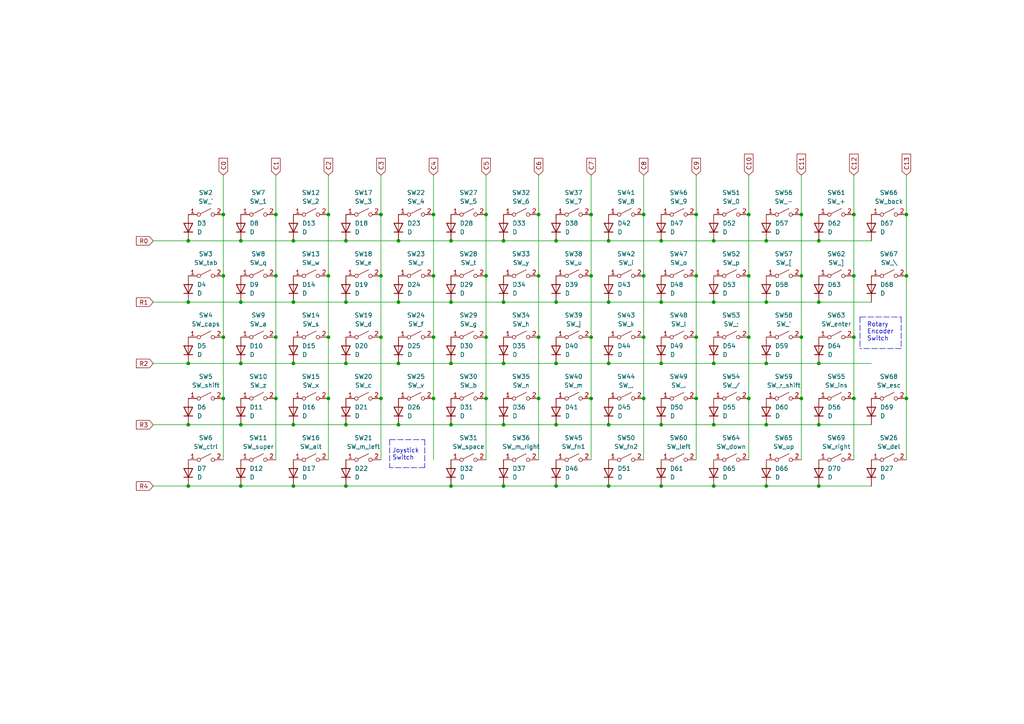
<source format=kicad_sch>
(kicad_sch (version 20211123) (generator eeschema)

  (uuid 8b37ab34-8382-4eaa-a99d-532bbd077377)

  (paper "A4")

  (title_block
    (title "Switch Matrix")
    (comment 1 "CC BY-SA 2.0")
  )

  (lib_symbols
    (symbol "Device:D" (pin_numbers hide) (pin_names (offset 1.016) hide) (in_bom yes) (on_board yes)
      (property "Reference" "D" (id 0) (at 0 2.54 0)
        (effects (font (size 1.27 1.27)))
      )
      (property "Value" "D" (id 1) (at 0 -2.54 0)
        (effects (font (size 1.27 1.27)))
      )
      (property "Footprint" "" (id 2) (at 0 0 0)
        (effects (font (size 1.27 1.27)) hide)
      )
      (property "Datasheet" "~" (id 3) (at 0 0 0)
        (effects (font (size 1.27 1.27)) hide)
      )
      (property "ki_keywords" "diode" (id 4) (at 0 0 0)
        (effects (font (size 1.27 1.27)) hide)
      )
      (property "ki_description" "Diode" (id 5) (at 0 0 0)
        (effects (font (size 1.27 1.27)) hide)
      )
      (property "ki_fp_filters" "TO-???* *_Diode_* *SingleDiode* D_*" (id 6) (at 0 0 0)
        (effects (font (size 1.27 1.27)) hide)
      )
      (symbol "D_0_1"
        (polyline
          (pts
            (xy -1.27 1.27)
            (xy -1.27 -1.27)
          )
          (stroke (width 0.254) (type default) (color 0 0 0 0))
          (fill (type none))
        )
        (polyline
          (pts
            (xy 1.27 0)
            (xy -1.27 0)
          )
          (stroke (width 0) (type default) (color 0 0 0 0))
          (fill (type none))
        )
        (polyline
          (pts
            (xy 1.27 1.27)
            (xy 1.27 -1.27)
            (xy -1.27 0)
            (xy 1.27 1.27)
          )
          (stroke (width 0.254) (type default) (color 0 0 0 0))
          (fill (type none))
        )
      )
      (symbol "D_1_1"
        (pin passive line (at -3.81 0 0) (length 2.54)
          (name "K" (effects (font (size 1.27 1.27))))
          (number "1" (effects (font (size 1.27 1.27))))
        )
        (pin passive line (at 3.81 0 180) (length 2.54)
          (name "A" (effects (font (size 1.27 1.27))))
          (number "2" (effects (font (size 1.27 1.27))))
        )
      )
    )
    (symbol "Switch:SW_SPST" (pin_names (offset 0) hide) (in_bom yes) (on_board yes)
      (property "Reference" "SW" (id 0) (at 0 3.175 0)
        (effects (font (size 1.27 1.27)))
      )
      (property "Value" "SW_SPST" (id 1) (at 0 -2.54 0)
        (effects (font (size 1.27 1.27)))
      )
      (property "Footprint" "" (id 2) (at 0 0 0)
        (effects (font (size 1.27 1.27)) hide)
      )
      (property "Datasheet" "~" (id 3) (at 0 0 0)
        (effects (font (size 1.27 1.27)) hide)
      )
      (property "ki_keywords" "switch lever" (id 4) (at 0 0 0)
        (effects (font (size 1.27 1.27)) hide)
      )
      (property "ki_description" "Single Pole Single Throw (SPST) switch" (id 5) (at 0 0 0)
        (effects (font (size 1.27 1.27)) hide)
      )
      (symbol "SW_SPST_0_0"
        (circle (center -2.032 0) (radius 0.508)
          (stroke (width 0) (type default) (color 0 0 0 0))
          (fill (type none))
        )
        (polyline
          (pts
            (xy -1.524 0.254)
            (xy 1.524 1.778)
          )
          (stroke (width 0) (type default) (color 0 0 0 0))
          (fill (type none))
        )
        (circle (center 2.032 0) (radius 0.508)
          (stroke (width 0) (type default) (color 0 0 0 0))
          (fill (type none))
        )
      )
      (symbol "SW_SPST_1_1"
        (pin passive line (at -5.08 0 0) (length 2.54)
          (name "A" (effects (font (size 1.27 1.27))))
          (number "1" (effects (font (size 1.27 1.27))))
        )
        (pin passive line (at 5.08 0 180) (length 2.54)
          (name "B" (effects (font (size 1.27 1.27))))
          (number "2" (effects (font (size 1.27 1.27))))
        )
      )
    )
  )

  (junction (at 69.85 69.85) (diameter 0) (color 0 0 0 0)
    (uuid 0406f1ed-28e2-4e86-83bd-255232013892)
  )
  (junction (at 140.97 80.01) (diameter 0) (color 0 0 0 0)
    (uuid 05307ee9-a045-48d5-ac93-c920c2b87eb6)
  )
  (junction (at 100.33 69.85) (diameter 0) (color 0 0 0 0)
    (uuid 0680e8da-c23a-46ca-a999-9943dc7b941d)
  )
  (junction (at 207.01 140.97) (diameter 0) (color 0 0 0 0)
    (uuid 06a271a0-9318-410d-99be-efd66d29b085)
  )
  (junction (at 217.17 97.79) (diameter 0) (color 0 0 0 0)
    (uuid 06d60d96-5c5b-43d5-8485-fff136872aae)
  )
  (junction (at 140.97 115.57) (diameter 0) (color 0 0 0 0)
    (uuid 0baeb097-ee8f-4a54-b25d-0447bda55b85)
  )
  (junction (at 85.09 69.85) (diameter 0) (color 0 0 0 0)
    (uuid 0bc98302-4518-41a9-a0a8-f34313df6130)
  )
  (junction (at 125.73 80.01) (diameter 0) (color 0 0 0 0)
    (uuid 10dcf94a-76a0-40ac-808e-35fd87c2ee72)
  )
  (junction (at 186.69 115.57) (diameter 0) (color 0 0 0 0)
    (uuid 1191dd54-83a2-4dab-baa0-90196723907d)
  )
  (junction (at 176.53 105.41) (diameter 0) (color 0 0 0 0)
    (uuid 19a6ee5d-773f-45f2-85df-c56387b32d16)
  )
  (junction (at 80.01 97.79) (diameter 0) (color 0 0 0 0)
    (uuid 1a2f8d3d-e05e-41f5-aad4-ca6feae659db)
  )
  (junction (at 191.77 105.41) (diameter 0) (color 0 0 0 0)
    (uuid 1ad513f1-32ed-4e9c-a6e3-73abf4722e9c)
  )
  (junction (at 232.41 80.01) (diameter 0) (color 0 0 0 0)
    (uuid 1d03ceee-87d1-4b0d-92c2-f88cc9ffdaae)
  )
  (junction (at 110.49 80.01) (diameter 0) (color 0 0 0 0)
    (uuid 1f07b6f7-61e0-44c5-b7d4-51433adaecc3)
  )
  (junction (at 191.77 69.85) (diameter 0) (color 0 0 0 0)
    (uuid 21f2bdcf-3915-43a4-b107-a8271b15d14a)
  )
  (junction (at 85.09 87.63) (diameter 0) (color 0 0 0 0)
    (uuid 22f62187-3dda-49ab-8ae7-ec167c1ee461)
  )
  (junction (at 232.41 115.57) (diameter 0) (color 0 0 0 0)
    (uuid 246e28db-2479-43f6-8bbd-f1132650b7c7)
  )
  (junction (at 69.85 105.41) (diameter 0) (color 0 0 0 0)
    (uuid 248fc9d5-1f4d-45a2-84e7-0a7cfb203354)
  )
  (junction (at 130.81 87.63) (diameter 0) (color 0 0 0 0)
    (uuid 29472f45-934e-4ec4-a12e-47c049778228)
  )
  (junction (at 191.77 87.63) (diameter 0) (color 0 0 0 0)
    (uuid 2e2ae6ff-ef8c-48ae-a4f9-7644b7aefa1c)
  )
  (junction (at 171.45 97.79) (diameter 0) (color 0 0 0 0)
    (uuid 2f758f21-0f9d-4c7c-8d7c-cb5c114f83b7)
  )
  (junction (at 115.57 87.63) (diameter 0) (color 0 0 0 0)
    (uuid 37aec5a8-aeae-46a6-a639-3e917325133b)
  )
  (junction (at 115.57 105.41) (diameter 0) (color 0 0 0 0)
    (uuid 3c914920-ece2-4ee8-8d5e-3fb02124b2df)
  )
  (junction (at 80.01 80.01) (diameter 0) (color 0 0 0 0)
    (uuid 3cd2c570-10bc-45d7-913e-5fd164481021)
  )
  (junction (at 186.69 62.23) (diameter 0) (color 0 0 0 0)
    (uuid 3d50519d-ea57-4558-bf1b-db21bd0cd4dd)
  )
  (junction (at 69.85 87.63) (diameter 0) (color 0 0 0 0)
    (uuid 43999e47-7978-444a-b582-ca70b44989e4)
  )
  (junction (at 262.89 115.57) (diameter 0) (color 0 0 0 0)
    (uuid 4464b67d-f0b7-47db-a70f-ca6c0b5125e9)
  )
  (junction (at 125.73 97.79) (diameter 0) (color 0 0 0 0)
    (uuid 44e039c3-384d-47bc-b8c4-59b331ba535c)
  )
  (junction (at 95.25 97.79) (diameter 0) (color 0 0 0 0)
    (uuid 49677c90-16ca-42e2-9362-a74c6c33cf7c)
  )
  (junction (at 130.81 69.85) (diameter 0) (color 0 0 0 0)
    (uuid 49a91e7b-22f2-42af-9c5d-1403368974c5)
  )
  (junction (at 237.49 69.85) (diameter 0) (color 0 0 0 0)
    (uuid 4aea7dcd-03b1-42fb-a5df-7dd03f337160)
  )
  (junction (at 80.01 62.23) (diameter 0) (color 0 0 0 0)
    (uuid 4b9ea656-e9ae-4e6d-b6f1-7ed553076faf)
  )
  (junction (at 237.49 140.97) (diameter 0) (color 0 0 0 0)
    (uuid 4cc66d86-46e9-4699-9043-0405a303feaa)
  )
  (junction (at 176.53 87.63) (diameter 0) (color 0 0 0 0)
    (uuid 4d846a9e-8cfd-4b1b-ae2b-86823406bd4a)
  )
  (junction (at 237.49 123.19) (diameter 0) (color 0 0 0 0)
    (uuid 50116633-e081-4fa1-9c19-998a8496ad9b)
  )
  (junction (at 156.21 80.01) (diameter 0) (color 0 0 0 0)
    (uuid 51becae7-3df9-4d09-b34a-dd4ac9ebf61c)
  )
  (junction (at 171.45 80.01) (diameter 0) (color 0 0 0 0)
    (uuid 5449347a-27f3-47f7-90e1-a3f17aae1a49)
  )
  (junction (at 176.53 69.85) (diameter 0) (color 0 0 0 0)
    (uuid 555e2a6d-5637-4b43-a9c3-a30e22881a60)
  )
  (junction (at 64.77 80.01) (diameter 0) (color 0 0 0 0)
    (uuid 56f7bf10-afd4-4cb1-9d34-2c431b62f65b)
  )
  (junction (at 217.17 62.23) (diameter 0) (color 0 0 0 0)
    (uuid 574b4530-3864-49ab-8207-c32a1ac46e97)
  )
  (junction (at 95.25 80.01) (diameter 0) (color 0 0 0 0)
    (uuid 582e27c6-1c24-4e47-af5a-bc607b9100e4)
  )
  (junction (at 54.61 140.97) (diameter 0) (color 0 0 0 0)
    (uuid 588f903d-d14c-4f70-8768-2f40411f7552)
  )
  (junction (at 186.69 80.01) (diameter 0) (color 0 0 0 0)
    (uuid 59ab1002-2188-4174-b0c8-f1e8b0f24997)
  )
  (junction (at 161.29 69.85) (diameter 0) (color 0 0 0 0)
    (uuid 5f3d27e8-baa9-4c1e-8a0f-4470000aa8a9)
  )
  (junction (at 186.69 97.79) (diameter 0) (color 0 0 0 0)
    (uuid 6161e25d-0db8-4c0d-9a8f-4622705accf2)
  )
  (junction (at 222.25 87.63) (diameter 0) (color 0 0 0 0)
    (uuid 64e674a5-a4c6-4da9-a4c5-b6b34e7a4b2c)
  )
  (junction (at 247.65 115.57) (diameter 0) (color 0 0 0 0)
    (uuid 65d9aaa6-e022-4bc1-a470-fc99285341fc)
  )
  (junction (at 64.77 97.79) (diameter 0) (color 0 0 0 0)
    (uuid 6c8dec9c-6082-4b30-bbca-bd686ebc6c3f)
  )
  (junction (at 176.53 140.97) (diameter 0) (color 0 0 0 0)
    (uuid 6d25d05d-e318-4b15-91f9-6c4974b60269)
  )
  (junction (at 100.33 87.63) (diameter 0) (color 0 0 0 0)
    (uuid 701ffc08-0c48-470a-a6d1-d7cec21de4c4)
  )
  (junction (at 54.61 105.41) (diameter 0) (color 0 0 0 0)
    (uuid 70c183f8-14d7-48ef-acba-9107a81e99d7)
  )
  (junction (at 232.41 62.23) (diameter 0) (color 0 0 0 0)
    (uuid 71ad1fe9-ee06-482d-9c26-d23bebb47243)
  )
  (junction (at 156.21 115.57) (diameter 0) (color 0 0 0 0)
    (uuid 721a0c17-050d-4d20-8380-14fff16aeeac)
  )
  (junction (at 262.89 62.23) (diameter 0) (color 0 0 0 0)
    (uuid 72503c12-1c2b-428c-a22b-66551b1b6410)
  )
  (junction (at 222.25 105.41) (diameter 0) (color 0 0 0 0)
    (uuid 7571c392-06e2-4b52-a049-c66b6fecbe0c)
  )
  (junction (at 85.09 123.19) (diameter 0) (color 0 0 0 0)
    (uuid 769ddb36-56ef-49c5-868a-16539bfb4f07)
  )
  (junction (at 156.21 62.23) (diameter 0) (color 0 0 0 0)
    (uuid 76b3a925-fa8e-4064-b00d-f91ac3775af0)
  )
  (junction (at 207.01 69.85) (diameter 0) (color 0 0 0 0)
    (uuid 782b7a92-36af-4aa3-8944-3d7277d88611)
  )
  (junction (at 100.33 123.19) (diameter 0) (color 0 0 0 0)
    (uuid 7a9287df-09ce-4350-9338-23b06374939a)
  )
  (junction (at 115.57 69.85) (diameter 0) (color 0 0 0 0)
    (uuid 80660f33-4bfb-4915-a49f-c63cabfba72e)
  )
  (junction (at 146.05 123.19) (diameter 0) (color 0 0 0 0)
    (uuid 83dce5c2-2714-4285-9136-7e55cda8cad6)
  )
  (junction (at 146.05 105.41) (diameter 0) (color 0 0 0 0)
    (uuid 86d66b4b-c746-4572-9a21-88b3cf2f0be3)
  )
  (junction (at 207.01 87.63) (diameter 0) (color 0 0 0 0)
    (uuid 8734cf9b-b63f-4006-8f62-6622d4c5b892)
  )
  (junction (at 201.93 80.01) (diameter 0) (color 0 0 0 0)
    (uuid 8aa64dfd-2319-4d70-9213-5f5c8a448bf7)
  )
  (junction (at 54.61 69.85) (diameter 0) (color 0 0 0 0)
    (uuid 8ec37f4d-4c89-42ca-a783-510d99aea61e)
  )
  (junction (at 115.57 123.19) (diameter 0) (color 0 0 0 0)
    (uuid 932bcbfc-9f29-4cb5-8464-c0e29ce03e55)
  )
  (junction (at 69.85 140.97) (diameter 0) (color 0 0 0 0)
    (uuid 960e8fde-a73b-4c51-bbb1-50130c4a8239)
  )
  (junction (at 247.65 97.79) (diameter 0) (color 0 0 0 0)
    (uuid 971e0a7f-9686-4046-ae3a-72ff20371287)
  )
  (junction (at 156.21 97.79) (diameter 0) (color 0 0 0 0)
    (uuid 97636a2b-a7d2-47e5-8ee5-34933d60dc0c)
  )
  (junction (at 85.09 105.41) (diameter 0) (color 0 0 0 0)
    (uuid 9e9720aa-0029-4694-bde9-56511db362dd)
  )
  (junction (at 140.97 62.23) (diameter 0) (color 0 0 0 0)
    (uuid a32f2db7-cf90-4e95-83f2-ba334055d867)
  )
  (junction (at 54.61 123.19) (diameter 0) (color 0 0 0 0)
    (uuid a6c9effa-a346-4eae-86cf-3729da818a29)
  )
  (junction (at 95.25 62.23) (diameter 0) (color 0 0 0 0)
    (uuid a6d239b7-9697-4af0-9b28-7de4a9f7f257)
  )
  (junction (at 130.81 123.19) (diameter 0) (color 0 0 0 0)
    (uuid a797381b-f3a4-49fc-bcfd-cca37d9bdf27)
  )
  (junction (at 247.65 80.01) (diameter 0) (color 0 0 0 0)
    (uuid acc8a53c-f110-40ce-ac95-d5f0a340b9ee)
  )
  (junction (at 130.81 105.41) (diameter 0) (color 0 0 0 0)
    (uuid ae329d19-e73e-4dff-b56b-7eaca19b1d09)
  )
  (junction (at 100.33 105.41) (diameter 0) (color 0 0 0 0)
    (uuid b4f803b1-8c14-400e-9f3c-76853d1c44bf)
  )
  (junction (at 110.49 97.79) (diameter 0) (color 0 0 0 0)
    (uuid b6bca66b-1ca6-49fc-b771-4b932612a3d9)
  )
  (junction (at 64.77 115.57) (diameter 0) (color 0 0 0 0)
    (uuid b703cc29-8a5f-48a1-a7e5-af2494d4bab5)
  )
  (junction (at 85.09 140.97) (diameter 0) (color 0 0 0 0)
    (uuid bf31d0fc-038e-459d-9b3a-23c48764e4b7)
  )
  (junction (at 80.01 115.57) (diameter 0) (color 0 0 0 0)
    (uuid c01a8106-080c-4ed4-9654-84cb4af9a686)
  )
  (junction (at 69.85 123.19) (diameter 0) (color 0 0 0 0)
    (uuid c0febbc4-de1c-4553-ac78-d023b8b9c045)
  )
  (junction (at 201.93 62.23) (diameter 0) (color 0 0 0 0)
    (uuid c2251d05-8ccc-40ae-a7f8-0b9a1bad074b)
  )
  (junction (at 217.17 115.57) (diameter 0) (color 0 0 0 0)
    (uuid c22f9ea8-bbb6-4553-b471-dc9ccbf1ea73)
  )
  (junction (at 191.77 140.97) (diameter 0) (color 0 0 0 0)
    (uuid c27cff4c-3196-4c36-881e-9a5e5bdc72bc)
  )
  (junction (at 222.25 69.85) (diameter 0) (color 0 0 0 0)
    (uuid c2c3b93c-559b-46a9-999f-e6a4ae15b2c5)
  )
  (junction (at 171.45 115.57) (diameter 0) (color 0 0 0 0)
    (uuid c685081d-f6a1-465c-aaf4-48c56187505c)
  )
  (junction (at 125.73 62.23) (diameter 0) (color 0 0 0 0)
    (uuid c81b8a0e-990e-42f7-852a-07c190219a4e)
  )
  (junction (at 140.97 97.79) (diameter 0) (color 0 0 0 0)
    (uuid ce5e5709-14a3-4357-8ecc-4ff931f91e23)
  )
  (junction (at 201.93 97.79) (diameter 0) (color 0 0 0 0)
    (uuid ceaa6026-9b5d-4303-94d3-b12bb73c1fdd)
  )
  (junction (at 176.53 123.19) (diameter 0) (color 0 0 0 0)
    (uuid ced10686-1590-4514-9f7c-9ecf2113d68b)
  )
  (junction (at 146.05 87.63) (diameter 0) (color 0 0 0 0)
    (uuid cf8d4cb0-8e5c-475d-840e-f6ac1d882b33)
  )
  (junction (at 146.05 69.85) (diameter 0) (color 0 0 0 0)
    (uuid cf8e3861-05ab-4a6f-9053-3bbd1703d3b4)
  )
  (junction (at 161.29 105.41) (diameter 0) (color 0 0 0 0)
    (uuid d1552e5d-8d95-413d-8f78-16d16175392e)
  )
  (junction (at 110.49 115.57) (diameter 0) (color 0 0 0 0)
    (uuid d18e5042-5291-4a69-8473-2924f686394d)
  )
  (junction (at 207.01 123.19) (diameter 0) (color 0 0 0 0)
    (uuid d2e80c08-4af7-41d5-aa27-148c242f6496)
  )
  (junction (at 207.01 105.41) (diameter 0) (color 0 0 0 0)
    (uuid d3dc0079-2d15-4adb-b98f-179745d64497)
  )
  (junction (at 201.93 115.57) (diameter 0) (color 0 0 0 0)
    (uuid d85ef771-d5e2-4b0b-9c44-21e46e893d67)
  )
  (junction (at 262.89 80.01) (diameter 0) (color 0 0 0 0)
    (uuid d893bd33-d78f-4c81-bae1-9da4008157ef)
  )
  (junction (at 54.61 87.63) (diameter 0) (color 0 0 0 0)
    (uuid da215d82-ccd8-4a87-985a-6c9e62b01b10)
  )
  (junction (at 100.33 140.97) (diameter 0) (color 0 0 0 0)
    (uuid da3bea46-c9e2-4a2d-bb00-b1f7b6327551)
  )
  (junction (at 110.49 62.23) (diameter 0) (color 0 0 0 0)
    (uuid da4aeb96-760f-4ca2-80b5-d193b35ecef8)
  )
  (junction (at 125.73 115.57) (diameter 0) (color 0 0 0 0)
    (uuid da5d7d88-9aa3-4447-be1a-b5f67931737c)
  )
  (junction (at 146.05 140.97) (diameter 0) (color 0 0 0 0)
    (uuid dd2fece6-2b4c-45c7-9508-e16156c134bf)
  )
  (junction (at 237.49 87.63) (diameter 0) (color 0 0 0 0)
    (uuid dfbef7c9-50e2-45b8-8aec-69fb137a099a)
  )
  (junction (at 130.81 140.97) (diameter 0) (color 0 0 0 0)
    (uuid e1031d8b-e8eb-4111-8ba0-5fea7660e360)
  )
  (junction (at 161.29 87.63) (diameter 0) (color 0 0 0 0)
    (uuid e1ef17c1-8d80-487f-bd07-5de97934edd3)
  )
  (junction (at 161.29 123.19) (diameter 0) (color 0 0 0 0)
    (uuid e41faa67-5a42-4c7b-b7db-f8fe0218b12a)
  )
  (junction (at 237.49 105.41) (diameter 0) (color 0 0 0 0)
    (uuid e481e3b7-c3d0-4a60-8e73-33aab3c7b0d4)
  )
  (junction (at 247.65 62.23) (diameter 0) (color 0 0 0 0)
    (uuid e50e2315-899e-4418-82a5-97723ba1e0fa)
  )
  (junction (at 217.17 80.01) (diameter 0) (color 0 0 0 0)
    (uuid e7a88c7b-9538-4da1-be9d-f4579824ffbf)
  )
  (junction (at 191.77 123.19) (diameter 0) (color 0 0 0 0)
    (uuid ebd61afe-6bf5-45d8-a8bc-3507ba56d96f)
  )
  (junction (at 232.41 97.79) (diameter 0) (color 0 0 0 0)
    (uuid ebe56623-43f1-4405-859f-5f3c9a84ff34)
  )
  (junction (at 95.25 115.57) (diameter 0) (color 0 0 0 0)
    (uuid ee71c737-7755-4a4e-a40f-6d32733f9ceb)
  )
  (junction (at 161.29 140.97) (diameter 0) (color 0 0 0 0)
    (uuid f3fc8f3a-fe63-4c9a-a91f-2cda584112ed)
  )
  (junction (at 222.25 123.19) (diameter 0) (color 0 0 0 0)
    (uuid fab4ce45-aa53-498b-abae-2ec0ce2ff5b6)
  )
  (junction (at 222.25 140.97) (diameter 0) (color 0 0 0 0)
    (uuid fcb9c130-481f-4f46-8e68-8730ee5c7b60)
  )
  (junction (at 64.77 62.23) (diameter 0) (color 0 0 0 0)
    (uuid fe1cf8b7-1c82-446b-9b84-20cab0f23dfa)
  )
  (junction (at 171.45 62.23) (diameter 0) (color 0 0 0 0)
    (uuid fe92ad1c-766b-4a84-ad4a-a79af9cdbbee)
  )

  (wire (pts (xy 146.05 69.85) (xy 161.29 69.85))
    (stroke (width 0) (type default) (color 0 0 0 0))
    (uuid 00fc84cc-157d-4eff-aea6-b0cc8eaeb8a2)
  )
  (wire (pts (xy 130.81 123.19) (xy 146.05 123.19))
    (stroke (width 0) (type default) (color 0 0 0 0))
    (uuid 02e545e0-bfaf-4708-8e4b-b90aa32dab92)
  )
  (wire (pts (xy 44.45 105.41) (xy 54.61 105.41))
    (stroke (width 0) (type default) (color 0 0 0 0))
    (uuid 03bbf90c-a0a5-4733-9dbe-5b6713c6877c)
  )
  (wire (pts (xy 186.69 97.79) (xy 186.69 115.57))
    (stroke (width 0) (type default) (color 0 0 0 0))
    (uuid 05d9ae6a-3398-4acf-bbfd-cd8106e0ced6)
  )
  (wire (pts (xy 54.61 105.41) (xy 69.85 105.41))
    (stroke (width 0) (type default) (color 0 0 0 0))
    (uuid 060c8a45-2b24-44ed-bc96-0ffeda702a4b)
  )
  (wire (pts (xy 44.45 87.63) (xy 54.61 87.63))
    (stroke (width 0) (type default) (color 0 0 0 0))
    (uuid 0ac99149-c8d9-446d-8f9b-4430dd2f0916)
  )
  (wire (pts (xy 222.25 105.41) (xy 237.49 105.41))
    (stroke (width 0) (type default) (color 0 0 0 0))
    (uuid 0b662994-4432-4a44-8987-02d71443b36c)
  )
  (wire (pts (xy 161.29 87.63) (xy 176.53 87.63))
    (stroke (width 0) (type default) (color 0 0 0 0))
    (uuid 0f16a380-1afa-4189-8bda-c363f8adc9fe)
  )
  (wire (pts (xy 156.21 115.57) (xy 156.21 133.35))
    (stroke (width 0) (type default) (color 0 0 0 0))
    (uuid 104dc72b-e025-4e08-b93d-4a2964f94684)
  )
  (wire (pts (xy 85.09 105.41) (xy 100.33 105.41))
    (stroke (width 0) (type default) (color 0 0 0 0))
    (uuid 107af856-5573-4ffe-96d1-33a959849f86)
  )
  (wire (pts (xy 207.01 105.41) (xy 222.25 105.41))
    (stroke (width 0) (type default) (color 0 0 0 0))
    (uuid 10a353fe-b6df-45ab-a9c8-0607c4ee04f9)
  )
  (wire (pts (xy 191.77 140.97) (xy 207.01 140.97))
    (stroke (width 0) (type default) (color 0 0 0 0))
    (uuid 1155447c-48b1-4ed4-8382-2d4453deeb6d)
  )
  (wire (pts (xy 85.09 140.97) (xy 100.33 140.97))
    (stroke (width 0) (type default) (color 0 0 0 0))
    (uuid 1786fd55-50b9-482e-bf68-91457bc2bbc9)
  )
  (wire (pts (xy 222.25 87.63) (xy 237.49 87.63))
    (stroke (width 0) (type default) (color 0 0 0 0))
    (uuid 19a0ef52-d481-4fa6-9266-105217d9ee8f)
  )
  (wire (pts (xy 64.77 115.57) (xy 64.77 133.35))
    (stroke (width 0) (type default) (color 0 0 0 0))
    (uuid 1a729f34-28cf-4eb0-a6dc-a3188855cdae)
  )
  (wire (pts (xy 217.17 80.01) (xy 217.17 97.79))
    (stroke (width 0) (type default) (color 0 0 0 0))
    (uuid 1c976dde-18c5-41e6-832b-ee94fda176ea)
  )
  (wire (pts (xy 115.57 87.63) (xy 130.81 87.63))
    (stroke (width 0) (type default) (color 0 0 0 0))
    (uuid 21869327-2862-487f-ab1d-5780cc0b9e60)
  )
  (wire (pts (xy 176.53 140.97) (xy 191.77 140.97))
    (stroke (width 0) (type default) (color 0 0 0 0))
    (uuid 226c7501-7a51-40ed-9ea1-f92db1bd08bb)
  )
  (wire (pts (xy 115.57 123.19) (xy 130.81 123.19))
    (stroke (width 0) (type default) (color 0 0 0 0))
    (uuid 236e5496-c6db-493b-9a7c-f1695754d9ed)
  )
  (wire (pts (xy 130.81 87.63) (xy 146.05 87.63))
    (stroke (width 0) (type default) (color 0 0 0 0))
    (uuid 25f7c00f-47fb-49a4-b4e0-cff8222d2d90)
  )
  (polyline (pts (xy 123.19 127.508) (xy 123.19 135.636))
    (stroke (width 0) (type default) (color 0 0 0 0))
    (uuid 2688baff-a520-4e53-b3d0-6fefbbe5ea51)
  )

  (wire (pts (xy 186.69 50.8) (xy 186.69 62.23))
    (stroke (width 0) (type default) (color 0 0 0 0))
    (uuid 27bc228b-fdc0-4463-a4dd-ca0bb4bb48c6)
  )
  (wire (pts (xy 201.93 50.8) (xy 201.93 62.23))
    (stroke (width 0) (type default) (color 0 0 0 0))
    (uuid 2ac43555-3779-46cf-ae9e-0c673d22e9b7)
  )
  (wire (pts (xy 237.49 140.97) (xy 252.73 140.97))
    (stroke (width 0) (type default) (color 0 0 0 0))
    (uuid 2b8b93a1-be26-41ca-8b84-5469810dd995)
  )
  (wire (pts (xy 161.29 105.41) (xy 176.53 105.41))
    (stroke (width 0) (type default) (color 0 0 0 0))
    (uuid 2bebf5b4-da1c-41fd-bd66-0dfbd8f23ded)
  )
  (wire (pts (xy 54.61 69.85) (xy 69.85 69.85))
    (stroke (width 0) (type default) (color 0 0 0 0))
    (uuid 2c56d41f-6f1d-4201-9764-4da00751d736)
  )
  (wire (pts (xy 247.65 80.01) (xy 247.65 97.79))
    (stroke (width 0) (type default) (color 0 0 0 0))
    (uuid 2d821d3f-3e14-4f35-83d7-8977fab7707e)
  )
  (wire (pts (xy 176.53 105.41) (xy 191.77 105.41))
    (stroke (width 0) (type default) (color 0 0 0 0))
    (uuid 2dafb272-6b59-4723-b1d5-7ce2822d5ccf)
  )
  (polyline (pts (xy 261.366 101.092) (xy 249.428 101.092))
    (stroke (width 0) (type default) (color 0 0 0 0))
    (uuid 2e7b7d11-ecd8-420a-b1f1-146e1398d933)
  )

  (wire (pts (xy 201.93 115.57) (xy 201.93 133.35))
    (stroke (width 0) (type default) (color 0 0 0 0))
    (uuid 2f17763e-5d08-40d2-ad61-6f629fb6d016)
  )
  (wire (pts (xy 110.49 62.23) (xy 110.49 80.01))
    (stroke (width 0) (type default) (color 0 0 0 0))
    (uuid 2f289fa4-d11a-43b8-8693-0f3ff67e6bd1)
  )
  (wire (pts (xy 217.17 97.79) (xy 217.17 115.57))
    (stroke (width 0) (type default) (color 0 0 0 0))
    (uuid 30483704-c09b-46ff-8801-b8ea93ee7e94)
  )
  (wire (pts (xy 176.53 87.63) (xy 191.77 87.63))
    (stroke (width 0) (type default) (color 0 0 0 0))
    (uuid 327af29d-779f-4124-818a-91c041be77ed)
  )
  (wire (pts (xy 247.65 62.23) (xy 247.65 80.01))
    (stroke (width 0) (type default) (color 0 0 0 0))
    (uuid 32e2958f-147d-47ad-bc24-28def8c61734)
  )
  (wire (pts (xy 44.45 69.85) (xy 54.61 69.85))
    (stroke (width 0) (type default) (color 0 0 0 0))
    (uuid 383a857d-c75a-433f-9f47-a4ce04ecbe33)
  )
  (wire (pts (xy 232.41 97.79) (xy 232.41 115.57))
    (stroke (width 0) (type default) (color 0 0 0 0))
    (uuid 38e7d0c1-f653-4fe0-889a-ab3f633f6154)
  )
  (wire (pts (xy 85.09 69.85) (xy 100.33 69.85))
    (stroke (width 0) (type default) (color 0 0 0 0))
    (uuid 3a2c5a45-852c-4292-b7b1-3c27036f3666)
  )
  (wire (pts (xy 232.41 62.23) (xy 232.41 80.01))
    (stroke (width 0) (type default) (color 0 0 0 0))
    (uuid 3ce1e81e-c8b4-4ebc-ae78-b0c618925606)
  )
  (wire (pts (xy 110.49 97.79) (xy 110.49 115.57))
    (stroke (width 0) (type default) (color 0 0 0 0))
    (uuid 3e3d26c9-179d-4d1c-bb31-3514fff5d3b0)
  )
  (wire (pts (xy 171.45 62.23) (xy 171.45 80.01))
    (stroke (width 0) (type default) (color 0 0 0 0))
    (uuid 4018dc75-2b82-4a75-80ce-c0052870e45a)
  )
  (wire (pts (xy 54.61 140.97) (xy 69.85 140.97))
    (stroke (width 0) (type default) (color 0 0 0 0))
    (uuid 4454d493-0dc0-4351-84f9-9d753158d4a5)
  )
  (wire (pts (xy 100.33 69.85) (xy 115.57 69.85))
    (stroke (width 0) (type default) (color 0 0 0 0))
    (uuid 470d41e5-2739-4bb5-b21c-1ffdfbfac826)
  )
  (wire (pts (xy 222.25 123.19) (xy 237.49 123.19))
    (stroke (width 0) (type default) (color 0 0 0 0))
    (uuid 479fb1a7-86e5-4a8e-bb74-893cbaf4312d)
  )
  (wire (pts (xy 115.57 105.41) (xy 130.81 105.41))
    (stroke (width 0) (type default) (color 0 0 0 0))
    (uuid 48bd2061-d840-46c4-a019-0c7ee7f37544)
  )
  (wire (pts (xy 247.65 115.57) (xy 247.65 133.35))
    (stroke (width 0) (type default) (color 0 0 0 0))
    (uuid 4c7efe0b-102b-4f7e-9284-572a195e22b1)
  )
  (wire (pts (xy 156.21 50.8) (xy 156.21 62.23))
    (stroke (width 0) (type default) (color 0 0 0 0))
    (uuid 4cf81f87-e033-4351-8508-84c8511b8a47)
  )
  (wire (pts (xy 156.21 62.23) (xy 156.21 80.01))
    (stroke (width 0) (type default) (color 0 0 0 0))
    (uuid 50186b26-30e0-40b5-a0f9-f3de998c118f)
  )
  (wire (pts (xy 207.01 123.19) (xy 222.25 123.19))
    (stroke (width 0) (type default) (color 0 0 0 0))
    (uuid 51187dda-ad32-46e0-b0f5-d58cb9809109)
  )
  (wire (pts (xy 146.05 105.41) (xy 161.29 105.41))
    (stroke (width 0) (type default) (color 0 0 0 0))
    (uuid 51cfd0b2-f2b3-475c-8a38-693c0895f752)
  )
  (wire (pts (xy 186.69 80.01) (xy 186.69 97.79))
    (stroke (width 0) (type default) (color 0 0 0 0))
    (uuid 535995b7-4948-4292-8b98-768d2b19c332)
  )
  (wire (pts (xy 69.85 123.19) (xy 85.09 123.19))
    (stroke (width 0) (type default) (color 0 0 0 0))
    (uuid 557d0bd6-a978-44db-b21d-8df8fdea3195)
  )
  (wire (pts (xy 217.17 62.23) (xy 217.17 80.01))
    (stroke (width 0) (type default) (color 0 0 0 0))
    (uuid 57bd820f-ef0d-4c2d-a74a-bd0f569c69c2)
  )
  (wire (pts (xy 207.01 140.97) (xy 222.25 140.97))
    (stroke (width 0) (type default) (color 0 0 0 0))
    (uuid 5cb138a9-446d-4ab0-a415-2fe176c05f84)
  )
  (wire (pts (xy 217.17 115.57) (xy 217.17 133.35))
    (stroke (width 0) (type default) (color 0 0 0 0))
    (uuid 5cbf5edc-3058-4ea3-a566-346a9c55c464)
  )
  (wire (pts (xy 140.97 80.01) (xy 140.97 97.79))
    (stroke (width 0) (type default) (color 0 0 0 0))
    (uuid 5f9ad6be-c624-40be-a20d-88ee71880ab6)
  )
  (wire (pts (xy 110.49 80.01) (xy 110.49 97.79))
    (stroke (width 0) (type default) (color 0 0 0 0))
    (uuid 6271387f-927a-428f-9687-637fc04e2b34)
  )
  (wire (pts (xy 110.49 50.8) (xy 110.49 62.23))
    (stroke (width 0) (type default) (color 0 0 0 0))
    (uuid 63330c67-725a-488e-a428-72a458774e84)
  )
  (wire (pts (xy 156.21 97.79) (xy 156.21 115.57))
    (stroke (width 0) (type default) (color 0 0 0 0))
    (uuid 6465f307-356b-4b1e-879f-964298976bc5)
  )
  (wire (pts (xy 171.45 97.79) (xy 171.45 115.57))
    (stroke (width 0) (type default) (color 0 0 0 0))
    (uuid 6537a5b1-5c6e-47e7-9507-65820aef1884)
  )
  (wire (pts (xy 186.69 115.57) (xy 186.69 133.35))
    (stroke (width 0) (type default) (color 0 0 0 0))
    (uuid 6752beba-8e22-45c8-9f32-84380a94337d)
  )
  (wire (pts (xy 232.41 115.57) (xy 232.41 133.35))
    (stroke (width 0) (type default) (color 0 0 0 0))
    (uuid 680c3566-4c1e-4fd5-8282-536b3206a18a)
  )
  (wire (pts (xy 125.73 62.23) (xy 125.73 80.01))
    (stroke (width 0) (type default) (color 0 0 0 0))
    (uuid 688c4d75-fabe-424f-a943-3051d592b8bf)
  )
  (wire (pts (xy 140.97 115.57) (xy 140.97 133.35))
    (stroke (width 0) (type default) (color 0 0 0 0))
    (uuid 6ad7c967-8232-443f-9b15-9693452389b3)
  )
  (wire (pts (xy 95.25 62.23) (xy 95.25 80.01))
    (stroke (width 0) (type default) (color 0 0 0 0))
    (uuid 6dce05ff-7e0d-47ef-b3ac-8436e7a307ca)
  )
  (wire (pts (xy 64.77 80.01) (xy 64.77 97.79))
    (stroke (width 0) (type default) (color 0 0 0 0))
    (uuid 6e7fcf62-5a4e-4840-a3b4-4de3ec3c0aa2)
  )
  (polyline (pts (xy 113.03 127.508) (xy 123.19 127.508))
    (stroke (width 0) (type default) (color 0 0 0 0))
    (uuid 70164582-d076-44d6-8f4e-9dbaf1d7e2df)
  )

  (wire (pts (xy 201.93 62.23) (xy 201.93 80.01))
    (stroke (width 0) (type default) (color 0 0 0 0))
    (uuid 7062ae0c-da00-4cbc-9d3c-e8d982810896)
  )
  (polyline (pts (xy 249.428 91.948) (xy 249.428 101.092))
    (stroke (width 0) (type default) (color 0 0 0 0))
    (uuid 72352837-0480-4c1f-9000-1a87c325b982)
  )

  (wire (pts (xy 161.29 123.19) (xy 176.53 123.19))
    (stroke (width 0) (type default) (color 0 0 0 0))
    (uuid 7286e0d5-9095-4daf-a536-c27c56a17eb1)
  )
  (wire (pts (xy 115.57 69.85) (xy 130.81 69.85))
    (stroke (width 0) (type default) (color 0 0 0 0))
    (uuid 76146c5e-9743-49c8-988d-f9a95ce12a70)
  )
  (wire (pts (xy 191.77 105.41) (xy 207.01 105.41))
    (stroke (width 0) (type default) (color 0 0 0 0))
    (uuid 77fd9bd2-c4f7-490b-8a30-0817f4f3abaa)
  )
  (wire (pts (xy 232.41 80.01) (xy 232.41 97.79))
    (stroke (width 0) (type default) (color 0 0 0 0))
    (uuid 793a1f2a-a4d7-40f9-87dc-806ef7afe34f)
  )
  (wire (pts (xy 201.93 80.01) (xy 201.93 97.79))
    (stroke (width 0) (type default) (color 0 0 0 0))
    (uuid 7a4b6021-0c78-4861-b86a-8171c1ef59d9)
  )
  (wire (pts (xy 191.77 123.19) (xy 207.01 123.19))
    (stroke (width 0) (type default) (color 0 0 0 0))
    (uuid 7ee5b403-49d3-44cb-908e-54380b78d954)
  )
  (wire (pts (xy 69.85 105.41) (xy 85.09 105.41))
    (stroke (width 0) (type default) (color 0 0 0 0))
    (uuid 7ef06481-ba81-432a-8d8c-57b8a9f9e8cf)
  )
  (wire (pts (xy 262.89 62.23) (xy 262.89 80.01))
    (stroke (width 0) (type default) (color 0 0 0 0))
    (uuid 81b32e78-2371-44ca-9edf-b5c287fa6452)
  )
  (wire (pts (xy 140.97 97.79) (xy 140.97 115.57))
    (stroke (width 0) (type default) (color 0 0 0 0))
    (uuid 82b5472f-4904-47f2-8352-d9043897ac27)
  )
  (wire (pts (xy 156.21 80.01) (xy 156.21 97.79))
    (stroke (width 0) (type default) (color 0 0 0 0))
    (uuid 839268a0-93b4-48ac-80a4-a61d804bf20d)
  )
  (wire (pts (xy 237.49 123.19) (xy 252.73 123.19))
    (stroke (width 0) (type default) (color 0 0 0 0))
    (uuid 85bc7384-2a8f-4678-b270-cdd2b3000d0a)
  )
  (wire (pts (xy 207.01 87.63) (xy 222.25 87.63))
    (stroke (width 0) (type default) (color 0 0 0 0))
    (uuid 8a0e246b-d8ee-441b-a4c4-a227f9bc90db)
  )
  (wire (pts (xy 80.01 80.01) (xy 80.01 97.79))
    (stroke (width 0) (type default) (color 0 0 0 0))
    (uuid 8a36b957-a8c4-431e-9f4b-75a99deb05be)
  )
  (wire (pts (xy 146.05 87.63) (xy 161.29 87.63))
    (stroke (width 0) (type default) (color 0 0 0 0))
    (uuid 8ad8266c-ecea-41e3-abde-eba7a44a42d5)
  )
  (wire (pts (xy 64.77 97.79) (xy 64.77 115.57))
    (stroke (width 0) (type default) (color 0 0 0 0))
    (uuid 8ad9fb23-f5f6-41c2-9a5a-9acb321a0c29)
  )
  (wire (pts (xy 69.85 87.63) (xy 85.09 87.63))
    (stroke (width 0) (type default) (color 0 0 0 0))
    (uuid 8b4bcd15-7cc4-44b4-88af-53fb64af7aca)
  )
  (wire (pts (xy 44.45 123.19) (xy 54.61 123.19))
    (stroke (width 0) (type default) (color 0 0 0 0))
    (uuid 8cd3146a-f7c5-4ed3-a492-a4795a025ac3)
  )
  (wire (pts (xy 140.97 62.23) (xy 140.97 80.01))
    (stroke (width 0) (type default) (color 0 0 0 0))
    (uuid 8d1460dd-86bf-410e-bacc-3d3315648bc0)
  )
  (wire (pts (xy 125.73 50.8) (xy 125.73 62.23))
    (stroke (width 0) (type default) (color 0 0 0 0))
    (uuid 8e63b29b-0e51-45a7-9053-a86808b77ee9)
  )
  (wire (pts (xy 176.53 123.19) (xy 191.77 123.19))
    (stroke (width 0) (type default) (color 0 0 0 0))
    (uuid 932c5180-e810-4166-bcac-b662e872e1c4)
  )
  (wire (pts (xy 69.85 140.97) (xy 85.09 140.97))
    (stroke (width 0) (type default) (color 0 0 0 0))
    (uuid 93b97362-7830-41bd-9684-2a95fa3104e5)
  )
  (wire (pts (xy 186.69 62.23) (xy 186.69 80.01))
    (stroke (width 0) (type default) (color 0 0 0 0))
    (uuid 947090c4-9600-4e0e-a490-ee4694e7bb59)
  )
  (wire (pts (xy 237.49 69.85) (xy 252.73 69.85))
    (stroke (width 0) (type default) (color 0 0 0 0))
    (uuid 97f5c348-67f7-442e-80a7-f2dbb948e117)
  )
  (wire (pts (xy 130.81 69.85) (xy 146.05 69.85))
    (stroke (width 0) (type default) (color 0 0 0 0))
    (uuid 9e764072-fc55-4506-8a44-f88fa92a6a6a)
  )
  (wire (pts (xy 95.25 97.79) (xy 95.25 115.57))
    (stroke (width 0) (type default) (color 0 0 0 0))
    (uuid a098e865-9d2e-422f-87e1-3a6acc65e288)
  )
  (wire (pts (xy 262.89 50.8) (xy 262.89 62.23))
    (stroke (width 0) (type default) (color 0 0 0 0))
    (uuid a37cce9b-bc9d-47b2-807c-b8b2d9164b98)
  )
  (wire (pts (xy 100.33 123.19) (xy 115.57 123.19))
    (stroke (width 0) (type default) (color 0 0 0 0))
    (uuid a81a06a2-e718-4869-8fb0-a690abb6ec4f)
  )
  (wire (pts (xy 146.05 140.97) (xy 161.29 140.97))
    (stroke (width 0) (type default) (color 0 0 0 0))
    (uuid a90ecafa-dbc1-4390-8b3f-c5d6b0116cfd)
  )
  (wire (pts (xy 207.01 69.85) (xy 222.25 69.85))
    (stroke (width 0) (type default) (color 0 0 0 0))
    (uuid aa6fc420-3c0c-47f8-b548-03e689bcac15)
  )
  (polyline (pts (xy 113.03 127.508) (xy 113.03 135.636))
    (stroke (width 0) (type default) (color 0 0 0 0))
    (uuid ab49685d-7bac-4f93-8308-7624f96ae87b)
  )
  (polyline (pts (xy 123.19 135.636) (xy 113.03 135.636))
    (stroke (width 0) (type default) (color 0 0 0 0))
    (uuid acb6dbc1-9e76-4297-ad0e-6b0fbdd8c545)
  )

  (wire (pts (xy 247.65 50.8) (xy 247.65 62.23))
    (stroke (width 0) (type default) (color 0 0 0 0))
    (uuid b0899f81-2d18-4008-abcd-63b8000f522e)
  )
  (wire (pts (xy 125.73 80.01) (xy 125.73 97.79))
    (stroke (width 0) (type default) (color 0 0 0 0))
    (uuid b0eeb2ed-b2e5-4724-bac2-89f1185049fe)
  )
  (wire (pts (xy 191.77 87.63) (xy 207.01 87.63))
    (stroke (width 0) (type default) (color 0 0 0 0))
    (uuid b2acb22a-0f2b-49ba-9fca-98e021bf76f1)
  )
  (wire (pts (xy 100.33 105.41) (xy 115.57 105.41))
    (stroke (width 0) (type default) (color 0 0 0 0))
    (uuid b2fa10d7-831f-427e-9fea-e0d0dec3b561)
  )
  (wire (pts (xy 191.77 69.85) (xy 207.01 69.85))
    (stroke (width 0) (type default) (color 0 0 0 0))
    (uuid b3d26789-2744-4a24-b366-bdeec3be5542)
  )
  (wire (pts (xy 237.49 105.41) (xy 252.73 105.41))
    (stroke (width 0) (type default) (color 0 0 0 0))
    (uuid b4fab638-300e-4c44-af0c-0a6753c4545a)
  )
  (wire (pts (xy 54.61 123.19) (xy 69.85 123.19))
    (stroke (width 0) (type default) (color 0 0 0 0))
    (uuid b5606633-1f13-4922-8868-1a5c97f76311)
  )
  (wire (pts (xy 262.89 115.57) (xy 262.89 133.35))
    (stroke (width 0) (type default) (color 0 0 0 0))
    (uuid b7e67d6f-5c59-411e-b14c-a49ab533135d)
  )
  (wire (pts (xy 176.53 69.85) (xy 191.77 69.85))
    (stroke (width 0) (type default) (color 0 0 0 0))
    (uuid bbd2168a-2ccc-4c82-8c79-5c73eac32786)
  )
  (wire (pts (xy 125.73 97.79) (xy 125.73 115.57))
    (stroke (width 0) (type default) (color 0 0 0 0))
    (uuid bf4d1a01-7a86-44bd-8af4-772fc7fd062d)
  )
  (wire (pts (xy 161.29 140.97) (xy 176.53 140.97))
    (stroke (width 0) (type default) (color 0 0 0 0))
    (uuid c08ebcbf-8b44-4d22-8d3f-27ecfb31a5d6)
  )
  (polyline (pts (xy 261.366 91.948) (xy 261.366 101.092))
    (stroke (width 0) (type default) (color 0 0 0 0))
    (uuid c1d57ccf-63c3-4e33-8c4e-a784857c89f3)
  )

  (wire (pts (xy 64.77 62.23) (xy 64.77 80.01))
    (stroke (width 0) (type default) (color 0 0 0 0))
    (uuid c4149cfe-3eff-46ae-9a04-ceb9656c223b)
  )
  (wire (pts (xy 125.73 115.57) (xy 125.73 133.35))
    (stroke (width 0) (type default) (color 0 0 0 0))
    (uuid c4f4fbfe-56ba-4c4f-ae37-52ec16863e34)
  )
  (wire (pts (xy 171.45 115.57) (xy 171.45 133.35))
    (stroke (width 0) (type default) (color 0 0 0 0))
    (uuid c8ea4b7c-ca5b-49c1-830e-8bf2ff9bbbda)
  )
  (wire (pts (xy 130.81 140.97) (xy 146.05 140.97))
    (stroke (width 0) (type default) (color 0 0 0 0))
    (uuid cccb1f4d-dbeb-4747-9bfd-f244305f2658)
  )
  (wire (pts (xy 69.85 69.85) (xy 85.09 69.85))
    (stroke (width 0) (type default) (color 0 0 0 0))
    (uuid cd3fa809-7b6d-4a6c-8861-8c0eea1aff1e)
  )
  (wire (pts (xy 146.05 123.19) (xy 161.29 123.19))
    (stroke (width 0) (type default) (color 0 0 0 0))
    (uuid ce62901c-2d19-486a-b1b0-1b29114ad036)
  )
  (wire (pts (xy 217.17 50.8) (xy 217.17 62.23))
    (stroke (width 0) (type default) (color 0 0 0 0))
    (uuid ce864bf5-db77-4ad7-a65d-a47a8109a80c)
  )
  (wire (pts (xy 54.61 87.63) (xy 69.85 87.63))
    (stroke (width 0) (type default) (color 0 0 0 0))
    (uuid d061af18-c604-49b8-9bd4-0f503c396e7e)
  )
  (wire (pts (xy 161.29 69.85) (xy 176.53 69.85))
    (stroke (width 0) (type default) (color 0 0 0 0))
    (uuid d11f4f1a-1a71-4de9-9a40-ed59a8f608d0)
  )
  (wire (pts (xy 110.49 115.57) (xy 110.49 133.35))
    (stroke (width 0) (type default) (color 0 0 0 0))
    (uuid d465ea91-358c-49c5-9f63-e135d15a67ff)
  )
  (wire (pts (xy 222.25 69.85) (xy 237.49 69.85))
    (stroke (width 0) (type default) (color 0 0 0 0))
    (uuid d56a9831-9600-4cfd-8b5b-2a0467cf4193)
  )
  (wire (pts (xy 80.01 115.57) (xy 80.01 133.35))
    (stroke (width 0) (type default) (color 0 0 0 0))
    (uuid d743754a-6cd8-4022-a582-525b74337447)
  )
  (wire (pts (xy 222.25 140.97) (xy 237.49 140.97))
    (stroke (width 0) (type default) (color 0 0 0 0))
    (uuid d8336fa4-8153-470b-9f2c-18396cb5a442)
  )
  (wire (pts (xy 95.25 50.8) (xy 95.25 62.23))
    (stroke (width 0) (type default) (color 0 0 0 0))
    (uuid de9eccff-baec-48ee-bb36-ad1110adcc5a)
  )
  (wire (pts (xy 237.49 87.63) (xy 252.73 87.63))
    (stroke (width 0) (type default) (color 0 0 0 0))
    (uuid df0d2e9b-ea79-478b-9879-1971879fe372)
  )
  (wire (pts (xy 80.01 62.23) (xy 80.01 80.01))
    (stroke (width 0) (type default) (color 0 0 0 0))
    (uuid dfb11d4a-2ab7-4aa8-8bd0-2dfa5b80bc83)
  )
  (wire (pts (xy 140.97 50.8) (xy 140.97 62.23))
    (stroke (width 0) (type default) (color 0 0 0 0))
    (uuid e07c9cc9-f5b8-49ac-80ed-1affc19a90b4)
  )
  (wire (pts (xy 80.01 97.79) (xy 80.01 115.57))
    (stroke (width 0) (type default) (color 0 0 0 0))
    (uuid e1e10a9f-2548-46db-b9eb-59fb2087d016)
  )
  (wire (pts (xy 95.25 80.01) (xy 95.25 97.79))
    (stroke (width 0) (type default) (color 0 0 0 0))
    (uuid e2cc2d02-a7e8-4b83-b6ae-8a7788ca2c81)
  )
  (wire (pts (xy 64.77 50.8) (xy 64.77 62.23))
    (stroke (width 0) (type default) (color 0 0 0 0))
    (uuid e4f489f4-0749-435c-a954-de74776bacbf)
  )
  (wire (pts (xy 201.93 97.79) (xy 201.93 115.57))
    (stroke (width 0) (type default) (color 0 0 0 0))
    (uuid e6ccd897-5e18-488a-ab9d-017feaccd5b9)
  )
  (wire (pts (xy 85.09 123.19) (xy 100.33 123.19))
    (stroke (width 0) (type default) (color 0 0 0 0))
    (uuid e7e4373e-798b-465a-8fee-bd1bd4c21f4c)
  )
  (wire (pts (xy 171.45 80.01) (xy 171.45 97.79))
    (stroke (width 0) (type default) (color 0 0 0 0))
    (uuid e8398496-7877-4f72-8cf7-7cbb35bc9c5a)
  )
  (wire (pts (xy 95.25 115.57) (xy 95.25 133.35))
    (stroke (width 0) (type default) (color 0 0 0 0))
    (uuid e8cba89d-5d7a-4632-b726-c20898349a78)
  )
  (wire (pts (xy 130.81 105.41) (xy 146.05 105.41))
    (stroke (width 0) (type default) (color 0 0 0 0))
    (uuid eba88cc6-2ab1-42b8-9e43-f3e35b7986eb)
  )
  (wire (pts (xy 171.45 50.8) (xy 171.45 62.23))
    (stroke (width 0) (type default) (color 0 0 0 0))
    (uuid ed5776de-08a0-4d71-81fc-a8f904725f81)
  )
  (wire (pts (xy 44.45 140.97) (xy 54.61 140.97))
    (stroke (width 0) (type default) (color 0 0 0 0))
    (uuid ed930260-8dfd-4c0c-b2f6-53fe354f9b34)
  )
  (polyline (pts (xy 249.428 91.948) (xy 261.366 91.948))
    (stroke (width 0) (type default) (color 0 0 0 0))
    (uuid ee396ef8-9c20-4607-9c56-38cfdfc6f3dd)
  )

  (wire (pts (xy 247.65 97.79) (xy 247.65 115.57))
    (stroke (width 0) (type default) (color 0 0 0 0))
    (uuid efb750a8-de36-4dc9-aaf5-e273fd3d6716)
  )
  (wire (pts (xy 100.33 140.97) (xy 130.81 140.97))
    (stroke (width 0) (type default) (color 0 0 0 0))
    (uuid f05ee6c1-5d4b-47e7-8fff-5ba1f8f55bbd)
  )
  (wire (pts (xy 100.33 87.63) (xy 115.57 87.63))
    (stroke (width 0) (type default) (color 0 0 0 0))
    (uuid f30f43fe-ef42-4b94-a6f6-9c66ca5da93a)
  )
  (wire (pts (xy 232.41 50.8) (xy 232.41 62.23))
    (stroke (width 0) (type default) (color 0 0 0 0))
    (uuid f79d7c9a-e977-4631-9d09-210fa506eb8c)
  )
  (wire (pts (xy 80.01 50.8) (xy 80.01 62.23))
    (stroke (width 0) (type default) (color 0 0 0 0))
    (uuid fa6ab1cc-d274-448e-9d4d-e4f0512452bf)
  )
  (wire (pts (xy 85.09 87.63) (xy 100.33 87.63))
    (stroke (width 0) (type default) (color 0 0 0 0))
    (uuid fead0be8-c256-4b01-8f31-13eb254555fe)
  )
  (wire (pts (xy 262.89 80.01) (xy 262.89 115.57))
    (stroke (width 0) (type default) (color 0 0 0 0))
    (uuid ff60e82e-9d1b-4ac0-8904-b4a4a7fefaab)
  )

  (text "Rotary\nEncoder\nSwitch" (at 251.46 99.06 0)
    (effects (font (size 1.27 1.27)) (justify left bottom))
    (uuid 681e4d66-a63a-4fd4-9bda-96364c386a11)
  )
  (text "Joystick\nSwitch" (at 113.792 133.604 0)
    (effects (font (size 1.27 1.27)) (justify left bottom))
    (uuid b1f565c2-9e8b-4e83-95b1-623c8991c848)
  )

  (global_label "R1" (shape input) (at 44.45 87.63 180) (fields_autoplaced)
    (effects (font (size 1.27 1.27)) (justify right))
    (uuid 12012456-39de-4f34-9b85-808f92615f92)
    (property "Intersheet References" "${INTERSHEET_REFS}" (id 0) (at 39.5574 87.5506 0)
      (effects (font (size 1.27 1.27)) (justify right) hide)
    )
  )
  (global_label "C4" (shape input) (at 125.73 50.8 90) (fields_autoplaced)
    (effects (font (size 1.27 1.27)) (justify left))
    (uuid 1615f1db-b696-4710-b832-895b085d896f)
    (property "Intersheet References" "${INTERSHEET_REFS}" (id 0) (at 125.8094 45.9074 90)
      (effects (font (size 1.27 1.27)) (justify left) hide)
    )
  )
  (global_label "C13" (shape input) (at 262.89 50.8 90) (fields_autoplaced)
    (effects (font (size 1.27 1.27)) (justify left))
    (uuid 524eb835-a6ba-47c0-afb1-4bb7b29cc23e)
    (property "Intersheet References" "${INTERSHEET_REFS}" (id 0) (at 262.9694 45.9074 90)
      (effects (font (size 1.27 1.27)) (justify left) hide)
    )
  )
  (global_label "C10" (shape input) (at 217.17 50.8 90) (fields_autoplaced)
    (effects (font (size 1.27 1.27)) (justify left))
    (uuid 5b67cbcb-88d3-42c0-b51a-f1f7e3c0159f)
    (property "Intersheet References" "${INTERSHEET_REFS}" (id 0) (at 217.2494 45.9074 90)
      (effects (font (size 1.27 1.27)) (justify left) hide)
    )
  )
  (global_label "R3" (shape input) (at 44.45 123.19 180) (fields_autoplaced)
    (effects (font (size 1.27 1.27)) (justify right))
    (uuid 74672153-8230-4b9b-850b-a8506fb117f8)
    (property "Intersheet References" "${INTERSHEET_REFS}" (id 0) (at 39.5574 123.1106 0)
      (effects (font (size 1.27 1.27)) (justify right) hide)
    )
  )
  (global_label "C7" (shape input) (at 171.45 50.8 90) (fields_autoplaced)
    (effects (font (size 1.27 1.27)) (justify left))
    (uuid 76f3d8b0-f616-4708-935e-80d2891137ba)
    (property "Intersheet References" "${INTERSHEET_REFS}" (id 0) (at 171.5294 45.9074 90)
      (effects (font (size 1.27 1.27)) (justify left) hide)
    )
  )
  (global_label "R4" (shape input) (at 44.45 140.97 180) (fields_autoplaced)
    (effects (font (size 1.27 1.27)) (justify right))
    (uuid 7fa7cfd6-cc97-4589-9b9e-1adc356bf58f)
    (property "Intersheet References" "${INTERSHEET_REFS}" (id 0) (at 39.5574 140.8906 0)
      (effects (font (size 1.27 1.27)) (justify right) hide)
    )
  )
  (global_label "C8" (shape input) (at 186.69 50.8 90) (fields_autoplaced)
    (effects (font (size 1.27 1.27)) (justify left))
    (uuid 84beb632-be28-4b54-a0d7-303b314c93c8)
    (property "Intersheet References" "${INTERSHEET_REFS}" (id 0) (at 186.7694 45.9074 90)
      (effects (font (size 1.27 1.27)) (justify left) hide)
    )
  )
  (global_label "C3" (shape input) (at 110.49 50.8 90) (fields_autoplaced)
    (effects (font (size 1.27 1.27)) (justify left))
    (uuid 98ca5408-7875-4429-8318-2a9dc49791df)
    (property "Intersheet References" "${INTERSHEET_REFS}" (id 0) (at 110.5694 45.9074 90)
      (effects (font (size 1.27 1.27)) (justify left) hide)
    )
  )
  (global_label "C12" (shape input) (at 247.65 50.8 90) (fields_autoplaced)
    (effects (font (size 1.27 1.27)) (justify left))
    (uuid 9e1bc825-67ff-4774-898a-a4fc0c2b3619)
    (property "Intersheet References" "${INTERSHEET_REFS}" (id 0) (at 247.7294 45.9074 90)
      (effects (font (size 1.27 1.27)) (justify left) hide)
    )
  )
  (global_label "R0" (shape input) (at 44.45 69.85 180) (fields_autoplaced)
    (effects (font (size 1.27 1.27)) (justify right))
    (uuid a726c1ab-f2c4-402f-896b-03dee80e8e97)
    (property "Intersheet References" "${INTERSHEET_REFS}" (id 0) (at 39.5574 69.7706 0)
      (effects (font (size 1.27 1.27)) (justify right) hide)
    )
  )
  (global_label "C1" (shape input) (at 80.01 50.8 90) (fields_autoplaced)
    (effects (font (size 1.27 1.27)) (justify left))
    (uuid ade8c5d2-14ff-4e57-84b5-d4f1f4b1a721)
    (property "Intersheet References" "${INTERSHEET_REFS}" (id 0) (at 80.0894 45.9074 90)
      (effects (font (size 1.27 1.27)) (justify left) hide)
    )
  )
  (global_label "C5" (shape input) (at 140.97 50.8 90) (fields_autoplaced)
    (effects (font (size 1.27 1.27)) (justify left))
    (uuid b0f5fe73-c537-4cf6-99c7-fa5166c229dd)
    (property "Intersheet References" "${INTERSHEET_REFS}" (id 0) (at 141.0494 45.9074 90)
      (effects (font (size 1.27 1.27)) (justify left) hide)
    )
  )
  (global_label "C11" (shape input) (at 232.41 50.8 90) (fields_autoplaced)
    (effects (font (size 1.27 1.27)) (justify left))
    (uuid b2105ef5-d836-4f39-84d5-47462f21c922)
    (property "Intersheet References" "${INTERSHEET_REFS}" (id 0) (at 232.4894 45.9074 90)
      (effects (font (size 1.27 1.27)) (justify left) hide)
    )
  )
  (global_label "C9" (shape input) (at 201.93 50.8 90) (fields_autoplaced)
    (effects (font (size 1.27 1.27)) (justify left))
    (uuid b67d5c2d-52a0-4a30-bc9f-a7693f32b4c2)
    (property "Intersheet References" "${INTERSHEET_REFS}" (id 0) (at 202.0094 45.9074 90)
      (effects (font (size 1.27 1.27)) (justify left) hide)
    )
  )
  (global_label "C0" (shape input) (at 64.77 50.8 90) (fields_autoplaced)
    (effects (font (size 1.27 1.27)) (justify left))
    (uuid c20caa14-f66e-4d57-9884-4a9692df0114)
    (property "Intersheet References" "${INTERSHEET_REFS}" (id 0) (at 64.8494 45.9074 90)
      (effects (font (size 1.27 1.27)) (justify left) hide)
    )
  )
  (global_label "C2" (shape input) (at 95.25 50.8 90) (fields_autoplaced)
    (effects (font (size 1.27 1.27)) (justify left))
    (uuid c9ab926c-cc21-4d40-ba65-6b7ce78bcfbe)
    (property "Intersheet References" "${INTERSHEET_REFS}" (id 0) (at 95.3294 45.9074 90)
      (effects (font (size 1.27 1.27)) (justify left) hide)
    )
  )
  (global_label "R2" (shape input) (at 44.45 105.41 180) (fields_autoplaced)
    (effects (font (size 1.27 1.27)) (justify right))
    (uuid dc7b440a-69ec-49a1-a45e-9889f216c456)
    (property "Intersheet References" "${INTERSHEET_REFS}" (id 0) (at 39.5574 105.3306 0)
      (effects (font (size 1.27 1.27)) (justify right) hide)
    )
  )
  (global_label "C6" (shape input) (at 156.21 50.8 90) (fields_autoplaced)
    (effects (font (size 1.27 1.27)) (justify left))
    (uuid ee21ac00-dcad-4de7-9135-316383f0c771)
    (property "Intersheet References" "${INTERSHEET_REFS}" (id 0) (at 156.2894 45.9074 90)
      (effects (font (size 1.27 1.27)) (justify left) hide)
    )
  )

  (symbol (lib_id "Device:D") (at 130.81 83.82 90) (unit 1)
    (in_bom yes) (on_board yes) (fields_autoplaced)
    (uuid 0332cacd-9787-4cfe-bb46-fe3d572dd036)
    (property "Reference" "D29" (id 0) (at 133.35 82.5499 90)
      (effects (font (size 1.27 1.27)) (justify right))
    )
    (property "Value" "D" (id 1) (at 133.35 85.0899 90)
      (effects (font (size 1.27 1.27)) (justify right))
    )
    (property "Footprint" "Diode_THT:D_DO-35_SOD27_P7.62mm_Horizontal" (id 2) (at 130.81 83.82 0)
      (effects (font (size 1.27 1.27)) hide)
    )
    (property "Datasheet" "~" (id 3) (at 130.81 83.82 0)
      (effects (font (size 1.27 1.27)) hide)
    )
    (pin "1" (uuid 53f45831-2367-4851-beaf-fadf5740d9e7))
    (pin "2" (uuid e2cdb2c2-a331-4a0e-aa53-ebcf8ae34db0))
  )

  (symbol (lib_id "Device:D") (at 252.73 66.04 90) (unit 1)
    (in_bom yes) (on_board yes) (fields_autoplaced)
    (uuid 059c2359-7c50-42f1-b214-325e6ea1bb1d)
    (property "Reference" "D67" (id 0) (at 255.27 64.7699 90)
      (effects (font (size 1.27 1.27)) (justify right))
    )
    (property "Value" "D" (id 1) (at 255.27 67.3099 90)
      (effects (font (size 1.27 1.27)) (justify right))
    )
    (property "Footprint" "Diode_THT:D_DO-35_SOD27_P7.62mm_Horizontal" (id 2) (at 252.73 66.04 0)
      (effects (font (size 1.27 1.27)) hide)
    )
    (property "Datasheet" "~" (id 3) (at 252.73 66.04 0)
      (effects (font (size 1.27 1.27)) hide)
    )
    (pin "1" (uuid 1e55ba1e-d57c-491f-8cd5-a1fd75dda618))
    (pin "2" (uuid e7435a10-93a6-441b-99e3-b27b68819be9))
  )

  (symbol (lib_id "Device:D") (at 161.29 83.82 90) (unit 1)
    (in_bom yes) (on_board yes) (fields_autoplaced)
    (uuid 05d14a70-2abe-4ee4-a592-347d53805d6d)
    (property "Reference" "D39" (id 0) (at 163.83 82.5499 90)
      (effects (font (size 1.27 1.27)) (justify right))
    )
    (property "Value" "D" (id 1) (at 163.83 85.0899 90)
      (effects (font (size 1.27 1.27)) (justify right))
    )
    (property "Footprint" "Diode_THT:D_DO-35_SOD27_P7.62mm_Horizontal" (id 2) (at 161.29 83.82 0)
      (effects (font (size 1.27 1.27)) hide)
    )
    (property "Datasheet" "~" (id 3) (at 161.29 83.82 0)
      (effects (font (size 1.27 1.27)) hide)
    )
    (pin "1" (uuid a079632f-69bf-4a7e-a2dd-af2f653b1774))
    (pin "2" (uuid 73660086-8daa-4e8d-87f7-c62325ac800b))
  )

  (symbol (lib_id "Switch:SW_SPST") (at 166.37 80.01 0) (unit 1)
    (in_bom yes) (on_board yes) (fields_autoplaced)
    (uuid 06366160-1b7e-4c92-af43-8eb02ef551dd)
    (property "Reference" "SW38" (id 0) (at 166.37 73.66 0))
    (property "Value" "SW_u" (id 1) (at 166.37 76.2 0))
    (property "Footprint" "Switch_Keyboard_Hotswap_Kailh:SW_Hotswap_Kailh_MX_1.00u" (id 2) (at 166.37 80.01 0)
      (effects (font (size 1.27 1.27)) hide)
    )
    (property "Datasheet" "~" (id 3) (at 166.37 80.01 0)
      (effects (font (size 1.27 1.27)) hide)
    )
    (pin "1" (uuid 991b93b8-d780-4247-b217-687c2773844a))
    (pin "2" (uuid d17c8c83-5ff8-4863-bcff-c72452a0f529))
  )

  (symbol (lib_id "Switch:SW_SPST") (at 196.85 62.23 0) (unit 1)
    (in_bom yes) (on_board yes) (fields_autoplaced)
    (uuid 08072c06-3ca4-4152-917a-c4b4aad9a172)
    (property "Reference" "SW46" (id 0) (at 196.85 55.88 0))
    (property "Value" "SW_9" (id 1) (at 196.85 58.42 0))
    (property "Footprint" "Switch_Keyboard_Hotswap_Kailh:SW_Hotswap_Kailh_MX_1.00u" (id 2) (at 196.85 62.23 0)
      (effects (font (size 1.27 1.27)) hide)
    )
    (property "Datasheet" "~" (id 3) (at 196.85 62.23 0)
      (effects (font (size 1.27 1.27)) hide)
    )
    (pin "1" (uuid 13a3bfe7-bd06-4b96-8215-31094a0a1687))
    (pin "2" (uuid 2bfa00ec-d56c-40bb-baf2-7b32c3b6e828))
  )

  (symbol (lib_id "Device:D") (at 146.05 119.38 90) (unit 1)
    (in_bom yes) (on_board yes) (fields_autoplaced)
    (uuid 084f207a-1097-4748-9b74-71e3716e77db)
    (property "Reference" "D36" (id 0) (at 148.59 118.1099 90)
      (effects (font (size 1.27 1.27)) (justify right))
    )
    (property "Value" "D" (id 1) (at 148.59 120.6499 90)
      (effects (font (size 1.27 1.27)) (justify right))
    )
    (property "Footprint" "Diode_THT:D_DO-35_SOD27_P7.62mm_Horizontal" (id 2) (at 146.05 119.38 0)
      (effects (font (size 1.27 1.27)) hide)
    )
    (property "Datasheet" "~" (id 3) (at 146.05 119.38 0)
      (effects (font (size 1.27 1.27)) hide)
    )
    (pin "1" (uuid 0d0f5ff5-ae56-41af-a3d7-5d1557d88b14))
    (pin "2" (uuid 25af8e32-4c0e-4e25-9c89-04263d2b6304))
  )

  (symbol (lib_id "Switch:SW_SPST") (at 74.93 133.35 0) (unit 1)
    (in_bom yes) (on_board yes) (fields_autoplaced)
    (uuid 0dadc686-81e3-4350-ad7b-92f9f0710c62)
    (property "Reference" "SW11" (id 0) (at 74.93 127 0))
    (property "Value" "SW_super" (id 1) (at 74.93 129.54 0))
    (property "Footprint" "Switch_Keyboard_Hotswap_Kailh:SW_Hotswap_Kailh_MX_1.25u" (id 2) (at 74.93 133.35 0)
      (effects (font (size 1.27 1.27)) hide)
    )
    (property "Datasheet" "~" (id 3) (at 74.93 133.35 0)
      (effects (font (size 1.27 1.27)) hide)
    )
    (pin "1" (uuid 7f5d740b-00c7-45ae-b18f-dad8dc4feadb))
    (pin "2" (uuid a2bf1cb4-2c4e-41ad-b2d1-8a2700a3adc1))
  )

  (symbol (lib_id "Switch:SW_SPST") (at 90.17 97.79 0) (unit 1)
    (in_bom yes) (on_board yes) (fields_autoplaced)
    (uuid 0fb93280-d5fe-4363-b4be-6e410f03aa91)
    (property "Reference" "SW14" (id 0) (at 90.17 91.44 0))
    (property "Value" "SW_s" (id 1) (at 90.17 93.98 0))
    (property "Footprint" "Switch_Keyboard_Hotswap_Kailh:SW_Hotswap_Kailh_MX_1.00u" (id 2) (at 90.17 97.79 0)
      (effects (font (size 1.27 1.27)) hide)
    )
    (property "Datasheet" "~" (id 3) (at 90.17 97.79 0)
      (effects (font (size 1.27 1.27)) hide)
    )
    (pin "1" (uuid b35ac017-1e4b-4658-bb89-ff04e24e12da))
    (pin "2" (uuid 48e2f916-a602-439a-b703-5fa9ad1096e4))
  )

  (symbol (lib_id "Switch:SW_SPST") (at 227.33 133.35 0) (unit 1)
    (in_bom yes) (on_board yes) (fields_autoplaced)
    (uuid 10889ba4-4543-4360-91d6-dc7d95e4e950)
    (property "Reference" "SW65" (id 0) (at 227.33 127 0))
    (property "Value" "SW_up" (id 1) (at 227.33 129.54 0))
    (property "Footprint" "Switch_Keyboard_Hotswap_Kailh:SW_Hotswap_Kailh_MX_1.00u" (id 2) (at 227.33 133.35 0)
      (effects (font (size 1.27 1.27)) hide)
    )
    (property "Datasheet" "~" (id 3) (at 227.33 133.35 0)
      (effects (font (size 1.27 1.27)) hide)
    )
    (pin "1" (uuid 6a092136-510f-4d1f-988a-2248aac9ad42))
    (pin "2" (uuid a8435741-c4aa-4c01-bba8-59b156a0858f))
  )

  (symbol (lib_id "Switch:SW_SPST") (at 151.13 62.23 0) (unit 1)
    (in_bom yes) (on_board yes) (fields_autoplaced)
    (uuid 1141bf44-aa36-4ef3-abb0-187764a69803)
    (property "Reference" "SW32" (id 0) (at 151.13 55.88 0))
    (property "Value" "SW_6" (id 1) (at 151.13 58.42 0))
    (property "Footprint" "Switch_Keyboard_Hotswap_Kailh:SW_Hotswap_Kailh_MX_1.00u" (id 2) (at 151.13 62.23 0)
      (effects (font (size 1.27 1.27)) hide)
    )
    (property "Datasheet" "~" (id 3) (at 151.13 62.23 0)
      (effects (font (size 1.27 1.27)) hide)
    )
    (pin "1" (uuid bfbab3d4-84c4-4664-b09c-d5622db4fcbf))
    (pin "2" (uuid a16aa4b4-09d6-4d03-ac07-41ce3e89b0ea))
  )

  (symbol (lib_id "Device:D") (at 100.33 137.16 90) (unit 1)
    (in_bom yes) (on_board yes) (fields_autoplaced)
    (uuid 13828d37-1d60-434b-aca8-e63c25b6f448)
    (property "Reference" "D22" (id 0) (at 102.87 135.8899 90)
      (effects (font (size 1.27 1.27)) (justify right))
    )
    (property "Value" "D" (id 1) (at 102.87 138.4299 90)
      (effects (font (size 1.27 1.27)) (justify right))
    )
    (property "Footprint" "Diode_THT:D_DO-35_SOD27_P7.62mm_Horizontal" (id 2) (at 100.33 137.16 0)
      (effects (font (size 1.27 1.27)) hide)
    )
    (property "Datasheet" "~" (id 3) (at 100.33 137.16 0)
      (effects (font (size 1.27 1.27)) hide)
    )
    (pin "1" (uuid 2fa9b7f0-1964-4631-8247-a54e312694fd))
    (pin "2" (uuid 36f83643-a6c0-4842-a944-00c22d863d1a))
  )

  (symbol (lib_id "Device:D") (at 191.77 83.82 90) (unit 1)
    (in_bom yes) (on_board yes) (fields_autoplaced)
    (uuid 153d4daa-a410-4c25-ae12-8a294fdb2f80)
    (property "Reference" "D48" (id 0) (at 194.31 82.5499 90)
      (effects (font (size 1.27 1.27)) (justify right))
    )
    (property "Value" "D" (id 1) (at 194.31 85.0899 90)
      (effects (font (size 1.27 1.27)) (justify right))
    )
    (property "Footprint" "Diode_THT:D_DO-35_SOD27_P7.62mm_Horizontal" (id 2) (at 191.77 83.82 0)
      (effects (font (size 1.27 1.27)) hide)
    )
    (property "Datasheet" "~" (id 3) (at 191.77 83.82 0)
      (effects (font (size 1.27 1.27)) hide)
    )
    (pin "1" (uuid 881e24a7-c9bb-491d-9ee3-a406aff2d833))
    (pin "2" (uuid ae986a9b-dd3d-463c-8ce3-1407bf3804e2))
  )

  (symbol (lib_id "Device:D") (at 207.01 83.82 90) (unit 1)
    (in_bom yes) (on_board yes) (fields_autoplaced)
    (uuid 1778df79-c3c4-4a05-b840-c149c8278829)
    (property "Reference" "D53" (id 0) (at 209.55 82.5499 90)
      (effects (font (size 1.27 1.27)) (justify right))
    )
    (property "Value" "D" (id 1) (at 209.55 85.0899 90)
      (effects (font (size 1.27 1.27)) (justify right))
    )
    (property "Footprint" "Diode_THT:D_DO-35_SOD27_P7.62mm_Horizontal" (id 2) (at 207.01 83.82 0)
      (effects (font (size 1.27 1.27)) hide)
    )
    (property "Datasheet" "~" (id 3) (at 207.01 83.82 0)
      (effects (font (size 1.27 1.27)) hide)
    )
    (pin "1" (uuid 560e96d6-71a9-40ee-8f7a-97a2d8a1301c))
    (pin "2" (uuid 061be8c1-beac-4c8e-b751-6c41a9d2d73d))
  )

  (symbol (lib_id "Device:D") (at 146.05 83.82 90) (unit 1)
    (in_bom yes) (on_board yes) (fields_autoplaced)
    (uuid 187029b4-bbfe-47bf-920c-892a1fdc7c31)
    (property "Reference" "D34" (id 0) (at 148.59 82.5499 90)
      (effects (font (size 1.27 1.27)) (justify right))
    )
    (property "Value" "D" (id 1) (at 148.59 85.0899 90)
      (effects (font (size 1.27 1.27)) (justify right))
    )
    (property "Footprint" "Diode_THT:D_DO-35_SOD27_P7.62mm_Horizontal" (id 2) (at 146.05 83.82 0)
      (effects (font (size 1.27 1.27)) hide)
    )
    (property "Datasheet" "~" (id 3) (at 146.05 83.82 0)
      (effects (font (size 1.27 1.27)) hide)
    )
    (pin "1" (uuid e12a507c-71cd-48ec-a0fc-5a7fe2c46006))
    (pin "2" (uuid a5489432-a697-4f64-b21c-087e8682eed7))
  )

  (symbol (lib_id "Device:D") (at 237.49 119.38 90) (unit 1)
    (in_bom yes) (on_board yes) (fields_autoplaced)
    (uuid 1da39a32-ecec-495c-8a0e-34e03c6c6dd0)
    (property "Reference" "D56" (id 0) (at 240.03 118.1099 90)
      (effects (font (size 1.27 1.27)) (justify right))
    )
    (property "Value" "D" (id 1) (at 240.03 120.6499 90)
      (effects (font (size 1.27 1.27)) (justify right))
    )
    (property "Footprint" "Diode_THT:D_DO-35_SOD27_P7.62mm_Horizontal" (id 2) (at 237.49 119.38 0)
      (effects (font (size 1.27 1.27)) hide)
    )
    (property "Datasheet" "~" (id 3) (at 237.49 119.38 0)
      (effects (font (size 1.27 1.27)) hide)
    )
    (pin "1" (uuid 06bb1b9c-38cf-4988-9fe2-0343cecf4342))
    (pin "2" (uuid 3817881e-396a-4190-8781-6987dc733f34))
  )

  (symbol (lib_id "Device:D") (at 207.01 137.16 90) (unit 1)
    (in_bom yes) (on_board yes) (fields_autoplaced)
    (uuid 2042fca4-5d87-4906-b0c8-d9a08db7c9d2)
    (property "Reference" "D65" (id 0) (at 209.55 135.8899 90)
      (effects (font (size 1.27 1.27)) (justify right))
    )
    (property "Value" "D" (id 1) (at 209.55 138.4299 90)
      (effects (font (size 1.27 1.27)) (justify right))
    )
    (property "Footprint" "Diode_THT:D_DO-35_SOD27_P7.62mm_Horizontal" (id 2) (at 207.01 137.16 0)
      (effects (font (size 1.27 1.27)) hide)
    )
    (property "Datasheet" "~" (id 3) (at 207.01 137.16 0)
      (effects (font (size 1.27 1.27)) hide)
    )
    (pin "1" (uuid 6d3989f3-4311-4ae7-8066-5f7110689954))
    (pin "2" (uuid 5b2d691b-0a18-4c32-a0ae-d170f5ffdd22))
  )

  (symbol (lib_id "Switch:SW_SPST") (at 242.57 62.23 0) (unit 1)
    (in_bom yes) (on_board yes) (fields_autoplaced)
    (uuid 21a42214-1bf0-4224-964b-50d2cdef749d)
    (property "Reference" "SW61" (id 0) (at 242.57 55.88 0))
    (property "Value" "SW_+" (id 1) (at 242.57 58.42 0))
    (property "Footprint" "Switch_Keyboard_Hotswap_Kailh:SW_Hotswap_Kailh_MX_1.00u" (id 2) (at 242.57 62.23 0)
      (effects (font (size 1.27 1.27)) hide)
    )
    (property "Datasheet" "~" (id 3) (at 242.57 62.23 0)
      (effects (font (size 1.27 1.27)) hide)
    )
    (pin "1" (uuid ddf048e1-3d65-4d36-be1c-1da477126ddf))
    (pin "2" (uuid 1cba756f-25ed-4bdd-bffb-6659f95bc6ff))
  )

  (symbol (lib_id "Device:D") (at 161.29 101.6 90) (unit 1)
    (in_bom yes) (on_board yes) (fields_autoplaced)
    (uuid 25191d33-51b4-48f2-b982-8c2a6168bb47)
    (property "Reference" "D40" (id 0) (at 163.83 100.3299 90)
      (effects (font (size 1.27 1.27)) (justify right))
    )
    (property "Value" "D" (id 1) (at 163.83 102.8699 90)
      (effects (font (size 1.27 1.27)) (justify right))
    )
    (property "Footprint" "Diode_THT:D_DO-35_SOD27_P7.62mm_Horizontal" (id 2) (at 161.29 101.6 0)
      (effects (font (size 1.27 1.27)) hide)
    )
    (property "Datasheet" "~" (id 3) (at 161.29 101.6 0)
      (effects (font (size 1.27 1.27)) hide)
    )
    (pin "1" (uuid fff9a570-cc78-4a20-9484-bf05ff011a3c))
    (pin "2" (uuid 737dbd46-9e4c-4a36-8e68-7619aa404d92))
  )

  (symbol (lib_id "Device:D") (at 161.29 66.04 90) (unit 1)
    (in_bom yes) (on_board yes) (fields_autoplaced)
    (uuid 26039e68-7592-4888-8dea-472cf9d4a587)
    (property "Reference" "D38" (id 0) (at 163.83 64.7699 90)
      (effects (font (size 1.27 1.27)) (justify right))
    )
    (property "Value" "D" (id 1) (at 163.83 67.3099 90)
      (effects (font (size 1.27 1.27)) (justify right))
    )
    (property "Footprint" "Diode_THT:D_DO-35_SOD27_P7.62mm_Horizontal" (id 2) (at 161.29 66.04 0)
      (effects (font (size 1.27 1.27)) hide)
    )
    (property "Datasheet" "~" (id 3) (at 161.29 66.04 0)
      (effects (font (size 1.27 1.27)) hide)
    )
    (pin "1" (uuid 7d793464-affc-44e6-a4c7-ef71f648db9d))
    (pin "2" (uuid aeadf9be-c4a5-4258-a9c9-f3574d8b8f92))
  )

  (symbol (lib_id "Switch:SW_SPST") (at 120.65 62.23 0) (unit 1)
    (in_bom yes) (on_board yes) (fields_autoplaced)
    (uuid 27fa72d0-710b-494f-b0a1-a76b0e9fdbf0)
    (property "Reference" "SW22" (id 0) (at 120.65 55.88 0))
    (property "Value" "SW_4" (id 1) (at 120.65 58.42 0))
    (property "Footprint" "Switch_Keyboard_Hotswap_Kailh:SW_Hotswap_Kailh_MX_1.00u" (id 2) (at 120.65 62.23 0)
      (effects (font (size 1.27 1.27)) hide)
    )
    (property "Datasheet" "~" (id 3) (at 120.65 62.23 0)
      (effects (font (size 1.27 1.27)) hide)
    )
    (pin "1" (uuid 66a15b96-54d3-4904-b299-991743176ae3))
    (pin "2" (uuid cab9db24-45ea-4191-86cd-9b4a744fd84e))
  )

  (symbol (lib_id "Switch:SW_SPST") (at 59.69 62.23 0) (unit 1)
    (in_bom yes) (on_board yes) (fields_autoplaced)
    (uuid 2969647e-d1e8-422c-9258-722c0290ef5e)
    (property "Reference" "SW2" (id 0) (at 59.69 55.88 0))
    (property "Value" "SW_`" (id 1) (at 59.69 58.42 0))
    (property "Footprint" "Switch_Keyboard_Hotswap_Kailh:SW_Hotswap_Kailh_MX_1.00u" (id 2) (at 59.69 62.23 0)
      (effects (font (size 1.27 1.27)) hide)
    )
    (property "Datasheet" "~" (id 3) (at 59.69 62.23 0)
      (effects (font (size 1.27 1.27)) hide)
    )
    (pin "1" (uuid 6e8d2564-f1a2-421f-ae2d-60b00c39386a))
    (pin "2" (uuid 872b3997-b4d8-4df8-9a5f-8cdf11cdc52e))
  )

  (symbol (lib_id "Device:D") (at 115.57 83.82 90) (unit 1)
    (in_bom yes) (on_board yes) (fields_autoplaced)
    (uuid 2b5ae274-c7b8-4f98-852f-928697a6f0ff)
    (property "Reference" "D24" (id 0) (at 118.11 82.5499 90)
      (effects (font (size 1.27 1.27)) (justify right))
    )
    (property "Value" "D" (id 1) (at 118.11 85.0899 90)
      (effects (font (size 1.27 1.27)) (justify right))
    )
    (property "Footprint" "Diode_THT:D_DO-35_SOD27_P7.62mm_Horizontal" (id 2) (at 115.57 83.82 0)
      (effects (font (size 1.27 1.27)) hide)
    )
    (property "Datasheet" "~" (id 3) (at 115.57 83.82 0)
      (effects (font (size 1.27 1.27)) hide)
    )
    (pin "1" (uuid 5602900b-50a8-4027-aea7-f2c91f1bbd22))
    (pin "2" (uuid 355b2b4b-7cc6-4091-9aac-17dbce0255a5))
  )

  (symbol (lib_id "Device:D") (at 146.05 66.04 90) (unit 1)
    (in_bom yes) (on_board yes) (fields_autoplaced)
    (uuid 2c738413-f66c-42a5-aa61-09a0c79e40fb)
    (property "Reference" "D33" (id 0) (at 148.59 64.7699 90)
      (effects (font (size 1.27 1.27)) (justify right))
    )
    (property "Value" "D" (id 1) (at 148.59 67.3099 90)
      (effects (font (size 1.27 1.27)) (justify right))
    )
    (property "Footprint" "Diode_THT:D_DO-35_SOD27_P7.62mm_Horizontal" (id 2) (at 146.05 66.04 0)
      (effects (font (size 1.27 1.27)) hide)
    )
    (property "Datasheet" "~" (id 3) (at 146.05 66.04 0)
      (effects (font (size 1.27 1.27)) hide)
    )
    (pin "1" (uuid 98f6f2c7-b5fc-4639-806f-04a6f0623afe))
    (pin "2" (uuid eb2a51ea-2505-40c1-92aa-f14c991359cd))
  )

  (symbol (lib_id "Device:D") (at 54.61 101.6 90) (unit 1)
    (in_bom yes) (on_board yes)
    (uuid 2fafa6fc-1672-4b26-923f-7ab7216c650c)
    (property "Reference" "D5" (id 0) (at 57.15 100.3299 90)
      (effects (font (size 1.27 1.27)) (justify right))
    )
    (property "Value" "D" (id 1) (at 57.15 102.8699 90)
      (effects (font (size 1.27 1.27)) (justify right))
    )
    (property "Footprint" "Diode_THT:D_DO-35_SOD27_P7.62mm_Horizontal" (id 2) (at 54.61 101.6 0)
      (effects (font (size 1.27 1.27)) hide)
    )
    (property "Datasheet" "~" (id 3) (at 54.61 101.6 0)
      (effects (font (size 1.27 1.27)) hide)
    )
    (pin "1" (uuid 36802e34-ee7d-4d90-b6da-48944b6a1edf))
    (pin "2" (uuid 833aeae6-eef6-4fad-8838-3eebe5a0d981))
  )

  (symbol (lib_id "Device:D") (at 191.77 137.16 90) (unit 1)
    (in_bom yes) (on_board yes) (fields_autoplaced)
    (uuid 3334bfb9-12c4-4f43-9594-b13ef88487d0)
    (property "Reference" "D61" (id 0) (at 194.31 135.8899 90)
      (effects (font (size 1.27 1.27)) (justify right))
    )
    (property "Value" "D" (id 1) (at 194.31 138.4299 90)
      (effects (font (size 1.27 1.27)) (justify right))
    )
    (property "Footprint" "Diode_THT:D_DO-35_SOD27_P7.62mm_Horizontal" (id 2) (at 191.77 137.16 0)
      (effects (font (size 1.27 1.27)) hide)
    )
    (property "Datasheet" "~" (id 3) (at 191.77 137.16 0)
      (effects (font (size 1.27 1.27)) hide)
    )
    (pin "1" (uuid 57591989-9712-4f36-ad27-577c93791c71))
    (pin "2" (uuid 8410878e-966d-4a2d-ba25-75fe32f1013d))
  )

  (symbol (lib_id "Switch:SW_SPST") (at 242.57 97.79 0) (unit 1)
    (in_bom yes) (on_board yes) (fields_autoplaced)
    (uuid 33daf691-bcec-43ec-a778-0efd6c241e73)
    (property "Reference" "SW63" (id 0) (at 242.57 91.44 0))
    (property "Value" "SW_enter" (id 1) (at 242.57 93.98 0))
    (property "Footprint" "Switch_Keyboard_Hotswap_Kailh:SW_Hotswap_Kailh_MX_2.25u" (id 2) (at 242.57 97.79 0)
      (effects (font (size 1.27 1.27)) hide)
    )
    (property "Datasheet" "~" (id 3) (at 242.57 97.79 0)
      (effects (font (size 1.27 1.27)) hide)
    )
    (pin "1" (uuid 6ab3f226-d81f-4fb4-be18-793fd64032bd))
    (pin "2" (uuid d7d5c0b1-1645-4466-94df-777e96bd3054))
  )

  (symbol (lib_id "Device:D") (at 207.01 66.04 90) (unit 1)
    (in_bom yes) (on_board yes) (fields_autoplaced)
    (uuid 385e32a7-b464-40fc-98fc-dd8108ba06f0)
    (property "Reference" "D52" (id 0) (at 209.55 64.7699 90)
      (effects (font (size 1.27 1.27)) (justify right))
    )
    (property "Value" "D" (id 1) (at 209.55 67.3099 90)
      (effects (font (size 1.27 1.27)) (justify right))
    )
    (property "Footprint" "Diode_THT:D_DO-35_SOD27_P7.62mm_Horizontal" (id 2) (at 207.01 66.04 0)
      (effects (font (size 1.27 1.27)) hide)
    )
    (property "Datasheet" "~" (id 3) (at 207.01 66.04 0)
      (effects (font (size 1.27 1.27)) hide)
    )
    (pin "1" (uuid a8251601-72d8-460c-a233-3ee534bf89db))
    (pin "2" (uuid 1b971789-18e2-415b-b1f3-c13d1cd7a5d4))
  )

  (symbol (lib_id "Switch:SW_SPST") (at 181.61 115.57 0) (unit 1)
    (in_bom yes) (on_board yes) (fields_autoplaced)
    (uuid 38ab1039-9ada-4e6b-adcf-4c47aa1192cc)
    (property "Reference" "SW44" (id 0) (at 181.61 109.22 0))
    (property "Value" "SW_," (id 1) (at 181.61 111.76 0))
    (property "Footprint" "Switch_Keyboard_Hotswap_Kailh:SW_Hotswap_Kailh_MX_1.00u" (id 2) (at 181.61 115.57 0)
      (effects (font (size 1.27 1.27)) hide)
    )
    (property "Datasheet" "~" (id 3) (at 181.61 115.57 0)
      (effects (font (size 1.27 1.27)) hide)
    )
    (pin "1" (uuid 7011b455-6605-4710-a8b0-cf213946a843))
    (pin "2" (uuid 35270d75-af03-460a-9c45-97f9c52db6ac))
  )

  (symbol (lib_id "Device:D") (at 161.29 137.16 90) (unit 1)
    (in_bom yes) (on_board yes) (fields_autoplaced)
    (uuid 38c72cd1-31f2-43d7-8c80-a040ce44451d)
    (property "Reference" "D46" (id 0) (at 163.83 135.8899 90)
      (effects (font (size 1.27 1.27)) (justify right))
    )
    (property "Value" "D" (id 1) (at 163.83 138.4299 90)
      (effects (font (size 1.27 1.27)) (justify right))
    )
    (property "Footprint" "Diode_THT:D_DO-35_SOD27_P7.62mm_Horizontal" (id 2) (at 161.29 137.16 0)
      (effects (font (size 1.27 1.27)) hide)
    )
    (property "Datasheet" "~" (id 3) (at 161.29 137.16 0)
      (effects (font (size 1.27 1.27)) hide)
    )
    (pin "1" (uuid beb5cbd5-be57-4000-9fae-35238512e856))
    (pin "2" (uuid 7b0b6267-0486-42b4-99af-4cd0a5820261))
  )

  (symbol (lib_id "Switch:SW_SPST") (at 227.33 115.57 0) (unit 1)
    (in_bom yes) (on_board yes) (fields_autoplaced)
    (uuid 3ca8c7fb-316f-4a94-8fcd-84cc752976fa)
    (property "Reference" "SW59" (id 0) (at 227.33 109.22 0))
    (property "Value" "SW_r_shift" (id 1) (at 227.33 111.76 0))
    (property "Footprint" "Switch_Keyboard_Hotswap_Kailh:SW_Hotswap_Kailh_MX_2.75u" (id 2) (at 227.33 115.57 0)
      (effects (font (size 1.27 1.27)) hide)
    )
    (property "Datasheet" "~" (id 3) (at 227.33 115.57 0)
      (effects (font (size 1.27 1.27)) hide)
    )
    (pin "1" (uuid 73a04beb-89ed-4451-a46f-71d37ad03019))
    (pin "2" (uuid 9484a1ab-21ec-44a1-93af-b53a0cf3322a))
  )

  (symbol (lib_id "Switch:SW_SPST") (at 196.85 133.35 0) (unit 1)
    (in_bom yes) (on_board yes) (fields_autoplaced)
    (uuid 3e9fcf34-2e40-4689-b87c-54511fefb24c)
    (property "Reference" "SW60" (id 0) (at 196.85 127 0))
    (property "Value" "SW_left" (id 1) (at 196.85 129.54 0))
    (property "Footprint" "Switch_Keyboard_Hotswap_Kailh:SW_Hotswap_Kailh_MX_1.00u" (id 2) (at 196.85 133.35 0)
      (effects (font (size 1.27 1.27)) hide)
    )
    (property "Datasheet" "~" (id 3) (at 196.85 133.35 0)
      (effects (font (size 1.27 1.27)) hide)
    )
    (pin "1" (uuid c61458fb-a260-4840-9833-ed14332b2d3a))
    (pin "2" (uuid c6fd6880-3a11-4968-9738-382a6c74d7b4))
  )

  (symbol (lib_id "Device:D") (at 85.09 83.82 90) (unit 1)
    (in_bom yes) (on_board yes) (fields_autoplaced)
    (uuid 44504093-41b7-426d-9ee2-5d5b2a41d3d0)
    (property "Reference" "D14" (id 0) (at 87.63 82.5499 90)
      (effects (font (size 1.27 1.27)) (justify right))
    )
    (property "Value" "D" (id 1) (at 87.63 85.0899 90)
      (effects (font (size 1.27 1.27)) (justify right))
    )
    (property "Footprint" "Diode_THT:D_DO-35_SOD27_P7.62mm_Horizontal" (id 2) (at 85.09 83.82 0)
      (effects (font (size 1.27 1.27)) hide)
    )
    (property "Datasheet" "~" (id 3) (at 85.09 83.82 0)
      (effects (font (size 1.27 1.27)) hide)
    )
    (pin "1" (uuid 6d1d56ea-3dd7-4da5-9f14-cdb6480ecd7c))
    (pin "2" (uuid d59ca56f-2f1c-4db5-b134-35808cd529a3))
  )

  (symbol (lib_id "Device:D") (at 252.73 83.82 90) (unit 1)
    (in_bom yes) (on_board yes) (fields_autoplaced)
    (uuid 457dfcc2-ee37-4301-92f4-a51a958a01df)
    (property "Reference" "D68" (id 0) (at 255.27 82.5499 90)
      (effects (font (size 1.27 1.27)) (justify right))
    )
    (property "Value" "D" (id 1) (at 255.27 85.0899 90)
      (effects (font (size 1.27 1.27)) (justify right))
    )
    (property "Footprint" "Diode_THT:D_DO-35_SOD27_P7.62mm_Horizontal" (id 2) (at 252.73 83.82 0)
      (effects (font (size 1.27 1.27)) hide)
    )
    (property "Datasheet" "~" (id 3) (at 252.73 83.82 0)
      (effects (font (size 1.27 1.27)) hide)
    )
    (pin "1" (uuid 32955469-5039-4351-ae5c-a2d08eca50ba))
    (pin "2" (uuid fe5f1763-cc43-4413-ae5b-2321ddf0beee))
  )

  (symbol (lib_id "Device:D") (at 237.49 137.16 90) (unit 1)
    (in_bom yes) (on_board yes) (fields_autoplaced)
    (uuid 48c68aae-a998-43cb-b99b-1211291d8e93)
    (property "Reference" "D70" (id 0) (at 240.03 135.8899 90)
      (effects (font (size 1.27 1.27)) (justify right))
    )
    (property "Value" "D" (id 1) (at 240.03 138.4299 90)
      (effects (font (size 1.27 1.27)) (justify right))
    )
    (property "Footprint" "Diode_THT:D_DO-35_SOD27_P7.62mm_Horizontal" (id 2) (at 237.49 137.16 0)
      (effects (font (size 1.27 1.27)) hide)
    )
    (property "Datasheet" "~" (id 3) (at 237.49 137.16 0)
      (effects (font (size 1.27 1.27)) hide)
    )
    (pin "1" (uuid ca88cea2-26d4-4a68-8c7f-f652cce5dd2b))
    (pin "2" (uuid 8f7fa1d3-f7a9-4f86-8317-a767d4634445))
  )

  (symbol (lib_id "Switch:SW_SPST") (at 151.13 133.35 0) (unit 1)
    (in_bom yes) (on_board yes) (fields_autoplaced)
    (uuid 4c7deccd-ec76-4eb5-9a28-9ad669414d94)
    (property "Reference" "SW36" (id 0) (at 151.13 127 0))
    (property "Value" "SW_m_right" (id 1) (at 151.13 129.54 0))
    (property "Footprint" "Switch_Keyboard_Hotswap_Kailh:SW_Hotswap_Kailh_MX_1.00u" (id 2) (at 151.13 133.35 0)
      (effects (font (size 1.27 1.27)) hide)
    )
    (property "Datasheet" "~" (id 3) (at 151.13 133.35 0)
      (effects (font (size 1.27 1.27)) hide)
    )
    (pin "1" (uuid deaf311c-d9bb-4a4a-ac00-18e5f636d03e))
    (pin "2" (uuid 52ba5c33-340d-4445-abfd-83e2ca914a94))
  )

  (symbol (lib_id "Device:D") (at 69.85 66.04 90) (unit 1)
    (in_bom yes) (on_board yes) (fields_autoplaced)
    (uuid 4c824567-fa1f-44eb-bd23-f1bc148a9a2d)
    (property "Reference" "D8" (id 0) (at 72.39 64.7699 90)
      (effects (font (size 1.27 1.27)) (justify right))
    )
    (property "Value" "D" (id 1) (at 72.39 67.3099 90)
      (effects (font (size 1.27 1.27)) (justify right))
    )
    (property "Footprint" "Diode_THT:D_DO-35_SOD27_P7.62mm_Horizontal" (id 2) (at 69.85 66.04 0)
      (effects (font (size 1.27 1.27)) hide)
    )
    (property "Datasheet" "~" (id 3) (at 69.85 66.04 0)
      (effects (font (size 1.27 1.27)) hide)
    )
    (pin "1" (uuid a23adbb7-3221-42d9-b1da-829de315c8ea))
    (pin "2" (uuid d5b7bcc9-ee0a-4565-b21c-28906ef55e9f))
  )

  (symbol (lib_id "Device:D") (at 115.57 101.6 90) (unit 1)
    (in_bom yes) (on_board yes) (fields_autoplaced)
    (uuid 4ecc1e30-a65a-4f6c-b125-49186dc89b61)
    (property "Reference" "D25" (id 0) (at 118.11 100.3299 90)
      (effects (font (size 1.27 1.27)) (justify right))
    )
    (property "Value" "D" (id 1) (at 118.11 102.8699 90)
      (effects (font (size 1.27 1.27)) (justify right))
    )
    (property "Footprint" "Diode_THT:D_DO-35_SOD27_P7.62mm_Horizontal" (id 2) (at 115.57 101.6 0)
      (effects (font (size 1.27 1.27)) hide)
    )
    (property "Datasheet" "~" (id 3) (at 115.57 101.6 0)
      (effects (font (size 1.27 1.27)) hide)
    )
    (pin "1" (uuid 9ea02651-0547-469f-b166-435c1a3a9dd4))
    (pin "2" (uuid 8d8543ae-e0b1-4627-acc7-b001fe301344))
  )

  (symbol (lib_id "Device:D") (at 100.33 66.04 90) (unit 1)
    (in_bom yes) (on_board yes) (fields_autoplaced)
    (uuid 51a62024-5c3f-4bde-83de-40736ccdc7e0)
    (property "Reference" "D18" (id 0) (at 102.87 64.7699 90)
      (effects (font (size 1.27 1.27)) (justify right))
    )
    (property "Value" "D" (id 1) (at 102.87 67.3099 90)
      (effects (font (size 1.27 1.27)) (justify right))
    )
    (property "Footprint" "Diode_THT:D_DO-35_SOD27_P7.62mm_Horizontal" (id 2) (at 100.33 66.04 0)
      (effects (font (size 1.27 1.27)) hide)
    )
    (property "Datasheet" "~" (id 3) (at 100.33 66.04 0)
      (effects (font (size 1.27 1.27)) hide)
    )
    (pin "1" (uuid 9f4b7ab6-2ca3-4898-abdd-c6ba08be2c9e))
    (pin "2" (uuid c7dad15b-89c6-4ff4-a31a-b94e09b2d0a9))
  )

  (symbol (lib_id "Switch:SW_SPST") (at 90.17 80.01 0) (unit 1)
    (in_bom yes) (on_board yes) (fields_autoplaced)
    (uuid 5458a57f-fdc1-4483-819f-02e332f0ecd9)
    (property "Reference" "SW13" (id 0) (at 90.17 73.66 0))
    (property "Value" "SW_w" (id 1) (at 90.17 76.2 0))
    (property "Footprint" "Switch_Keyboard_Hotswap_Kailh:SW_Hotswap_Kailh_MX_1.00u" (id 2) (at 90.17 80.01 0)
      (effects (font (size 1.27 1.27)) hide)
    )
    (property "Datasheet" "~" (id 3) (at 90.17 80.01 0)
      (effects (font (size 1.27 1.27)) hide)
    )
    (pin "1" (uuid 69f287c8-125e-4b6c-a6a2-cc7748a68361))
    (pin "2" (uuid 452cbe2d-0052-4bad-987c-00d13fb275c9))
  )

  (symbol (lib_id "Switch:SW_SPST") (at 105.41 133.35 0) (unit 1)
    (in_bom yes) (on_board yes) (fields_autoplaced)
    (uuid 558aaf54-eb25-4a6d-a95d-d4bfda2e0042)
    (property "Reference" "SW21" (id 0) (at 105.41 127 0))
    (property "Value" "SW_m_left" (id 1) (at 105.41 129.54 0))
    (property "Footprint" "Switch_Keyboard_Hotswap_Kailh:SW_Hotswap_Kailh_MX_1.00u" (id 2) (at 105.41 133.35 0)
      (effects (font (size 1.27 1.27)) hide)
    )
    (property "Datasheet" "~" (id 3) (at 105.41 133.35 0)
      (effects (font (size 1.27 1.27)) hide)
    )
    (pin "1" (uuid 40ea9c15-0569-4e81-9ac2-80b3bf8d7ca2))
    (pin "2" (uuid 9571a3f2-5dea-42e6-90c5-facb40f0f210))
  )

  (symbol (lib_id "Device:D") (at 130.81 119.38 90) (unit 1)
    (in_bom yes) (on_board yes) (fields_autoplaced)
    (uuid 57eede3c-c6ea-4769-a9b7-15a0f1493a0f)
    (property "Reference" "D31" (id 0) (at 133.35 118.1099 90)
      (effects (font (size 1.27 1.27)) (justify right))
    )
    (property "Value" "D" (id 1) (at 133.35 120.6499 90)
      (effects (font (size 1.27 1.27)) (justify right))
    )
    (property "Footprint" "Diode_THT:D_DO-35_SOD27_P7.62mm_Horizontal" (id 2) (at 130.81 119.38 0)
      (effects (font (size 1.27 1.27)) hide)
    )
    (property "Datasheet" "~" (id 3) (at 130.81 119.38 0)
      (effects (font (size 1.27 1.27)) hide)
    )
    (pin "1" (uuid c733f626-f0c3-42dd-8976-a8e9e10a724a))
    (pin "2" (uuid cd8e94b1-3c07-420b-9085-59fa9b07e359))
  )

  (symbol (lib_id "Device:D") (at 237.49 83.82 90) (unit 1)
    (in_bom yes) (on_board yes) (fields_autoplaced)
    (uuid 584f2852-11e8-45d7-8cd9-af6158a83649)
    (property "Reference" "D63" (id 0) (at 240.03 82.5499 90)
      (effects (font (size 1.27 1.27)) (justify right))
    )
    (property "Value" "D" (id 1) (at 240.03 85.0899 90)
      (effects (font (size 1.27 1.27)) (justify right))
    )
    (property "Footprint" "Diode_THT:D_DO-35_SOD27_P7.62mm_Horizontal" (id 2) (at 237.49 83.82 0)
      (effects (font (size 1.27 1.27)) hide)
    )
    (property "Datasheet" "~" (id 3) (at 237.49 83.82 0)
      (effects (font (size 1.27 1.27)) hide)
    )
    (pin "1" (uuid c7f3d23b-b04d-4dee-96a0-231bda319d3f))
    (pin "2" (uuid ea9f1f7a-9417-4aac-b443-94c467b5fb46))
  )

  (symbol (lib_id "Switch:SW_SPST") (at 90.17 115.57 0) (unit 1)
    (in_bom yes) (on_board yes) (fields_autoplaced)
    (uuid 5c3d8a27-90af-4e1e-a81e-2f1e1d270537)
    (property "Reference" "SW15" (id 0) (at 90.17 109.22 0))
    (property "Value" "SW_x" (id 1) (at 90.17 111.76 0))
    (property "Footprint" "Switch_Keyboard_Hotswap_Kailh:SW_Hotswap_Kailh_MX_1.00u" (id 2) (at 90.17 115.57 0)
      (effects (font (size 1.27 1.27)) hide)
    )
    (property "Datasheet" "~" (id 3) (at 90.17 115.57 0)
      (effects (font (size 1.27 1.27)) hide)
    )
    (pin "1" (uuid 337f36cc-24bc-428f-957f-d02399aec59d))
    (pin "2" (uuid 5d6de383-2c8b-41d3-9f5a-c7e8d8c8d073))
  )

  (symbol (lib_id "Switch:SW_SPST") (at 120.65 97.79 0) (unit 1)
    (in_bom yes) (on_board yes) (fields_autoplaced)
    (uuid 5cab2e12-995b-4db5-b0fb-69cedcacc03d)
    (property "Reference" "SW24" (id 0) (at 120.65 91.44 0))
    (property "Value" "SW_f" (id 1) (at 120.65 93.98 0))
    (property "Footprint" "Switch_Keyboard_Hotswap_Kailh:SW_Hotswap_Kailh_MX_1.00u" (id 2) (at 120.65 97.79 0)
      (effects (font (size 1.27 1.27)) hide)
    )
    (property "Datasheet" "~" (id 3) (at 120.65 97.79 0)
      (effects (font (size 1.27 1.27)) hide)
    )
    (pin "1" (uuid a3c14289-d72d-4bb9-9a07-9ec051cf769f))
    (pin "2" (uuid 9e1bd6f5-d7de-47dd-96c6-f70acf5c9de0))
  )

  (symbol (lib_id "Switch:SW_SPST") (at 242.57 80.01 0) (unit 1)
    (in_bom yes) (on_board yes) (fields_autoplaced)
    (uuid 5e65215c-fdda-4b3e-abae-febfec9ef815)
    (property "Reference" "SW62" (id 0) (at 242.57 73.66 0))
    (property "Value" "SW_]" (id 1) (at 242.57 76.2 0))
    (property "Footprint" "Switch_Keyboard_Hotswap_Kailh:SW_Hotswap_Kailh_MX_1.00u" (id 2) (at 242.57 80.01 0)
      (effects (font (size 1.27 1.27)) hide)
    )
    (property "Datasheet" "~" (id 3) (at 242.57 80.01 0)
      (effects (font (size 1.27 1.27)) hide)
    )
    (pin "1" (uuid 24db64b0-1530-4cd5-a51f-ab08a740ffa8))
    (pin "2" (uuid 4ee7c1a3-625d-4d87-b453-64cdb2f8e4c8))
  )

  (symbol (lib_id "Switch:SW_SPST") (at 59.69 97.79 0) (unit 1)
    (in_bom yes) (on_board yes) (fields_autoplaced)
    (uuid 60d66d30-f90c-4175-96ee-94ecc92c30b1)
    (property "Reference" "SW4" (id 0) (at 59.69 91.44 0))
    (property "Value" "SW_caps" (id 1) (at 59.69 93.98 0))
    (property "Footprint" "Switch_Keyboard_Hotswap_Kailh:SW_Hotswap_Kailh_MX_1.75u" (id 2) (at 59.69 97.79 0)
      (effects (font (size 1.27 1.27)) hide)
    )
    (property "Datasheet" "~" (id 3) (at 59.69 97.79 0)
      (effects (font (size 1.27 1.27)) hide)
    )
    (pin "1" (uuid 726c5862-d810-4518-9c27-c029a0912ca8))
    (pin "2" (uuid 6ee497b1-2f17-49a2-aa87-eb3d50127b2d))
  )

  (symbol (lib_id "Device:D") (at 115.57 119.38 90) (unit 1)
    (in_bom yes) (on_board yes) (fields_autoplaced)
    (uuid 62ff4a3a-30fd-4360-bf3e-536212daf81f)
    (property "Reference" "D26" (id 0) (at 118.11 118.1099 90)
      (effects (font (size 1.27 1.27)) (justify right))
    )
    (property "Value" "D" (id 1) (at 118.11 120.6499 90)
      (effects (font (size 1.27 1.27)) (justify right))
    )
    (property "Footprint" "Diode_THT:D_DO-35_SOD27_P7.62mm_Horizontal" (id 2) (at 115.57 119.38 0)
      (effects (font (size 1.27 1.27)) hide)
    )
    (property "Datasheet" "~" (id 3) (at 115.57 119.38 0)
      (effects (font (size 1.27 1.27)) hide)
    )
    (pin "1" (uuid 413ca513-c75c-4003-8bdc-dffcd4aadd85))
    (pin "2" (uuid 483e8222-cacf-43d9-8932-29928de47034))
  )

  (symbol (lib_id "Device:D") (at 69.85 137.16 90) (unit 1)
    (in_bom yes) (on_board yes) (fields_autoplaced)
    (uuid 69d71274-e251-40c6-998c-1b9be9fec900)
    (property "Reference" "D12" (id 0) (at 72.39 135.8899 90)
      (effects (font (size 1.27 1.27)) (justify right))
    )
    (property "Value" "D" (id 1) (at 72.39 138.4299 90)
      (effects (font (size 1.27 1.27)) (justify right))
    )
    (property "Footprint" "Diode_THT:D_DO-35_SOD27_P7.62mm_Horizontal" (id 2) (at 69.85 137.16 0)
      (effects (font (size 1.27 1.27)) hide)
    )
    (property "Datasheet" "~" (id 3) (at 69.85 137.16 0)
      (effects (font (size 1.27 1.27)) hide)
    )
    (pin "1" (uuid 1f92a516-033d-4cd3-af2c-f94299d7b378))
    (pin "2" (uuid 1f5d3c6a-c340-48fa-aa1e-b3469dc6c3d6))
  )

  (symbol (lib_id "Switch:SW_SPST") (at 196.85 80.01 0) (unit 1)
    (in_bom yes) (on_board yes) (fields_autoplaced)
    (uuid 6c936b7d-9e05-4191-87e9-af61f19d2c34)
    (property "Reference" "SW47" (id 0) (at 196.85 73.66 0))
    (property "Value" "SW_o" (id 1) (at 196.85 76.2 0))
    (property "Footprint" "Switch_Keyboard_Hotswap_Kailh:SW_Hotswap_Kailh_MX_1.00u" (id 2) (at 196.85 80.01 0)
      (effects (font (size 1.27 1.27)) hide)
    )
    (property "Datasheet" "~" (id 3) (at 196.85 80.01 0)
      (effects (font (size 1.27 1.27)) hide)
    )
    (pin "1" (uuid 03a2f8fe-0222-49f7-98e8-ef2f13ec7118))
    (pin "2" (uuid 6f7755a9-96c9-400b-b3da-32bddf497831))
  )

  (symbol (lib_id "Device:D") (at 54.61 66.04 90) (unit 1)
    (in_bom yes) (on_board yes) (fields_autoplaced)
    (uuid 6dd923e9-7830-43fa-8b50-ebe58c4b1839)
    (property "Reference" "D3" (id 0) (at 57.15 64.7699 90)
      (effects (font (size 1.27 1.27)) (justify right))
    )
    (property "Value" "D" (id 1) (at 57.15 67.3099 90)
      (effects (font (size 1.27 1.27)) (justify right))
    )
    (property "Footprint" "Diode_THT:D_DO-35_SOD27_P7.62mm_Horizontal" (id 2) (at 54.61 66.04 0)
      (effects (font (size 1.27 1.27)) hide)
    )
    (property "Datasheet" "~" (id 3) (at 54.61 66.04 0)
      (effects (font (size 1.27 1.27)) hide)
    )
    (pin "1" (uuid 70ac3cde-7afb-4af1-bf5d-e7e6017f5ced))
    (pin "2" (uuid 650b39b6-550a-437c-8bf4-55b9edae6bad))
  )

  (symbol (lib_id "Switch:SW_SPST") (at 257.81 133.35 0) (unit 1)
    (in_bom yes) (on_board yes) (fields_autoplaced)
    (uuid 6e8d254a-29e2-433c-a4bb-10fc10c90f8e)
    (property "Reference" "SW26" (id 0) (at 257.81 127 0))
    (property "Value" "SW_del" (id 1) (at 257.81 129.54 0))
    (property "Footprint" "Switch_Keyboard_Hotswap_Kailh:SW_Hotswap_Kailh_MX_1.00u" (id 2) (at 257.81 133.35 0)
      (effects (font (size 1.27 1.27)) hide)
    )
    (property "Datasheet" "~" (id 3) (at 257.81 133.35 0)
      (effects (font (size 1.27 1.27)) hide)
    )
    (pin "1" (uuid 7ba9bd4f-4745-4e42-b4dd-9efa846bf2e9))
    (pin "2" (uuid f4ef9a3b-bcc6-44ba-81ed-1c0548c408e7))
  )

  (symbol (lib_id "Switch:SW_SPST") (at 90.17 62.23 0) (unit 1)
    (in_bom yes) (on_board yes) (fields_autoplaced)
    (uuid 6f88c33f-e059-481d-8617-d9c9b9990717)
    (property "Reference" "SW12" (id 0) (at 90.17 55.88 0))
    (property "Value" "SW_2" (id 1) (at 90.17 58.42 0))
    (property "Footprint" "Switch_Keyboard_Hotswap_Kailh:SW_Hotswap_Kailh_MX_1.00u" (id 2) (at 90.17 62.23 0)
      (effects (font (size 1.27 1.27)) hide)
    )
    (property "Datasheet" "~" (id 3) (at 90.17 62.23 0)
      (effects (font (size 1.27 1.27)) hide)
    )
    (pin "1" (uuid c369375c-516d-44e7-8fdc-6d96a45320c1))
    (pin "2" (uuid 7b32ba5f-2e70-4448-a2c2-674785e7dd52))
  )

  (symbol (lib_id "Switch:SW_SPST") (at 181.61 80.01 0) (unit 1)
    (in_bom yes) (on_board yes) (fields_autoplaced)
    (uuid 72d70b5e-e08d-44f2-bb0a-6a7378d0b30a)
    (property "Reference" "SW42" (id 0) (at 181.61 73.66 0))
    (property "Value" "SW_i" (id 1) (at 181.61 76.2 0))
    (property "Footprint" "Switch_Keyboard_Hotswap_Kailh:SW_Hotswap_Kailh_MX_1.00u" (id 2) (at 181.61 80.01 0)
      (effects (font (size 1.27 1.27)) hide)
    )
    (property "Datasheet" "~" (id 3) (at 181.61 80.01 0)
      (effects (font (size 1.27 1.27)) hide)
    )
    (pin "1" (uuid 8af7d4cb-c05b-460b-a2fd-b62afbfc6706))
    (pin "2" (uuid a89e9c5c-590f-4dee-a8bb-faaff7d7f14b))
  )

  (symbol (lib_id "Switch:SW_SPST") (at 74.93 115.57 0) (unit 1)
    (in_bom yes) (on_board yes) (fields_autoplaced)
    (uuid 7427faf6-34c2-4832-b356-0cb300c54911)
    (property "Reference" "SW10" (id 0) (at 74.93 109.22 0))
    (property "Value" "SW_z" (id 1) (at 74.93 111.76 0))
    (property "Footprint" "Switch_Keyboard_Hotswap_Kailh:SW_Hotswap_Kailh_MX_1.00u" (id 2) (at 74.93 115.57 0)
      (effects (font (size 1.27 1.27)) hide)
    )
    (property "Datasheet" "~" (id 3) (at 74.93 115.57 0)
      (effects (font (size 1.27 1.27)) hide)
    )
    (pin "1" (uuid bd8c80b8-afcd-49ff-839a-e2ee9146bb3e))
    (pin "2" (uuid 24c10ad2-07ac-400b-a8a2-a2ae4fa09dfd))
  )

  (symbol (lib_id "Switch:SW_SPST") (at 181.61 133.35 0) (unit 1)
    (in_bom yes) (on_board yes) (fields_autoplaced)
    (uuid 76372b8e-8496-4c93-868a-5cd38f8ac61d)
    (property "Reference" "SW50" (id 0) (at 181.61 127 0))
    (property "Value" "SW_fn2" (id 1) (at 181.61 129.54 0))
    (property "Footprint" "Switch_Keyboard_Hotswap_Kailh:SW_Hotswap_Kailh_MX_1.00u" (id 2) (at 181.61 133.35 0)
      (effects (font (size 1.27 1.27)) hide)
    )
    (property "Datasheet" "~" (id 3) (at 181.61 133.35 0)
      (effects (font (size 1.27 1.27)) hide)
    )
    (pin "1" (uuid 9df45c9b-95fe-43a4-812b-ee01df4932de))
    (pin "2" (uuid 3b9e55e6-4c49-4323-8a39-befdbf40d259))
  )

  (symbol (lib_id "Switch:SW_SPST") (at 120.65 115.57 0) (unit 1)
    (in_bom yes) (on_board yes) (fields_autoplaced)
    (uuid 77f3c7c6-8ed1-436a-a83c-d234885d2692)
    (property "Reference" "SW25" (id 0) (at 120.65 109.22 0))
    (property "Value" "SW_v" (id 1) (at 120.65 111.76 0))
    (property "Footprint" "Switch_Keyboard_Hotswap_Kailh:SW_Hotswap_Kailh_MX_1.00u" (id 2) (at 120.65 115.57 0)
      (effects (font (size 1.27 1.27)) hide)
    )
    (property "Datasheet" "~" (id 3) (at 120.65 115.57 0)
      (effects (font (size 1.27 1.27)) hide)
    )
    (pin "1" (uuid 843ff728-5513-4a4b-a511-15afe5dfecf3))
    (pin "2" (uuid 41da3d9c-468a-4932-bd07-c81ffa4720c5))
  )

  (symbol (lib_id "Switch:SW_SPST") (at 59.69 115.57 0) (unit 1)
    (in_bom yes) (on_board yes) (fields_autoplaced)
    (uuid 7db84059-0809-4384-b7d4-52e71e4f9e31)
    (property "Reference" "SW5" (id 0) (at 59.69 109.22 0))
    (property "Value" "SW_shift" (id 1) (at 59.69 111.76 0))
    (property "Footprint" "Switch_Keyboard_Hotswap_Kailh:SW_Hotswap_Kailh_MX_2.25u" (id 2) (at 59.69 115.57 0)
      (effects (font (size 1.27 1.27)) hide)
    )
    (property "Datasheet" "~" (id 3) (at 59.69 115.57 0)
      (effects (font (size 1.27 1.27)) hide)
    )
    (pin "1" (uuid 02cf083f-e28d-45d9-a52a-e143f5bf66c0))
    (pin "2" (uuid c3de37d6-7b1d-4ec8-b497-ca71da779588))
  )

  (symbol (lib_id "Device:D") (at 130.81 66.04 90) (unit 1)
    (in_bom yes) (on_board yes) (fields_autoplaced)
    (uuid 83882547-5bae-48f7-a221-15af636215e1)
    (property "Reference" "D28" (id 0) (at 133.35 64.7699 90)
      (effects (font (size 1.27 1.27)) (justify right))
    )
    (property "Value" "D" (id 1) (at 133.35 67.3099 90)
      (effects (font (size 1.27 1.27)) (justify right))
    )
    (property "Footprint" "Diode_THT:D_DO-35_SOD27_P7.62mm_Horizontal" (id 2) (at 130.81 66.04 0)
      (effects (font (size 1.27 1.27)) hide)
    )
    (property "Datasheet" "~" (id 3) (at 130.81 66.04 0)
      (effects (font (size 1.27 1.27)) hide)
    )
    (pin "1" (uuid 7ce36783-ac8f-49a0-a901-a2d0da249247))
    (pin "2" (uuid 2aa1b574-85a4-472e-a968-4a2f022e9a9e))
  )

  (symbol (lib_id "Device:D") (at 161.29 119.38 90) (unit 1)
    (in_bom yes) (on_board yes) (fields_autoplaced)
    (uuid 8506a2b4-2966-4b2f-be2a-e06ec3ec1173)
    (property "Reference" "D41" (id 0) (at 163.83 118.1099 90)
      (effects (font (size 1.27 1.27)) (justify right))
    )
    (property "Value" "D" (id 1) (at 163.83 120.6499 90)
      (effects (font (size 1.27 1.27)) (justify right))
    )
    (property "Footprint" "Diode_THT:D_DO-35_SOD27_P7.62mm_Horizontal" (id 2) (at 161.29 119.38 0)
      (effects (font (size 1.27 1.27)) hide)
    )
    (property "Datasheet" "~" (id 3) (at 161.29 119.38 0)
      (effects (font (size 1.27 1.27)) hide)
    )
    (pin "1" (uuid 48fd8512-3caf-4224-b9e6-5d9c32b6c31b))
    (pin "2" (uuid a5be6996-2b86-4a86-b583-3dc9e30f1a98))
  )

  (symbol (lib_id "Device:D") (at 85.09 101.6 90) (unit 1)
    (in_bom yes) (on_board yes) (fields_autoplaced)
    (uuid 88806d4b-90ea-4033-b0ba-5abb7301ef1e)
    (property "Reference" "D15" (id 0) (at 87.63 100.3299 90)
      (effects (font (size 1.27 1.27)) (justify right))
    )
    (property "Value" "D" (id 1) (at 87.63 102.8699 90)
      (effects (font (size 1.27 1.27)) (justify right))
    )
    (property "Footprint" "Diode_THT:D_DO-35_SOD27_P7.62mm_Horizontal" (id 2) (at 85.09 101.6 0)
      (effects (font (size 1.27 1.27)) hide)
    )
    (property "Datasheet" "~" (id 3) (at 85.09 101.6 0)
      (effects (font (size 1.27 1.27)) hide)
    )
    (pin "1" (uuid e79a37b0-683b-435d-817d-759c30167309))
    (pin "2" (uuid b416df4e-8ed2-4b9e-a4e4-c3974768ed03))
  )

  (symbol (lib_id "Switch:SW_SPST") (at 151.13 80.01 0) (unit 1)
    (in_bom yes) (on_board yes) (fields_autoplaced)
    (uuid 88ad55e2-f125-4573-b1f5-52b9dd02e759)
    (property "Reference" "SW33" (id 0) (at 151.13 73.66 0))
    (property "Value" "SW_y" (id 1) (at 151.13 76.2 0))
    (property "Footprint" "Switch_Keyboard_Hotswap_Kailh:SW_Hotswap_Kailh_MX_1.00u" (id 2) (at 151.13 80.01 0)
      (effects (font (size 1.27 1.27)) hide)
    )
    (property "Datasheet" "~" (id 3) (at 151.13 80.01 0)
      (effects (font (size 1.27 1.27)) hide)
    )
    (pin "1" (uuid db58c135-4fa7-418c-a606-759d348b3c5a))
    (pin "2" (uuid 2462788f-5e0c-4ed3-b046-ef01c177e4b1))
  )

  (symbol (lib_id "Switch:SW_SPST") (at 135.89 80.01 0) (unit 1)
    (in_bom yes) (on_board yes) (fields_autoplaced)
    (uuid 893a66c5-61ef-4286-8d59-ef052388c608)
    (property "Reference" "SW28" (id 0) (at 135.89 73.66 0))
    (property "Value" "SW_t" (id 1) (at 135.89 76.2 0))
    (property "Footprint" "Switch_Keyboard_Hotswap_Kailh:SW_Hotswap_Kailh_MX_1.00u" (id 2) (at 135.89 80.01 0)
      (effects (font (size 1.27 1.27)) hide)
    )
    (property "Datasheet" "~" (id 3) (at 135.89 80.01 0)
      (effects (font (size 1.27 1.27)) hide)
    )
    (pin "1" (uuid 24d4438d-33f8-45a0-905a-c288c1352dc2))
    (pin "2" (uuid 82333e1e-e1c9-4e46-aad0-c37993d4accf))
  )

  (symbol (lib_id "Device:D") (at 207.01 101.6 90) (unit 1)
    (in_bom yes) (on_board yes) (fields_autoplaced)
    (uuid 8940395f-8e14-4850-a1ef-88e1562b49d8)
    (property "Reference" "D54" (id 0) (at 209.55 100.3299 90)
      (effects (font (size 1.27 1.27)) (justify right))
    )
    (property "Value" "D" (id 1) (at 209.55 102.8699 90)
      (effects (font (size 1.27 1.27)) (justify right))
    )
    (property "Footprint" "Diode_THT:D_DO-35_SOD27_P7.62mm_Horizontal" (id 2) (at 207.01 101.6 0)
      (effects (font (size 1.27 1.27)) hide)
    )
    (property "Datasheet" "~" (id 3) (at 207.01 101.6 0)
      (effects (font (size 1.27 1.27)) hide)
    )
    (pin "1" (uuid 1c8e148a-332e-4266-af27-4d343dc9c535))
    (pin "2" (uuid 0193997b-c552-406b-bb71-e0d994ddb2a1))
  )

  (symbol (lib_id "Switch:SW_SPST") (at 135.89 133.35 0) (unit 1)
    (in_bom yes) (on_board yes) (fields_autoplaced)
    (uuid 8b560748-a0ed-4752-997e-d588e71280c5)
    (property "Reference" "SW31" (id 0) (at 135.89 127 0))
    (property "Value" "SW_space" (id 1) (at 135.89 129.54 0))
    (property "Footprint" "Switch_Keyboard_Hotswap_Kailh:SW_Hotswap_Kailh_MX_6.25u" (id 2) (at 135.89 133.35 0)
      (effects (font (size 1.27 1.27)) hide)
    )
    (property "Datasheet" "~" (id 3) (at 135.89 133.35 0)
      (effects (font (size 1.27 1.27)) hide)
    )
    (pin "1" (uuid 4a1bd093-02e7-41f8-aa83-51365cf8fb5b))
    (pin "2" (uuid 10871c04-0dc9-400f-9837-38327a85c4ab))
  )

  (symbol (lib_id "Switch:SW_SPST") (at 257.81 115.57 0) (unit 1)
    (in_bom yes) (on_board yes) (fields_autoplaced)
    (uuid 8bce7f83-aa81-431e-adf7-862cdb185361)
    (property "Reference" "SW68" (id 0) (at 257.81 109.22 0))
    (property "Value" "SW_esc" (id 1) (at 257.81 111.76 0))
    (property "Footprint" "Switch_Keyboard_Hotswap_Kailh:SW_Hotswap_Kailh_MX_1.00u" (id 2) (at 257.81 115.57 0)
      (effects (font (size 1.27 1.27)) hide)
    )
    (property "Datasheet" "~" (id 3) (at 257.81 115.57 0)
      (effects (font (size 1.27 1.27)) hide)
    )
    (pin "1" (uuid 54ffe7d2-b836-4d70-933e-7aa4ffa49d2b))
    (pin "2" (uuid 58070050-4308-4126-bcc0-90cba62876cd))
  )

  (symbol (lib_id "Device:D") (at 252.73 137.16 90) (unit 1)
    (in_bom yes) (on_board yes) (fields_autoplaced)
    (uuid 8cfd8198-2da1-49b2-988a-fc47b5f825b6)
    (property "Reference" "D27" (id 0) (at 255.27 135.8899 90)
      (effects (font (size 1.27 1.27)) (justify right))
    )
    (property "Value" "D" (id 1) (at 255.27 138.4299 90)
      (effects (font (size 1.27 1.27)) (justify right))
    )
    (property "Footprint" "Diode_THT:D_DO-35_SOD27_P7.62mm_Horizontal" (id 2) (at 252.73 137.16 0)
      (effects (font (size 1.27 1.27)) hide)
    )
    (property "Datasheet" "~" (id 3) (at 252.73 137.16 0)
      (effects (font (size 1.27 1.27)) hide)
    )
    (pin "1" (uuid ed1dd836-5cc8-4e70-accc-0622283f0f90))
    (pin "2" (uuid 41204df4-84a2-4143-a6b9-68dfb9657712))
  )

  (symbol (lib_id "Switch:SW_SPST") (at 181.61 97.79 0) (unit 1)
    (in_bom yes) (on_board yes) (fields_autoplaced)
    (uuid 8f55a9d0-8f8d-439f-8876-8b5130017ab3)
    (property "Reference" "SW43" (id 0) (at 181.61 91.44 0))
    (property "Value" "SW_k" (id 1) (at 181.61 93.98 0))
    (property "Footprint" "Switch_Keyboard_Hotswap_Kailh:SW_Hotswap_Kailh_MX_1.00u" (id 2) (at 181.61 97.79 0)
      (effects (font (size 1.27 1.27)) hide)
    )
    (property "Datasheet" "~" (id 3) (at 181.61 97.79 0)
      (effects (font (size 1.27 1.27)) hide)
    )
    (pin "1" (uuid b5b40f3a-d98b-4eea-8e1f-58e2b647d375))
    (pin "2" (uuid 926091a2-f7b4-426f-aefd-ae3b04bef133))
  )

  (symbol (lib_id "Switch:SW_SPST") (at 59.69 80.01 0) (unit 1)
    (in_bom yes) (on_board yes) (fields_autoplaced)
    (uuid 8fdff6cf-e68d-403a-931a-e2ed4f15dc2f)
    (property "Reference" "SW3" (id 0) (at 59.69 73.66 0))
    (property "Value" "SW_tab" (id 1) (at 59.69 76.2 0))
    (property "Footprint" "Switch_Keyboard_Hotswap_Kailh:SW_Hotswap_Kailh_MX_1.50u" (id 2) (at 59.69 80.01 0)
      (effects (font (size 1.27 1.27)) hide)
    )
    (property "Datasheet" "~" (id 3) (at 59.69 80.01 0)
      (effects (font (size 1.27 1.27)) hide)
    )
    (pin "1" (uuid 686aed73-1d7a-4a36-88af-eccc2e97e3c0))
    (pin "2" (uuid 88138f16-ebb6-4864-85ce-7ad07e6f36b4))
  )

  (symbol (lib_id "Switch:SW_SPST") (at 120.65 80.01 0) (unit 1)
    (in_bom yes) (on_board yes) (fields_autoplaced)
    (uuid 9545d4f3-850c-4440-ad7c-d07dc0128bf2)
    (property "Reference" "SW23" (id 0) (at 120.65 73.66 0))
    (property "Value" "SW_r" (id 1) (at 120.65 76.2 0))
    (property "Footprint" "Switch_Keyboard_Hotswap_Kailh:SW_Hotswap_Kailh_MX_1.00u" (id 2) (at 120.65 80.01 0)
      (effects (font (size 1.27 1.27)) hide)
    )
    (property "Datasheet" "~" (id 3) (at 120.65 80.01 0)
      (effects (font (size 1.27 1.27)) hide)
    )
    (pin "1" (uuid 465b4258-01ad-4684-a689-5b7a4d1ff59f))
    (pin "2" (uuid ed05e787-4525-4a9d-b631-94c6b6ca8a2c))
  )

  (symbol (lib_id "Switch:SW_SPST") (at 196.85 115.57 0) (unit 1)
    (in_bom yes) (on_board yes) (fields_autoplaced)
    (uuid 95d27e30-1362-48fd-818e-1a58170e1ccf)
    (property "Reference" "SW49" (id 0) (at 196.85 109.22 0))
    (property "Value" "SW_." (id 1) (at 196.85 111.76 0))
    (property "Footprint" "Switch_Keyboard_Hotswap_Kailh:SW_Hotswap_Kailh_MX_1.00u" (id 2) (at 196.85 115.57 0)
      (effects (font (size 1.27 1.27)) hide)
    )
    (property "Datasheet" "~" (id 3) (at 196.85 115.57 0)
      (effects (font (size 1.27 1.27)) hide)
    )
    (pin "1" (uuid 3ebea7f6-8850-4899-b8ba-1cb549dfcfec))
    (pin "2" (uuid 65376e5f-e4c8-4357-8d0a-91d4fa242609))
  )

  (symbol (lib_id "Switch:SW_SPST") (at 212.09 133.35 0) (unit 1)
    (in_bom yes) (on_board yes) (fields_autoplaced)
    (uuid 95e3c50e-5774-4901-900f-beeed1180985)
    (property "Reference" "SW64" (id 0) (at 212.09 127 0))
    (property "Value" "SW_down" (id 1) (at 212.09 129.54 0))
    (property "Footprint" "Switch_Keyboard_Hotswap_Kailh:SW_Hotswap_Kailh_MX_1.00u" (id 2) (at 212.09 133.35 0)
      (effects (font (size 1.27 1.27)) hide)
    )
    (property "Datasheet" "~" (id 3) (at 212.09 133.35 0)
      (effects (font (size 1.27 1.27)) hide)
    )
    (pin "1" (uuid d0a32cf5-0ea6-439e-b037-7ec398291eef))
    (pin "2" (uuid 397a96de-fa36-4e52-9529-8553ee1fbbc2))
  )

  (symbol (lib_id "Device:D") (at 69.85 83.82 90) (unit 1)
    (in_bom yes) (on_board yes) (fields_autoplaced)
    (uuid 99ace566-3e8b-4e12-98bd-6b1ee1b1ebca)
    (property "Reference" "D9" (id 0) (at 72.39 82.5499 90)
      (effects (font (size 1.27 1.27)) (justify right))
    )
    (property "Value" "D" (id 1) (at 72.39 85.0899 90)
      (effects (font (size 1.27 1.27)) (justify right))
    )
    (property "Footprint" "Diode_THT:D_DO-35_SOD27_P7.62mm_Horizontal" (id 2) (at 69.85 83.82 0)
      (effects (font (size 1.27 1.27)) hide)
    )
    (property "Datasheet" "~" (id 3) (at 69.85 83.82 0)
      (effects (font (size 1.27 1.27)) hide)
    )
    (pin "1" (uuid 257c3e4f-4d95-4e0a-aa7d-6e7a3a09ae37))
    (pin "2" (uuid e032ad0d-9802-4b85-99ab-0986f2c6f63f))
  )

  (symbol (lib_id "Switch:SW_SPST") (at 90.17 133.35 0) (unit 1)
    (in_bom yes) (on_board yes) (fields_autoplaced)
    (uuid 99eda859-3de4-4fc5-a22f-49884b5c0663)
    (property "Reference" "SW16" (id 0) (at 90.17 127 0))
    (property "Value" "SW_alt" (id 1) (at 90.17 129.54 0))
    (property "Footprint" "Switch_Keyboard_Hotswap_Kailh:SW_Hotswap_Kailh_MX_1.25u" (id 2) (at 90.17 133.35 0)
      (effects (font (size 1.27 1.27)) hide)
    )
    (property "Datasheet" "~" (id 3) (at 90.17 133.35 0)
      (effects (font (size 1.27 1.27)) hide)
    )
    (pin "1" (uuid 8acd0649-3cc3-4c77-a32b-6990bfa56717))
    (pin "2" (uuid 757c18c6-e605-4ee2-856c-0e3f276de5d3))
  )

  (symbol (lib_id "Switch:SW_SPST") (at 151.13 115.57 0) (unit 1)
    (in_bom yes) (on_board yes) (fields_autoplaced)
    (uuid 9d252529-fec8-499d-8d35-ce00bdaacafc)
    (property "Reference" "SW35" (id 0) (at 151.13 109.22 0))
    (property "Value" "SW_n" (id 1) (at 151.13 111.76 0))
    (property "Footprint" "Switch_Keyboard_Hotswap_Kailh:SW_Hotswap_Kailh_MX_1.00u" (id 2) (at 151.13 115.57 0)
      (effects (font (size 1.27 1.27)) hide)
    )
    (property "Datasheet" "~" (id 3) (at 151.13 115.57 0)
      (effects (font (size 1.27 1.27)) hide)
    )
    (pin "1" (uuid 3110e30d-2357-4d3a-aa1f-97b03ca25d62))
    (pin "2" (uuid ba160f60-e3ef-4577-b26b-c9e1ad78fe12))
  )

  (symbol (lib_id "Switch:SW_SPST") (at 59.69 133.35 0) (unit 1)
    (in_bom yes) (on_board yes) (fields_autoplaced)
    (uuid 9dbcf266-8697-4f2d-bf42-fbf744f6642d)
    (property "Reference" "SW6" (id 0) (at 59.69 127 0))
    (property "Value" "SW_ctrl" (id 1) (at 59.69 129.54 0))
    (property "Footprint" "Switch_Keyboard_Hotswap_Kailh:SW_Hotswap_Kailh_MX_1.25u" (id 2) (at 59.69 133.35 0)
      (effects (font (size 1.27 1.27)) hide)
    )
    (property "Datasheet" "~" (id 3) (at 59.69 133.35 0)
      (effects (font (size 1.27 1.27)) hide)
    )
    (pin "1" (uuid 5a4e975f-15de-471b-a00d-b689ad1815b1))
    (pin "2" (uuid 3b6bb020-1e96-4cca-8151-113fd775fce0))
  )

  (symbol (lib_id "Switch:SW_SPST") (at 212.09 80.01 0) (unit 1)
    (in_bom yes) (on_board yes) (fields_autoplaced)
    (uuid a272eae8-4f80-4093-8245-30c4dc2f0dfd)
    (property "Reference" "SW52" (id 0) (at 212.09 73.66 0))
    (property "Value" "SW_p" (id 1) (at 212.09 76.2 0))
    (property "Footprint" "Switch_Keyboard_Hotswap_Kailh:SW_Hotswap_Kailh_MX_1.00u" (id 2) (at 212.09 80.01 0)
      (effects (font (size 1.27 1.27)) hide)
    )
    (property "Datasheet" "~" (id 3) (at 212.09 80.01 0)
      (effects (font (size 1.27 1.27)) hide)
    )
    (pin "1" (uuid 2246bde2-12bd-4501-9940-6ed64e48093d))
    (pin "2" (uuid 48488086-3d96-488c-a863-4267afa7562e))
  )

  (symbol (lib_id "Device:D") (at 176.53 137.16 90) (unit 1)
    (in_bom yes) (on_board yes) (fields_autoplaced)
    (uuid a2d3b8ad-9180-474e-b95f-42a960e78cc8)
    (property "Reference" "D51" (id 0) (at 179.07 135.8899 90)
      (effects (font (size 1.27 1.27)) (justify right))
    )
    (property "Value" "D" (id 1) (at 179.07 138.4299 90)
      (effects (font (size 1.27 1.27)) (justify right))
    )
    (property "Footprint" "Diode_THT:D_DO-35_SOD27_P7.62mm_Horizontal" (id 2) (at 176.53 137.16 0)
      (effects (font (size 1.27 1.27)) hide)
    )
    (property "Datasheet" "~" (id 3) (at 176.53 137.16 0)
      (effects (font (size 1.27 1.27)) hide)
    )
    (pin "1" (uuid d70e751b-c9c1-41f6-82df-4f8078d6a48f))
    (pin "2" (uuid a03080cc-0920-468a-a8b9-7dd7f802e371))
  )

  (symbol (lib_id "Switch:SW_SPST") (at 166.37 133.35 0) (unit 1)
    (in_bom yes) (on_board yes) (fields_autoplaced)
    (uuid a32f2533-40ef-41b2-84eb-34fda6dad253)
    (property "Reference" "SW45" (id 0) (at 166.37 127 0))
    (property "Value" "SW_fn1" (id 1) (at 166.37 129.54 0))
    (property "Footprint" "Switch_Keyboard_Hotswap_Kailh:SW_Hotswap_Kailh_MX_1.00u" (id 2) (at 166.37 133.35 0)
      (effects (font (size 1.27 1.27)) hide)
    )
    (property "Datasheet" "~" (id 3) (at 166.37 133.35 0)
      (effects (font (size 1.27 1.27)) hide)
    )
    (pin "1" (uuid eee65d85-f16c-4a38-9856-555d7ac4052c))
    (pin "2" (uuid 50d3e7e9-b408-45e9-96bc-8c6c00f87f7b))
  )

  (symbol (lib_id "Device:D") (at 85.09 119.38 90) (unit 1)
    (in_bom yes) (on_board yes) (fields_autoplaced)
    (uuid a5183ae7-e378-48c6-bc46-dd8ae0934d70)
    (property "Reference" "D16" (id 0) (at 87.63 118.1099 90)
      (effects (font (size 1.27 1.27)) (justify right))
    )
    (property "Value" "D" (id 1) (at 87.63 120.6499 90)
      (effects (font (size 1.27 1.27)) (justify right))
    )
    (property "Footprint" "Diode_THT:D_DO-35_SOD27_P7.62mm_Horizontal" (id 2) (at 85.09 119.38 0)
      (effects (font (size 1.27 1.27)) hide)
    )
    (property "Datasheet" "~" (id 3) (at 85.09 119.38 0)
      (effects (font (size 1.27 1.27)) hide)
    )
    (pin "1" (uuid fef21835-3155-4f58-872c-3b359d2317a8))
    (pin "2" (uuid bd53a24c-2cf7-494f-8303-d9b08d07909d))
  )

  (symbol (lib_id "Switch:SW_SPST") (at 227.33 97.79 0) (unit 1)
    (in_bom yes) (on_board yes) (fields_autoplaced)
    (uuid a524c2ff-3291-419f-bb50-7c5a12e426eb)
    (property "Reference" "SW58" (id 0) (at 227.33 91.44 0))
    (property "Value" "SW_'" (id 1) (at 227.33 93.98 0))
    (property "Footprint" "Switch_Keyboard_Hotswap_Kailh:SW_Hotswap_Kailh_MX_1.00u" (id 2) (at 227.33 97.79 0)
      (effects (font (size 1.27 1.27)) hide)
    )
    (property "Datasheet" "~" (id 3) (at 227.33 97.79 0)
      (effects (font (size 1.27 1.27)) hide)
    )
    (pin "1" (uuid f5ec7eea-1c4a-466e-9cb1-07e1c708f2b4))
    (pin "2" (uuid 5ccdcc83-a59c-456b-9dff-41236844b506))
  )

  (symbol (lib_id "Switch:SW_SPST") (at 105.41 62.23 0) (unit 1)
    (in_bom yes) (on_board yes) (fields_autoplaced)
    (uuid a5312cc9-46ac-4657-a4c5-64ade2549518)
    (property "Reference" "SW17" (id 0) (at 105.41 55.88 0))
    (property "Value" "SW_3" (id 1) (at 105.41 58.42 0))
    (property "Footprint" "Switch_Keyboard_Hotswap_Kailh:SW_Hotswap_Kailh_MX_1.00u" (id 2) (at 105.41 62.23 0)
      (effects (font (size 1.27 1.27)) hide)
    )
    (property "Datasheet" "~" (id 3) (at 105.41 62.23 0)
      (effects (font (size 1.27 1.27)) hide)
    )
    (pin "1" (uuid 497f6d4f-d65f-4b15-a793-106c16b4f57f))
    (pin "2" (uuid 918bfcef-4a45-40dc-bf82-2d8315383071))
  )

  (symbol (lib_id "Device:D") (at 222.25 137.16 90) (unit 1)
    (in_bom yes) (on_board yes) (fields_autoplaced)
    (uuid a64698c3-0938-4ee2-83c3-bbaae795ffa0)
    (property "Reference" "D66" (id 0) (at 224.79 135.8899 90)
      (effects (font (size 1.27 1.27)) (justify right))
    )
    (property "Value" "D" (id 1) (at 224.79 138.4299 90)
      (effects (font (size 1.27 1.27)) (justify right))
    )
    (property "Footprint" "Diode_THT:D_DO-35_SOD27_P7.62mm_Horizontal" (id 2) (at 222.25 137.16 0)
      (effects (font (size 1.27 1.27)) hide)
    )
    (property "Datasheet" "~" (id 3) (at 222.25 137.16 0)
      (effects (font (size 1.27 1.27)) hide)
    )
    (pin "1" (uuid 98fb424e-6441-45c6-9266-1a2aecf30696))
    (pin "2" (uuid 12b5b8d0-050a-4ba6-a9fb-2784ae1f1eb7))
  )

  (symbol (lib_id "Switch:SW_SPST") (at 212.09 115.57 0) (unit 1)
    (in_bom yes) (on_board yes) (fields_autoplaced)
    (uuid a9ec2b88-7d2b-43aa-b95d-dad5030b25ab)
    (property "Reference" "SW54" (id 0) (at 212.09 109.22 0))
    (property "Value" "SW_/" (id 1) (at 212.09 111.76 0))
    (property "Footprint" "Switch_Keyboard_Hotswap_Kailh:SW_Hotswap_Kailh_MX_1.00u" (id 2) (at 212.09 115.57 0)
      (effects (font (size 1.27 1.27)) hide)
    )
    (property "Datasheet" "~" (id 3) (at 212.09 115.57 0)
      (effects (font (size 1.27 1.27)) hide)
    )
    (pin "1" (uuid 53fe4955-9274-4c55-b87e-5032d7d3029e))
    (pin "2" (uuid 4b5da99a-a543-491e-8e19-7b22a04a8ec3))
  )

  (symbol (lib_id "Switch:SW_SPST") (at 74.93 80.01 0) (unit 1)
    (in_bom yes) (on_board yes) (fields_autoplaced)
    (uuid abdce230-f393-44a1-8454-5d654b2843e4)
    (property "Reference" "SW8" (id 0) (at 74.93 73.66 0))
    (property "Value" "SW_q" (id 1) (at 74.93 76.2 0))
    (property "Footprint" "Switch_Keyboard_Hotswap_Kailh:SW_Hotswap_Kailh_MX_1.00u" (id 2) (at 74.93 80.01 0)
      (effects (font (size 1.27 1.27)) hide)
    )
    (property "Datasheet" "~" (id 3) (at 74.93 80.01 0)
      (effects (font (size 1.27 1.27)) hide)
    )
    (pin "1" (uuid 89e223a2-76bb-4a01-9bbd-10006499fcae))
    (pin "2" (uuid d20f7560-dc2b-436c-aef8-70179df4cc14))
  )

  (symbol (lib_id "Switch:SW_SPST") (at 74.93 62.23 0) (unit 1)
    (in_bom yes) (on_board yes) (fields_autoplaced)
    (uuid af6d572f-a122-43e5-abf0-35f19658147e)
    (property "Reference" "SW7" (id 0) (at 74.93 55.88 0))
    (property "Value" "SW_1" (id 1) (at 74.93 58.42 0))
    (property "Footprint" "Switch_Keyboard_Hotswap_Kailh:SW_Hotswap_Kailh_MX_1.00u" (id 2) (at 74.93 62.23 0)
      (effects (font (size 1.27 1.27)) hide)
    )
    (property "Datasheet" "~" (id 3) (at 74.93 62.23 0)
      (effects (font (size 1.27 1.27)) hide)
    )
    (pin "1" (uuid 92662299-6957-4bf6-823a-ef4d8ffc4578))
    (pin "2" (uuid 1cc50d98-f5fb-49bf-a4be-f00da96b8184))
  )

  (symbol (lib_id "Device:D") (at 130.81 137.16 90) (unit 1)
    (in_bom yes) (on_board yes) (fields_autoplaced)
    (uuid afda84ac-dae2-4df9-8f9f-980b2be112f4)
    (property "Reference" "D32" (id 0) (at 133.35 135.8899 90)
      (effects (font (size 1.27 1.27)) (justify right))
    )
    (property "Value" "D" (id 1) (at 133.35 138.4299 90)
      (effects (font (size 1.27 1.27)) (justify right))
    )
    (property "Footprint" "Diode_THT:D_DO-35_SOD27_P7.62mm_Horizontal" (id 2) (at 130.81 137.16 0)
      (effects (font (size 1.27 1.27)) hide)
    )
    (property "Datasheet" "~" (id 3) (at 130.81 137.16 0)
      (effects (font (size 1.27 1.27)) hide)
    )
    (pin "1" (uuid 0ad340c9-c983-48f3-99e0-9920fb2c5f70))
    (pin "2" (uuid 18950366-4f96-43a6-ad27-61dce10d0e41))
  )

  (symbol (lib_id "Device:D") (at 100.33 119.38 90) (unit 1)
    (in_bom yes) (on_board yes) (fields_autoplaced)
    (uuid b30aaee2-f4bf-4542-9fe0-51c7968df0c4)
    (property "Reference" "D21" (id 0) (at 102.87 118.1099 90)
      (effects (font (size 1.27 1.27)) (justify right))
    )
    (property "Value" "D" (id 1) (at 102.87 120.6499 90)
      (effects (font (size 1.27 1.27)) (justify right))
    )
    (property "Footprint" "Diode_THT:D_DO-35_SOD27_P7.62mm_Horizontal" (id 2) (at 100.33 119.38 0)
      (effects (font (size 1.27 1.27)) hide)
    )
    (property "Datasheet" "~" (id 3) (at 100.33 119.38 0)
      (effects (font (size 1.27 1.27)) hide)
    )
    (pin "1" (uuid ad963f27-63a1-4d45-98b0-122faf0feb87))
    (pin "2" (uuid 837f7047-b544-4ffe-b9f4-737c230699f8))
  )

  (symbol (lib_id "Device:D") (at 176.53 101.6 90) (unit 1)
    (in_bom yes) (on_board yes) (fields_autoplaced)
    (uuid b448380a-4833-4487-a220-9bd498920f03)
    (property "Reference" "D44" (id 0) (at 179.07 100.3299 90)
      (effects (font (size 1.27 1.27)) (justify right))
    )
    (property "Value" "D" (id 1) (at 179.07 102.8699 90)
      (effects (font (size 1.27 1.27)) (justify right))
    )
    (property "Footprint" "Diode_THT:D_DO-35_SOD27_P7.62mm_Horizontal" (id 2) (at 176.53 101.6 0)
      (effects (font (size 1.27 1.27)) hide)
    )
    (property "Datasheet" "~" (id 3) (at 176.53 101.6 0)
      (effects (font (size 1.27 1.27)) hide)
    )
    (pin "1" (uuid 0c65e3d2-02e3-4fa9-8045-24088a8034d5))
    (pin "2" (uuid 12201498-ac64-4b4a-964d-e18190bdfa4c))
  )

  (symbol (lib_id "Device:D") (at 69.85 101.6 90) (unit 1)
    (in_bom yes) (on_board yes) (fields_autoplaced)
    (uuid b5691990-d78c-4259-9b7c-60b05478be89)
    (property "Reference" "D10" (id 0) (at 72.39 100.3299 90)
      (effects (font (size 1.27 1.27)) (justify right))
    )
    (property "Value" "D" (id 1) (at 72.39 102.8699 90)
      (effects (font (size 1.27 1.27)) (justify right))
    )
    (property "Footprint" "Diode_THT:D_DO-35_SOD27_P7.62mm_Horizontal" (id 2) (at 69.85 101.6 0)
      (effects (font (size 1.27 1.27)) hide)
    )
    (property "Datasheet" "~" (id 3) (at 69.85 101.6 0)
      (effects (font (size 1.27 1.27)) hide)
    )
    (pin "1" (uuid 43dddef3-4de5-437e-9bb8-03b5e64e7984))
    (pin "2" (uuid b706005b-1572-4e45-b8fc-a95bccd978c2))
  )

  (symbol (lib_id "Switch:SW_SPST") (at 181.61 62.23 0) (unit 1)
    (in_bom yes) (on_board yes) (fields_autoplaced)
    (uuid b9b33653-09f9-49eb-8be6-d61522a508ec)
    (property "Reference" "SW41" (id 0) (at 181.61 55.88 0))
    (property "Value" "SW_8" (id 1) (at 181.61 58.42 0))
    (property "Footprint" "Switch_Keyboard_Hotswap_Kailh:SW_Hotswap_Kailh_MX_1.00u" (id 2) (at 181.61 62.23 0)
      (effects (font (size 1.27 1.27)) hide)
    )
    (property "Datasheet" "~" (id 3) (at 181.61 62.23 0)
      (effects (font (size 1.27 1.27)) hide)
    )
    (pin "1" (uuid a3afc691-1d25-407d-b6ed-69c9b3fb234b))
    (pin "2" (uuid 878ebcc6-2eb5-481f-a00d-ac1412cbd49f))
  )

  (symbol (lib_id "Device:D") (at 191.77 119.38 90) (unit 1)
    (in_bom yes) (on_board yes) (fields_autoplaced)
    (uuid b9f381ca-95a6-4129-831b-ba65fadb24fc)
    (property "Reference" "D50" (id 0) (at 194.31 118.1099 90)
      (effects (font (size 1.27 1.27)) (justify right))
    )
    (property "Value" "D" (id 1) (at 194.31 120.6499 90)
      (effects (font (size 1.27 1.27)) (justify right))
    )
    (property "Footprint" "Diode_THT:D_DO-35_SOD27_P7.62mm_Horizontal" (id 2) (at 191.77 119.38 0)
      (effects (font (size 1.27 1.27)) hide)
    )
    (property "Datasheet" "~" (id 3) (at 191.77 119.38 0)
      (effects (font (size 1.27 1.27)) hide)
    )
    (pin "1" (uuid 38064dfc-5544-4585-a0a5-d58622e6fd2f))
    (pin "2" (uuid 265c653b-9003-4513-a01e-d9c27602048e))
  )

  (symbol (lib_id "Device:D") (at 237.49 66.04 90) (unit 1)
    (in_bom yes) (on_board yes) (fields_autoplaced)
    (uuid be984e40-5735-445e-8312-0d23d2862560)
    (property "Reference" "D62" (id 0) (at 240.03 64.7699 90)
      (effects (font (size 1.27 1.27)) (justify right))
    )
    (property "Value" "D" (id 1) (at 240.03 67.3099 90)
      (effects (font (size 1.27 1.27)) (justify right))
    )
    (property "Footprint" "Diode_THT:D_DO-35_SOD27_P7.62mm_Horizontal" (id 2) (at 237.49 66.04 0)
      (effects (font (size 1.27 1.27)) hide)
    )
    (property "Datasheet" "~" (id 3) (at 237.49 66.04 0)
      (effects (font (size 1.27 1.27)) hide)
    )
    (pin "1" (uuid 6084cbde-e289-4e1d-8409-0b88e8296015))
    (pin "2" (uuid a88a079a-a28b-40fa-b0b4-4001a4217477))
  )

  (symbol (lib_id "Switch:SW_SPST") (at 212.09 62.23 0) (unit 1)
    (in_bom yes) (on_board yes) (fields_autoplaced)
    (uuid bee60033-38f1-4cde-8722-374ed59cb68a)
    (property "Reference" "SW51" (id 0) (at 212.09 55.88 0))
    (property "Value" "SW_0" (id 1) (at 212.09 58.42 0))
    (property "Footprint" "Switch_Keyboard_Hotswap_Kailh:SW_Hotswap_Kailh_MX_1.00u" (id 2) (at 212.09 62.23 0)
      (effects (font (size 1.27 1.27)) hide)
    )
    (property "Datasheet" "~" (id 3) (at 212.09 62.23 0)
      (effects (font (size 1.27 1.27)) hide)
    )
    (pin "1" (uuid a425a81c-7ad5-463a-991f-c1af25f2d29b))
    (pin "2" (uuid a72f7d2a-a371-4ebd-83ce-2c9bc9f3845a))
  )

  (symbol (lib_id "Switch:SW_SPST") (at 151.13 97.79 0) (unit 1)
    (in_bom yes) (on_board yes) (fields_autoplaced)
    (uuid c170e210-92d6-4316-a2b4-327871a0f0b2)
    (property "Reference" "SW34" (id 0) (at 151.13 91.44 0))
    (property "Value" "SW_h" (id 1) (at 151.13 93.98 0))
    (property "Footprint" "Switch_Keyboard_Hotswap_Kailh:SW_Hotswap_Kailh_MX_1.00u" (id 2) (at 151.13 97.79 0)
      (effects (font (size 1.27 1.27)) hide)
    )
    (property "Datasheet" "~" (id 3) (at 151.13 97.79 0)
      (effects (font (size 1.27 1.27)) hide)
    )
    (pin "1" (uuid 0e6c9a73-c6ba-403c-b514-35e2529d8bec))
    (pin "2" (uuid 879e8378-0300-4f52-bb60-12f5295c7cce))
  )

  (symbol (lib_id "Device:D") (at 191.77 66.04 90) (unit 1)
    (in_bom yes) (on_board yes) (fields_autoplaced)
    (uuid c21f8a21-8b6e-4c3d-afa7-d48edd6aff8e)
    (property "Reference" "D47" (id 0) (at 194.31 64.7699 90)
      (effects (font (size 1.27 1.27)) (justify right))
    )
    (property "Value" "D" (id 1) (at 194.31 67.3099 90)
      (effects (font (size 1.27 1.27)) (justify right))
    )
    (property "Footprint" "Diode_THT:D_DO-35_SOD27_P7.62mm_Horizontal" (id 2) (at 191.77 66.04 0)
      (effects (font (size 1.27 1.27)) hide)
    )
    (property "Datasheet" "~" (id 3) (at 191.77 66.04 0)
      (effects (font (size 1.27 1.27)) hide)
    )
    (pin "1" (uuid 34d5a1a1-c2a5-4151-b489-9b2810c440f1))
    (pin "2" (uuid c0e54b41-818d-4f89-916c-5093cadfe017))
  )

  (symbol (lib_id "Device:D") (at 222.25 66.04 90) (unit 1)
    (in_bom yes) (on_board yes) (fields_autoplaced)
    (uuid c6443d90-7cb2-47bd-865f-13cdaa7bc2c9)
    (property "Reference" "D57" (id 0) (at 224.79 64.7699 90)
      (effects (font (size 1.27 1.27)) (justify right))
    )
    (property "Value" "D" (id 1) (at 224.79 67.3099 90)
      (effects (font (size 1.27 1.27)) (justify right))
    )
    (property "Footprint" "Diode_THT:D_DO-35_SOD27_P7.62mm_Horizontal" (id 2) (at 222.25 66.04 0)
      (effects (font (size 1.27 1.27)) hide)
    )
    (property "Datasheet" "~" (id 3) (at 222.25 66.04 0)
      (effects (font (size 1.27 1.27)) hide)
    )
    (pin "1" (uuid aca61d7d-ecb7-4c13-8964-9391a8252dbb))
    (pin "2" (uuid edc40846-ccc0-47ae-a4a8-4f1494c30926))
  )

  (symbol (lib_id "Device:D") (at 115.57 66.04 90) (unit 1)
    (in_bom yes) (on_board yes) (fields_autoplaced)
    (uuid c7739ee3-0359-4276-854b-62866e34bdb0)
    (property "Reference" "D23" (id 0) (at 118.11 64.7699 90)
      (effects (font (size 1.27 1.27)) (justify right))
    )
    (property "Value" "D" (id 1) (at 118.11 67.3099 90)
      (effects (font (size 1.27 1.27)) (justify right))
    )
    (property "Footprint" "Diode_THT:D_DO-35_SOD27_P7.62mm_Horizontal" (id 2) (at 115.57 66.04 0)
      (effects (font (size 1.27 1.27)) hide)
    )
    (property "Datasheet" "~" (id 3) (at 115.57 66.04 0)
      (effects (font (size 1.27 1.27)) hide)
    )
    (pin "1" (uuid a6688d98-97a7-4939-a5e7-31a8ab808e9d))
    (pin "2" (uuid f39e009a-635c-4c85-8255-b8e9a2a1587e))
  )

  (symbol (lib_id "Device:D") (at 130.81 101.6 90) (unit 1)
    (in_bom yes) (on_board yes) (fields_autoplaced)
    (uuid c928512f-38c5-41f4-bf43-72bafe69b30f)
    (property "Reference" "D30" (id 0) (at 133.35 100.3299 90)
      (effects (font (size 1.27 1.27)) (justify right))
    )
    (property "Value" "D" (id 1) (at 133.35 102.8699 90)
      (effects (font (size 1.27 1.27)) (justify right))
    )
    (property "Footprint" "Diode_THT:D_DO-35_SOD27_P7.62mm_Horizontal" (id 2) (at 130.81 101.6 0)
      (effects (font (size 1.27 1.27)) hide)
    )
    (property "Datasheet" "~" (id 3) (at 130.81 101.6 0)
      (effects (font (size 1.27 1.27)) hide)
    )
    (pin "1" (uuid c861ad30-f84d-4360-b2c0-502b28c5d2b4))
    (pin "2" (uuid 8a5a7d31-e65f-4978-a08c-89987293deef))
  )

  (symbol (lib_id "Device:D") (at 54.61 137.16 90) (unit 1)
    (in_bom yes) (on_board yes) (fields_autoplaced)
    (uuid cb41ed30-910c-41e8-b774-3e16dabdfe80)
    (property "Reference" "D7" (id 0) (at 57.15 135.8899 90)
      (effects (font (size 1.27 1.27)) (justify right))
    )
    (property "Value" "D" (id 1) (at 57.15 138.4299 90)
      (effects (font (size 1.27 1.27)) (justify right))
    )
    (property "Footprint" "Diode_THT:D_DO-35_SOD27_P7.62mm_Horizontal" (id 2) (at 54.61 137.16 0)
      (effects (font (size 1.27 1.27)) hide)
    )
    (property "Datasheet" "~" (id 3) (at 54.61 137.16 0)
      (effects (font (size 1.27 1.27)) hide)
    )
    (pin "1" (uuid 2bfbb552-869c-4457-acf2-89105032933f))
    (pin "2" (uuid 408fa76d-aa5d-4bc9-b43a-19473b2de719))
  )

  (symbol (lib_id "Switch:SW_SPST") (at 212.09 97.79 0) (unit 1)
    (in_bom yes) (on_board yes) (fields_autoplaced)
    (uuid ce207338-8762-4327-9051-f503b7b7dfcb)
    (property "Reference" "SW53" (id 0) (at 212.09 91.44 0))
    (property "Value" "SW_;" (id 1) (at 212.09 93.98 0))
    (property "Footprint" "Switch_Keyboard_Hotswap_Kailh:SW_Hotswap_Kailh_MX_1.00u" (id 2) (at 212.09 97.79 0)
      (effects (font (size 1.27 1.27)) hide)
    )
    (property "Datasheet" "~" (id 3) (at 212.09 97.79 0)
      (effects (font (size 1.27 1.27)) hide)
    )
    (pin "1" (uuid c4e7a6bf-a435-4694-bcad-b253cc66c276))
    (pin "2" (uuid 7d2a88f5-9271-4e4c-8706-25511e9a094a))
  )

  (symbol (lib_id "Device:D") (at 85.09 66.04 90) (unit 1)
    (in_bom yes) (on_board yes) (fields_autoplaced)
    (uuid ce42e2c2-d6ac-424f-b86b-2c0342ddd1c4)
    (property "Reference" "D13" (id 0) (at 87.63 64.7699 90)
      (effects (font (size 1.27 1.27)) (justify right))
    )
    (property "Value" "D" (id 1) (at 87.63 67.3099 90)
      (effects (font (size 1.27 1.27)) (justify right))
    )
    (property "Footprint" "Diode_THT:D_DO-35_SOD27_P7.62mm_Horizontal" (id 2) (at 85.09 66.04 0)
      (effects (font (size 1.27 1.27)) hide)
    )
    (property "Datasheet" "~" (id 3) (at 85.09 66.04 0)
      (effects (font (size 1.27 1.27)) hide)
    )
    (pin "1" (uuid d07b6983-b419-41fe-8a09-6eba4e51064a))
    (pin "2" (uuid 55a9af4b-0c3b-4352-9b69-81ba520f345c))
  )

  (symbol (lib_id "Switch:SW_SPST") (at 105.41 80.01 0) (unit 1)
    (in_bom yes) (on_board yes) (fields_autoplaced)
    (uuid d073bba7-a89b-4dfc-95b8-dda715023c2c)
    (property "Reference" "SW18" (id 0) (at 105.41 73.66 0))
    (property "Value" "SW_e" (id 1) (at 105.41 76.2 0))
    (property "Footprint" "Switch_Keyboard_Hotswap_Kailh:SW_Hotswap_Kailh_MX_1.00u" (id 2) (at 105.41 80.01 0)
      (effects (font (size 1.27 1.27)) hide)
    )
    (property "Datasheet" "~" (id 3) (at 105.41 80.01 0)
      (effects (font (size 1.27 1.27)) hide)
    )
    (pin "1" (uuid 1f2bffea-f31d-43c4-ae70-3ad4cf204840))
    (pin "2" (uuid 8578e1b1-74f3-4230-9e97-2668f5a0d16e))
  )

  (symbol (lib_id "Switch:SW_SPST") (at 227.33 80.01 0) (unit 1)
    (in_bom yes) (on_board yes) (fields_autoplaced)
    (uuid d1653f29-df60-47cc-bb8a-52e95e2c8c3a)
    (property "Reference" "SW57" (id 0) (at 227.33 73.66 0))
    (property "Value" "SW_[" (id 1) (at 227.33 76.2 0))
    (property "Footprint" "Switch_Keyboard_Hotswap_Kailh:SW_Hotswap_Kailh_MX_1.00u" (id 2) (at 227.33 80.01 0)
      (effects (font (size 1.27 1.27)) hide)
    )
    (property "Datasheet" "~" (id 3) (at 227.33 80.01 0)
      (effects (font (size 1.27 1.27)) hide)
    )
    (pin "1" (uuid 2e428ba6-10b4-4236-888c-92eb318f13c5))
    (pin "2" (uuid 737e6f01-0fb8-4557-acf0-70d547d4b1b0))
  )

  (symbol (lib_id "Switch:SW_SPST") (at 257.81 80.01 0) (unit 1)
    (in_bom yes) (on_board yes) (fields_autoplaced)
    (uuid d41c3382-c4cf-4e32-a54b-d56382f31061)
    (property "Reference" "SW67" (id 0) (at 257.81 73.66 0))
    (property "Value" "SW_\\" (id 1) (at 257.81 76.2 0))
    (property "Footprint" "Switch_Keyboard_Hotswap_Kailh:SW_Hotswap_Kailh_MX_1.50u" (id 2) (at 257.81 80.01 0)
      (effects (font (size 1.27 1.27)) hide)
    )
    (property "Datasheet" "~" (id 3) (at 257.81 80.01 0)
      (effects (font (size 1.27 1.27)) hide)
    )
    (pin "1" (uuid 17a26eff-9c9c-4abd-b5f8-77673a734638))
    (pin "2" (uuid 77fbf772-1961-47d7-9a38-7d8eb22cc644))
  )

  (symbol (lib_id "Switch:SW_SPST") (at 242.57 133.35 0) (unit 1)
    (in_bom yes) (on_board yes) (fields_autoplaced)
    (uuid d714071a-8aa3-49ee-9794-ed48f5870715)
    (property "Reference" "SW69" (id 0) (at 242.57 127 0))
    (property "Value" "SW_right" (id 1) (at 242.57 129.54 0))
    (property "Footprint" "Switch_Keyboard_Hotswap_Kailh:SW_Hotswap_Kailh_MX_1.00u" (id 2) (at 242.57 133.35 0)
      (effects (font (size 1.27 1.27)) hide)
    )
    (property "Datasheet" "~" (id 3) (at 242.57 133.35 0)
      (effects (font (size 1.27 1.27)) hide)
    )
    (pin "1" (uuid 4e967d71-3489-4c97-a8b1-78de73b00ab1))
    (pin "2" (uuid 117425b9-45fe-49b2-9258-9ab0b20cdf2b))
  )

  (symbol (lib_id "Device:D") (at 222.25 83.82 90) (unit 1)
    (in_bom yes) (on_board yes) (fields_autoplaced)
    (uuid d763f202-314d-4105-bcf2-67720d7d8836)
    (property "Reference" "D58" (id 0) (at 224.79 82.5499 90)
      (effects (font (size 1.27 1.27)) (justify right))
    )
    (property "Value" "D" (id 1) (at 224.79 85.0899 90)
      (effects (font (size 1.27 1.27)) (justify right))
    )
    (property "Footprint" "Diode_THT:D_DO-35_SOD27_P7.62mm_Horizontal" (id 2) (at 222.25 83.82 0)
      (effects (font (size 1.27 1.27)) hide)
    )
    (property "Datasheet" "~" (id 3) (at 222.25 83.82 0)
      (effects (font (size 1.27 1.27)) hide)
    )
    (pin "1" (uuid 8fe58973-edcf-4c10-92a8-4c9047aebcff))
    (pin "2" (uuid e144825b-edbe-4108-ab04-4efd719e65f7))
  )

  (symbol (lib_id "Switch:SW_SPST") (at 166.37 97.79 0) (unit 1)
    (in_bom yes) (on_board yes) (fields_autoplaced)
    (uuid d995be1f-88b7-4710-a4f9-a6c70e1bed81)
    (property "Reference" "SW39" (id 0) (at 166.37 91.44 0))
    (property "Value" "SW_j" (id 1) (at 166.37 93.98 0))
    (property "Footprint" "Switch_Keyboard_Hotswap_Kailh:SW_Hotswap_Kailh_MX_1.00u" (id 2) (at 166.37 97.79 0)
      (effects (font (size 1.27 1.27)) hide)
    )
    (property "Datasheet" "~" (id 3) (at 166.37 97.79 0)
      (effects (font (size 1.27 1.27)) hide)
    )
    (pin "1" (uuid 5c82c326-fbf6-4a79-be54-09fbfa80290f))
    (pin "2" (uuid 19d188f7-dc1e-4e6a-8f8a-a185bee9222c))
  )

  (symbol (lib_id "Switch:SW_SPST") (at 242.57 115.57 0) (unit 1)
    (in_bom yes) (on_board yes) (fields_autoplaced)
    (uuid da0db71c-6006-420e-88af-bf2fc4cfebeb)
    (property "Reference" "SW55" (id 0) (at 242.57 109.22 0))
    (property "Value" "SW_ins" (id 1) (at 242.57 111.76 0))
    (property "Footprint" "Switch_Keyboard_Hotswap_Kailh:SW_Hotswap_Kailh_MX_1.00u" (id 2) (at 242.57 115.57 0)
      (effects (font (size 1.27 1.27)) hide)
    )
    (property "Datasheet" "~" (id 3) (at 242.57 115.57 0)
      (effects (font (size 1.27 1.27)) hide)
    )
    (pin "1" (uuid 836bbaab-59c7-4b3d-b6f8-469f524b1cbb))
    (pin "2" (uuid 62d354b1-f5b7-49b7-a635-37c7e51374c3))
  )

  (symbol (lib_id "Device:D") (at 85.09 137.16 90) (unit 1)
    (in_bom yes) (on_board yes) (fields_autoplaced)
    (uuid da1a2c37-d489-47c4-b27c-186b06c8a02c)
    (property "Reference" "D17" (id 0) (at 87.63 135.8899 90)
      (effects (font (size 1.27 1.27)) (justify right))
    )
    (property "Value" "D" (id 1) (at 87.63 138.4299 90)
      (effects (font (size 1.27 1.27)) (justify right))
    )
    (property "Footprint" "Diode_THT:D_DO-35_SOD27_P7.62mm_Horizontal" (id 2) (at 85.09 137.16 0)
      (effects (font (size 1.27 1.27)) hide)
    )
    (property "Datasheet" "~" (id 3) (at 85.09 137.16 0)
      (effects (font (size 1.27 1.27)) hide)
    )
    (pin "1" (uuid 32016f66-4d42-4b4c-a76e-2f14752fba9b))
    (pin "2" (uuid 15a87fc9-9c6f-44d7-940e-8c0319100706))
  )

  (symbol (lib_id "Device:D") (at 207.01 119.38 90) (unit 1)
    (in_bom yes) (on_board yes) (fields_autoplaced)
    (uuid db5ca558-fc4c-48a7-81ac-fc133ef4dac9)
    (property "Reference" "D55" (id 0) (at 209.55 118.1099 90)
      (effects (font (size 1.27 1.27)) (justify right))
    )
    (property "Value" "D" (id 1) (at 209.55 120.6499 90)
      (effects (font (size 1.27 1.27)) (justify right))
    )
    (property "Footprint" "Diode_THT:D_DO-35_SOD27_P7.62mm_Horizontal" (id 2) (at 207.01 119.38 0)
      (effects (font (size 1.27 1.27)) hide)
    )
    (property "Datasheet" "~" (id 3) (at 207.01 119.38 0)
      (effects (font (size 1.27 1.27)) hide)
    )
    (pin "1" (uuid ce49b897-84fa-4c47-898c-053d8954e81e))
    (pin "2" (uuid 461077fa-0ac6-4dc4-a7b2-542c56151736))
  )

  (symbol (lib_id "Switch:SW_SPST") (at 74.93 97.79 0) (unit 1)
    (in_bom yes) (on_board yes) (fields_autoplaced)
    (uuid dceac5d3-7f85-4627-81fb-9a614cfd7e5f)
    (property "Reference" "SW9" (id 0) (at 74.93 91.44 0))
    (property "Value" "SW_a" (id 1) (at 74.93 93.98 0))
    (property "Footprint" "Switch_Keyboard_Hotswap_Kailh:SW_Hotswap_Kailh_MX_1.00u" (id 2) (at 74.93 97.79 0)
      (effects (font (size 1.27 1.27)) hide)
    )
    (property "Datasheet" "~" (id 3) (at 74.93 97.79 0)
      (effects (font (size 1.27 1.27)) hide)
    )
    (pin "1" (uuid d0c236af-2db6-4b70-a549-f1035fd0f016))
    (pin "2" (uuid 3377164d-2a78-4021-bebd-aa6124d7acdf))
  )

  (symbol (lib_id "Switch:SW_SPST") (at 105.41 97.79 0) (unit 1)
    (in_bom yes) (on_board yes) (fields_autoplaced)
    (uuid ded0ea41-23d6-49d7-ad76-2e21b2a34cfa)
    (property "Reference" "SW19" (id 0) (at 105.41 91.44 0))
    (property "Value" "SW_d" (id 1) (at 105.41 93.98 0))
    (property "Footprint" "Switch_Keyboard_Hotswap_Kailh:SW_Hotswap_Kailh_MX_1.00u" (id 2) (at 105.41 97.79 0)
      (effects (font (size 1.27 1.27)) hide)
    )
    (property "Datasheet" "~" (id 3) (at 105.41 97.79 0)
      (effects (font (size 1.27 1.27)) hide)
    )
    (pin "1" (uuid 995c7d72-ebfb-4f87-b1ae-0131d3b7db4d))
    (pin "2" (uuid 9d3cc0ca-81b2-46bd-a90a-4a0b3719ba13))
  )

  (symbol (lib_id "Switch:SW_SPST") (at 166.37 115.57 0) (unit 1)
    (in_bom yes) (on_board yes) (fields_autoplaced)
    (uuid df674eea-2c1f-4806-8e03-fa29c98e706c)
    (property "Reference" "SW40" (id 0) (at 166.37 109.22 0))
    (property "Value" "SW_m" (id 1) (at 166.37 111.76 0))
    (property "Footprint" "Switch_Keyboard_Hotswap_Kailh:SW_Hotswap_Kailh_MX_1.00u" (id 2) (at 166.37 115.57 0)
      (effects (font (size 1.27 1.27)) hide)
    )
    (property "Datasheet" "~" (id 3) (at 166.37 115.57 0)
      (effects (font (size 1.27 1.27)) hide)
    )
    (pin "1" (uuid ae0cc406-c058-46a4-8cf6-7033af4361b2))
    (pin "2" (uuid 58339d8c-62c0-467a-94c1-a5fe0b7f1bc9))
  )

  (symbol (lib_id "Device:D") (at 69.85 119.38 90) (unit 1)
    (in_bom yes) (on_board yes) (fields_autoplaced)
    (uuid dfe3ed2a-6c64-4715-822b-4565c2c82f62)
    (property "Reference" "D11" (id 0) (at 72.39 118.1099 90)
      (effects (font (size 1.27 1.27)) (justify right))
    )
    (property "Value" "D" (id 1) (at 72.39 120.6499 90)
      (effects (font (size 1.27 1.27)) (justify right))
    )
    (property "Footprint" "Diode_THT:D_DO-35_SOD27_P7.62mm_Horizontal" (id 2) (at 69.85 119.38 0)
      (effects (font (size 1.27 1.27)) hide)
    )
    (property "Datasheet" "~" (id 3) (at 69.85 119.38 0)
      (effects (font (size 1.27 1.27)) hide)
    )
    (pin "1" (uuid 0505f063-6f35-4dc6-ae84-bf3b4c06ca11))
    (pin "2" (uuid b6005979-2d65-4984-bb6c-4e690c0abea6))
  )

  (symbol (lib_id "Device:D") (at 146.05 137.16 90) (unit 1)
    (in_bom yes) (on_board yes) (fields_autoplaced)
    (uuid e1993245-6a37-4b18-b14e-e01ac6d9b933)
    (property "Reference" "D37" (id 0) (at 148.59 135.8899 90)
      (effects (font (size 1.27 1.27)) (justify right))
    )
    (property "Value" "D" (id 1) (at 148.59 138.4299 90)
      (effects (font (size 1.27 1.27)) (justify right))
    )
    (property "Footprint" "Diode_THT:D_DO-35_SOD27_P7.62mm_Horizontal" (id 2) (at 146.05 137.16 0)
      (effects (font (size 1.27 1.27)) hide)
    )
    (property "Datasheet" "~" (id 3) (at 146.05 137.16 0)
      (effects (font (size 1.27 1.27)) hide)
    )
    (pin "1" (uuid 11481bd3-3480-4cb0-b406-7c832769d850))
    (pin "2" (uuid 6f85fa50-1553-4004-a9b5-f26575ed54fb))
  )

  (symbol (lib_id "Device:D") (at 222.25 119.38 90) (unit 1)
    (in_bom yes) (on_board yes) (fields_autoplaced)
    (uuid e1a20129-16e2-4ff7-be49-4ed96407e006)
    (property "Reference" "D60" (id 0) (at 224.79 118.1099 90)
      (effects (font (size 1.27 1.27)) (justify right))
    )
    (property "Value" "D" (id 1) (at 224.79 120.6499 90)
      (effects (font (size 1.27 1.27)) (justify right))
    )
    (property "Footprint" "Diode_THT:D_DO-35_SOD27_P7.62mm_Horizontal" (id 2) (at 222.25 119.38 0)
      (effects (font (size 1.27 1.27)) hide)
    )
    (property "Datasheet" "~" (id 3) (at 222.25 119.38 0)
      (effects (font (size 1.27 1.27)) hide)
    )
    (pin "1" (uuid 3b10b7b9-adcb-403d-bff5-558b2b1f6509))
    (pin "2" (uuid d675d3f4-2f85-4129-b1a8-f776ab047e22))
  )

  (symbol (lib_id "Switch:SW_SPST") (at 135.89 97.79 0) (unit 1)
    (in_bom yes) (on_board yes) (fields_autoplaced)
    (uuid e1e834bb-c512-41b2-8e73-e6b62c9d20af)
    (property "Reference" "SW29" (id 0) (at 135.89 91.44 0))
    (property "Value" "SW_g" (id 1) (at 135.89 93.98 0))
    (property "Footprint" "Switch_Keyboard_Hotswap_Kailh:SW_Hotswap_Kailh_MX_1.00u" (id 2) (at 135.89 97.79 0)
      (effects (font (size 1.27 1.27)) hide)
    )
    (property "Datasheet" "~" (id 3) (at 135.89 97.79 0)
      (effects (font (size 1.27 1.27)) hide)
    )
    (pin "1" (uuid b63f945c-98ec-4a2b-9efc-fafad462a796))
    (pin "2" (uuid 896c5721-43ad-4f37-b877-41d48fc42b2c))
  )

  (symbol (lib_id "Switch:SW_SPST") (at 227.33 62.23 0) (unit 1)
    (in_bom yes) (on_board yes) (fields_autoplaced)
    (uuid e2fbfb68-2502-4201-8729-9318b4333f5b)
    (property "Reference" "SW56" (id 0) (at 227.33 55.88 0))
    (property "Value" "SW_-" (id 1) (at 227.33 58.42 0))
    (property "Footprint" "Switch_Keyboard_Hotswap_Kailh:SW_Hotswap_Kailh_MX_1.00u" (id 2) (at 227.33 62.23 0)
      (effects (font (size 1.27 1.27)) hide)
    )
    (property "Datasheet" "~" (id 3) (at 227.33 62.23 0)
      (effects (font (size 1.27 1.27)) hide)
    )
    (pin "1" (uuid 12920564-f769-4f13-a986-393fe6db437c))
    (pin "2" (uuid 69c23959-7e40-4931-bbcd-c61f40812b2d))
  )

  (symbol (lib_id "Device:D") (at 191.77 101.6 90) (unit 1)
    (in_bom yes) (on_board yes) (fields_autoplaced)
    (uuid e30edc68-16ba-4b73-8569-05ab1d8e9756)
    (property "Reference" "D49" (id 0) (at 194.31 100.3299 90)
      (effects (font (size 1.27 1.27)) (justify right))
    )
    (property "Value" "D" (id 1) (at 194.31 102.8699 90)
      (effects (font (size 1.27 1.27)) (justify right))
    )
    (property "Footprint" "Diode_THT:D_DO-35_SOD27_P7.62mm_Horizontal" (id 2) (at 191.77 101.6 0)
      (effects (font (size 1.27 1.27)) hide)
    )
    (property "Datasheet" "~" (id 3) (at 191.77 101.6 0)
      (effects (font (size 1.27 1.27)) hide)
    )
    (pin "1" (uuid f7bc7e22-c460-4383-89d2-974babc19f80))
    (pin "2" (uuid 397d997e-54ea-4e55-b7e0-8618e42cccf8))
  )

  (symbol (lib_id "Device:D") (at 54.61 83.82 90) (unit 1)
    (in_bom yes) (on_board yes) (fields_autoplaced)
    (uuid e3eb651c-7fde-45cf-8c95-d0c7bc030e4b)
    (property "Reference" "D4" (id 0) (at 57.15 82.5499 90)
      (effects (font (size 1.27 1.27)) (justify right))
    )
    (property "Value" "D" (id 1) (at 57.15 85.0899 90)
      (effects (font (size 1.27 1.27)) (justify right))
    )
    (property "Footprint" "Diode_THT:D_DO-35_SOD27_P7.62mm_Horizontal" (id 2) (at 54.61 83.82 0)
      (effects (font (size 1.27 1.27)) hide)
    )
    (property "Datasheet" "~" (id 3) (at 54.61 83.82 0)
      (effects (font (size 1.27 1.27)) hide)
    )
    (pin "1" (uuid ad0a6247-ee3e-4d15-bbd2-8ff7f6a73dd5))
    (pin "2" (uuid 90411d29-f184-4094-8418-9946aec43027))
  )

  (symbol (lib_id "Device:D") (at 146.05 101.6 90) (unit 1)
    (in_bom yes) (on_board yes) (fields_autoplaced)
    (uuid e4c04779-f393-4085-a58d-ce93c65be1c9)
    (property "Reference" "D35" (id 0) (at 148.59 100.3299 90)
      (effects (font (size 1.27 1.27)) (justify right))
    )
    (property "Value" "D" (id 1) (at 148.59 102.8699 90)
      (effects (font (size 1.27 1.27)) (justify right))
    )
    (property "Footprint" "Diode_THT:D_DO-35_SOD27_P7.62mm_Horizontal" (id 2) (at 146.05 101.6 0)
      (effects (font (size 1.27 1.27)) hide)
    )
    (property "Datasheet" "~" (id 3) (at 146.05 101.6 0)
      (effects (font (size 1.27 1.27)) hide)
    )
    (pin "1" (uuid e6ea0c2c-00a8-4674-8925-b02de6f925f1))
    (pin "2" (uuid 2af91b5d-3e3d-4d0d-96cd-4396c1988eac))
  )

  (symbol (lib_id "Device:D") (at 237.49 101.6 90) (unit 1)
    (in_bom yes) (on_board yes) (fields_autoplaced)
    (uuid e5722b4e-735c-4650-9257-9df14e42990f)
    (property "Reference" "D64" (id 0) (at 240.03 100.3299 90)
      (effects (font (size 1.27 1.27)) (justify right))
    )
    (property "Value" "D" (id 1) (at 240.03 102.8699 90)
      (effects (font (size 1.27 1.27)) (justify right))
    )
    (property "Footprint" "Diode_THT:D_DO-35_SOD27_P7.62mm_Horizontal" (id 2) (at 237.49 101.6 0)
      (effects (font (size 1.27 1.27)) hide)
    )
    (property "Datasheet" "~" (id 3) (at 237.49 101.6 0)
      (effects (font (size 1.27 1.27)) hide)
    )
    (pin "1" (uuid eb3e043f-e016-4628-ae89-112d0db522f9))
    (pin "2" (uuid 05435210-383b-4bcb-8da2-ceb74a142fee))
  )

  (symbol (lib_id "Device:D") (at 176.53 66.04 90) (unit 1)
    (in_bom yes) (on_board yes) (fields_autoplaced)
    (uuid e5af9cf3-88fe-44e4-8993-9be11cd64ce4)
    (property "Reference" "D42" (id 0) (at 179.07 64.7699 90)
      (effects (font (size 1.27 1.27)) (justify right))
    )
    (property "Value" "D" (id 1) (at 179.07 67.3099 90)
      (effects (font (size 1.27 1.27)) (justify right))
    )
    (property "Footprint" "Diode_THT:D_DO-35_SOD27_P7.62mm_Horizontal" (id 2) (at 176.53 66.04 0)
      (effects (font (size 1.27 1.27)) hide)
    )
    (property "Datasheet" "~" (id 3) (at 176.53 66.04 0)
      (effects (font (size 1.27 1.27)) hide)
    )
    (pin "1" (uuid a0add1a2-6b5d-4e89-ada8-84fd41d16df8))
    (pin "2" (uuid 7bc8382d-3e3b-4bfa-95bd-88edd5c3b8d2))
  )

  (symbol (lib_id "Device:D") (at 176.53 119.38 90) (unit 1)
    (in_bom yes) (on_board yes) (fields_autoplaced)
    (uuid e972c97a-a92c-4c9f-9562-8e5e77220c89)
    (property "Reference" "D45" (id 0) (at 179.07 118.1099 90)
      (effects (font (size 1.27 1.27)) (justify right))
    )
    (property "Value" "D" (id 1) (at 179.07 120.6499 90)
      (effects (font (size 1.27 1.27)) (justify right))
    )
    (property "Footprint" "Diode_THT:D_DO-35_SOD27_P7.62mm_Horizontal" (id 2) (at 176.53 119.38 0)
      (effects (font (size 1.27 1.27)) hide)
    )
    (property "Datasheet" "~" (id 3) (at 176.53 119.38 0)
      (effects (font (size 1.27 1.27)) hide)
    )
    (pin "1" (uuid a786a455-758d-45b6-a50e-f7acb68706d5))
    (pin "2" (uuid 5f234d35-892e-45d4-ba77-698c07a98f9f))
  )

  (symbol (lib_id "Device:D") (at 252.73 119.38 90) (unit 1)
    (in_bom yes) (on_board yes) (fields_autoplaced)
    (uuid ea8fa564-f276-46ca-8dc2-1e5b2c8d7a49)
    (property "Reference" "D69" (id 0) (at 255.27 118.1099 90)
      (effects (font (size 1.27 1.27)) (justify right))
    )
    (property "Value" "D" (id 1) (at 255.27 120.6499 90)
      (effects (font (size 1.27 1.27)) (justify right))
    )
    (property "Footprint" "Diode_THT:D_DO-35_SOD27_P7.62mm_Horizontal" (id 2) (at 252.73 119.38 0)
      (effects (font (size 1.27 1.27)) hide)
    )
    (property "Datasheet" "~" (id 3) (at 252.73 119.38 0)
      (effects (font (size 1.27 1.27)) hide)
    )
    (pin "1" (uuid 081a48e8-72d3-4d36-931e-eed8dd172a74))
    (pin "2" (uuid fdb54c8e-25b5-4762-a13d-c6940a0f40d2))
  )

  (symbol (lib_id "Switch:SW_SPST") (at 166.37 62.23 0) (unit 1)
    (in_bom yes) (on_board yes) (fields_autoplaced)
    (uuid eba617b8-e217-4b0d-8a8e-2e7e77b01c04)
    (property "Reference" "SW37" (id 0) (at 166.37 55.88 0))
    (property "Value" "SW_7" (id 1) (at 166.37 58.42 0))
    (property "Footprint" "Switch_Keyboard_Hotswap_Kailh:SW_Hotswap_Kailh_MX_1.00u" (id 2) (at 166.37 62.23 0)
      (effects (font (size 1.27 1.27)) hide)
    )
    (property "Datasheet" "~" (id 3) (at 166.37 62.23 0)
      (effects (font (size 1.27 1.27)) hide)
    )
    (pin "1" (uuid bfb88d9b-6626-4781-829c-12bb9677260c))
    (pin "2" (uuid 87b1d8c8-377f-4d81-b074-23e13e4cac23))
  )

  (symbol (lib_id "Switch:SW_SPST") (at 257.81 62.23 0) (unit 1)
    (in_bom yes) (on_board yes) (fields_autoplaced)
    (uuid ec14170b-5cf5-4988-b627-513b3c0ee59d)
    (property "Reference" "SW66" (id 0) (at 257.81 55.88 0))
    (property "Value" "SW_back" (id 1) (at 257.81 58.42 0))
    (property "Footprint" "Switch_Keyboard_Hotswap_Kailh:SW_Hotswap_Kailh_MX_2.00u" (id 2) (at 257.81 62.23 0)
      (effects (font (size 1.27 1.27)) hide)
    )
    (property "Datasheet" "~" (id 3) (at 257.81 62.23 0)
      (effects (font (size 1.27 1.27)) hide)
    )
    (pin "1" (uuid 22b56f00-5f98-4c49-8232-b5d6e4db0dec))
    (pin "2" (uuid 20e713c0-da85-413a-a097-46f6d075bf53))
  )

  (symbol (lib_id "Device:D") (at 176.53 83.82 90) (unit 1)
    (in_bom yes) (on_board yes) (fields_autoplaced)
    (uuid efc3186b-eb25-4c75-84d8-281f42df4a86)
    (property "Reference" "D43" (id 0) (at 179.07 82.5499 90)
      (effects (font (size 1.27 1.27)) (justify right))
    )
    (property "Value" "D" (id 1) (at 179.07 85.0899 90)
      (effects (font (size 1.27 1.27)) (justify right))
    )
    (property "Footprint" "Diode_THT:D_DO-35_SOD27_P7.62mm_Horizontal" (id 2) (at 176.53 83.82 0)
      (effects (font (size 1.27 1.27)) hide)
    )
    (property "Datasheet" "~" (id 3) (at 176.53 83.82 0)
      (effects (font (size 1.27 1.27)) hide)
    )
    (pin "1" (uuid fda9edda-4970-4207-8fef-51b3aae8526b))
    (pin "2" (uuid d70056c8-ae73-4b68-8aeb-cccea3a0f357))
  )

  (symbol (lib_id "Device:D") (at 54.61 119.38 90) (unit 1)
    (in_bom yes) (on_board yes) (fields_autoplaced)
    (uuid f225799e-b843-4b7b-8bd7-ce699d2194eb)
    (property "Reference" "D6" (id 0) (at 57.15 118.1099 90)
      (effects (font (size 1.27 1.27)) (justify right))
    )
    (property "Value" "D" (id 1) (at 57.15 120.6499 90)
      (effects (font (size 1.27 1.27)) (justify right))
    )
    (property "Footprint" "Diode_THT:D_DO-35_SOD27_P7.62mm_Horizontal" (id 2) (at 54.61 119.38 0)
      (effects (font (size 1.27 1.27)) hide)
    )
    (property "Datasheet" "~" (id 3) (at 54.61 119.38 0)
      (effects (font (size 1.27 1.27)) hide)
    )
    (pin "1" (uuid 333e0423-0b32-4343-b885-fe16ac3437fc))
    (pin "2" (uuid 42792552-95a5-4500-89d6-74383096c09c))
  )

  (symbol (lib_id "Device:D") (at 100.33 101.6 90) (unit 1)
    (in_bom yes) (on_board yes) (fields_autoplaced)
    (uuid f7aac9b2-8ece-403c-89ab-4b90186aeba6)
    (property "Reference" "D20" (id 0) (at 102.87 100.3299 90)
      (effects (font (size 1.27 1.27)) (justify right))
    )
    (property "Value" "D" (id 1) (at 102.87 102.8699 90)
      (effects (font (size 1.27 1.27)) (justify right))
    )
    (property "Footprint" "Diode_THT:D_DO-35_SOD27_P7.62mm_Horizontal" (id 2) (at 100.33 101.6 0)
      (effects (font (size 1.27 1.27)) hide)
    )
    (property "Datasheet" "~" (id 3) (at 100.33 101.6 0)
      (effects (font (size 1.27 1.27)) hide)
    )
    (pin "1" (uuid 3f1e0ed8-9e38-4922-9d3f-2ca22af09b97))
    (pin "2" (uuid e0e38ca4-273c-4e28-9335-ccb2f1ad07f8))
  )

  (symbol (lib_id "Switch:SW_SPST") (at 196.85 97.79 0) (unit 1)
    (in_bom yes) (on_board yes) (fields_autoplaced)
    (uuid f99c417e-c5f0-4557-a394-1b8987b4ef3a)
    (property "Reference" "SW48" (id 0) (at 196.85 91.44 0))
    (property "Value" "SW_l" (id 1) (at 196.85 93.98 0))
    (property "Footprint" "Switch_Keyboard_Hotswap_Kailh:SW_Hotswap_Kailh_MX_1.00u" (id 2) (at 196.85 97.79 0)
      (effects (font (size 1.27 1.27)) hide)
    )
    (property "Datasheet" "~" (id 3) (at 196.85 97.79 0)
      (effects (font (size 1.27 1.27)) hide)
    )
    (pin "1" (uuid e2331e98-38e2-440a-a31e-e240d5644abe))
    (pin "2" (uuid cbbb5566-4dfb-443c-910f-a1437eb7850f))
  )

  (symbol (lib_id "Device:D") (at 222.25 101.6 90) (unit 1)
    (in_bom yes) (on_board yes) (fields_autoplaced)
    (uuid f9e36205-2724-4341-a0fe-3af28f147b66)
    (property "Reference" "D59" (id 0) (at 224.79 100.3299 90)
      (effects (font (size 1.27 1.27)) (justify right))
    )
    (property "Value" "D" (id 1) (at 224.79 102.8699 90)
      (effects (font (size 1.27 1.27)) (justify right))
    )
    (property "Footprint" "Diode_THT:D_DO-35_SOD27_P7.62mm_Horizontal" (id 2) (at 222.25 101.6 0)
      (effects (font (size 1.27 1.27)) hide)
    )
    (property "Datasheet" "~" (id 3) (at 222.25 101.6 0)
      (effects (font (size 1.27 1.27)) hide)
    )
    (pin "1" (uuid 71f6c7f7-dff3-4088-88a8-844493397cb3))
    (pin "2" (uuid 77d43fe4-030a-4492-98f5-0f2503689384))
  )

  (symbol (lib_id "Device:D") (at 100.33 83.82 90) (unit 1)
    (in_bom yes) (on_board yes) (fields_autoplaced)
    (uuid facd763a-e473-4c64-bb38-a5e09e4b5aea)
    (property "Reference" "D19" (id 0) (at 102.87 82.5499 90)
      (effects (font (size 1.27 1.27)) (justify right))
    )
    (property "Value" "D" (id 1) (at 102.87 85.0899 90)
      (effects (font (size 1.27 1.27)) (justify right))
    )
    (property "Footprint" "Diode_THT:D_DO-35_SOD27_P7.62mm_Horizontal" (id 2) (at 100.33 83.82 0)
      (effects (font (size 1.27 1.27)) hide)
    )
    (property "Datasheet" "~" (id 3) (at 100.33 83.82 0)
      (effects (font (size 1.27 1.27)) hide)
    )
    (pin "1" (uuid a67d9ac6-756f-4ef3-a5f4-6cd78ff22112))
    (pin "2" (uuid 4a56c716-152e-40d7-a183-3293ea656e5e))
  )

  (symbol (lib_id "Switch:SW_SPST") (at 135.89 115.57 0) (unit 1)
    (in_bom yes) (on_board yes) (fields_autoplaced)
    (uuid fc8c7fcd-e1d4-49fb-ae38-0b1e815d0c37)
    (property "Reference" "SW30" (id 0) (at 135.89 109.22 0))
    (property "Value" "SW_b" (id 1) (at 135.89 111.76 0))
    (property "Footprint" "Switch_Keyboard_Hotswap_Kailh:SW_Hotswap_Kailh_MX_1.00u" (id 2) (at 135.89 115.57 0)
      (effects (font (size 1.27 1.27)) hide)
    )
    (property "Datasheet" "~" (id 3) (at 135.89 115.57 0)
      (effects (font (size 1.27 1.27)) hide)
    )
    (pin "1" (uuid 0f1410b3-e925-4d15-8586-1bc98403ed56))
    (pin "2" (uuid 6d0b6763-8983-468d-90bd-ff5bb58b9f03))
  )

  (symbol (lib_id "Switch:SW_SPST") (at 135.89 62.23 0) (unit 1)
    (in_bom yes) (on_board yes) (fields_autoplaced)
    (uuid fd0a5dea-43bd-4651-ba08-f6dc4e249477)
    (property "Reference" "SW27" (id 0) (at 135.89 55.88 0))
    (property "Value" "SW_5" (id 1) (at 135.89 58.42 0))
    (property "Footprint" "Switch_Keyboard_Hotswap_Kailh:SW_Hotswap_Kailh_MX_1.00u" (id 2) (at 135.89 62.23 0)
      (effects (font (size 1.27 1.27)) hide)
    )
    (property "Datasheet" "~" (id 3) (at 135.89 62.23 0)
      (effects (font (size 1.27 1.27)) hide)
    )
    (pin "1" (uuid 494a35f8-be42-45fa-8b2d-22657adf17b6))
    (pin "2" (uuid 80d071e0-6703-4d64-9f7f-e9046553d034))
  )

  (symbol (lib_id "Switch:SW_SPST") (at 105.41 115.57 0) (unit 1)
    (in_bom yes) (on_board yes) (fields_autoplaced)
    (uuid fea5d87a-2ef0-4d09-ba35-95ff7a24194e)
    (property "Reference" "SW20" (id 0) (at 105.41 109.22 0))
    (property "Value" "SW_c" (id 1) (at 105.41 111.76 0))
    (property "Footprint" "Switch_Keyboard_Hotswap_Kailh:SW_Hotswap_Kailh_MX_1.00u" (id 2) (at 105.41 115.57 0)
      (effects (font (size 1.27 1.27)) hide)
    )
    (property "Datasheet" "~" (id 3) (at 105.41 115.57 0)
      (effects (font (size 1.27 1.27)) hide)
    )
    (pin "1" (uuid d36d3bb7-792e-4f1a-bdcb-b0bfe746777c))
    (pin "2" (uuid ad318e77-8b54-456e-a83f-17b728dba8fb))
  )
)

</source>
